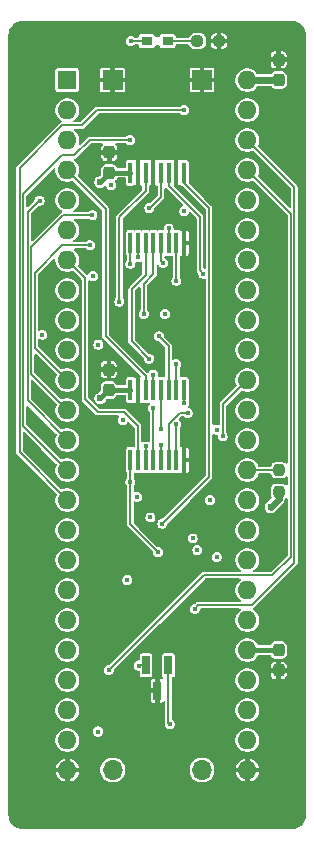
<source format=gbr>
G04 #@! TF.GenerationSoftware,KiCad,Pcbnew,9.0.6-9.0.6~ubuntu25.10.1*
G04 #@! TF.CreationDate,2025-12-24T18:24:09+09:00*
G04 #@! TF.ProjectId,bionic-ns32016,62696f6e-6963-42d6-9e73-33323031362e,2*
G04 #@! TF.SameCoordinates,Original*
G04 #@! TF.FileFunction,Copper,L1,Top*
G04 #@! TF.FilePolarity,Positive*
%FSLAX46Y46*%
G04 Gerber Fmt 4.6, Leading zero omitted, Abs format (unit mm)*
G04 Created by KiCad (PCBNEW 9.0.6-9.0.6~ubuntu25.10.1) date 2025-12-24 18:24:09*
%MOMM*%
%LPD*%
G01*
G04 APERTURE LIST*
G04 Aperture macros list*
%AMRoundRect*
0 Rectangle with rounded corners*
0 $1 Rounding radius*
0 $2 $3 $4 $5 $6 $7 $8 $9 X,Y pos of 4 corners*
0 Add a 4 corners polygon primitive as box body*
4,1,4,$2,$3,$4,$5,$6,$7,$8,$9,$2,$3,0*
0 Add four circle primitives for the rounded corners*
1,1,$1+$1,$2,$3*
1,1,$1+$1,$4,$5*
1,1,$1+$1,$6,$7*
1,1,$1+$1,$8,$9*
0 Add four rect primitives between the rounded corners*
20,1,$1+$1,$2,$3,$4,$5,0*
20,1,$1+$1,$4,$5,$6,$7,0*
20,1,$1+$1,$6,$7,$8,$9,0*
20,1,$1+$1,$8,$9,$2,$3,0*%
G04 Aperture macros list end*
G04 #@! TA.AperFunction,SMDPad,CuDef*
%ADD10R,0.355600X1.778000*%
G04 #@! TD*
G04 #@! TA.AperFunction,SMDPad,CuDef*
%ADD11R,0.965200X0.762000*%
G04 #@! TD*
G04 #@! TA.AperFunction,SMDPad,CuDef*
%ADD12RoundRect,0.237500X-0.237500X0.300000X-0.237500X-0.300000X0.237500X-0.300000X0.237500X0.300000X0*%
G04 #@! TD*
G04 #@! TA.AperFunction,SMDPad,CuDef*
%ADD13RoundRect,0.237500X0.237500X-0.250000X0.237500X0.250000X-0.237500X0.250000X-0.237500X-0.250000X0*%
G04 #@! TD*
G04 #@! TA.AperFunction,ComponentPad*
%ADD14R,1.600000X1.600000*%
G04 #@! TD*
G04 #@! TA.AperFunction,ComponentPad*
%ADD15O,1.600000X1.600000*%
G04 #@! TD*
G04 #@! TA.AperFunction,SMDPad,CuDef*
%ADD16RoundRect,0.237500X0.237500X-0.300000X0.237500X0.300000X-0.237500X0.300000X-0.237500X-0.300000X0*%
G04 #@! TD*
G04 #@! TA.AperFunction,SMDPad,CuDef*
%ADD17R,0.660400X1.625600*%
G04 #@! TD*
G04 #@! TA.AperFunction,SMDPad,CuDef*
%ADD18RoundRect,0.237500X-0.250000X-0.237500X0.250000X-0.237500X0.250000X0.237500X-0.250000X0.237500X0*%
G04 #@! TD*
G04 #@! TA.AperFunction,ComponentPad*
%ADD19O,1.700000X1.700000*%
G04 #@! TD*
G04 #@! TA.AperFunction,ComponentPad*
%ADD20R,1.700000X1.700000*%
G04 #@! TD*
G04 #@! TA.AperFunction,ViaPad*
%ADD21C,0.600000*%
G04 #@! TD*
G04 #@! TA.AperFunction,ViaPad*
%ADD22C,0.450000*%
G04 #@! TD*
G04 #@! TA.AperFunction,Conductor*
%ADD23C,0.150000*%
G04 #@! TD*
G04 #@! TA.AperFunction,Conductor*
%ADD24C,0.400000*%
G04 #@! TD*
G04 #@! TA.AperFunction,Conductor*
%ADD25C,0.600000*%
G04 #@! TD*
G04 APERTURE END LIST*
D10*
X111425001Y-101318200D03*
X112075002Y-101318200D03*
X112725001Y-101318200D03*
X113375002Y-101318200D03*
X114025001Y-101318200D03*
X114674999Y-101318200D03*
X115325001Y-101318200D03*
X115974999Y-101318200D03*
X115974999Y-107261800D03*
X115324998Y-107261800D03*
X114674999Y-107261800D03*
X114024998Y-107261800D03*
X113374999Y-107261800D03*
X112725001Y-107261800D03*
X112074999Y-107261800D03*
X111425001Y-107261800D03*
X111425001Y-88872200D03*
X112074999Y-88872200D03*
X112725001Y-88872200D03*
X113374999Y-88872200D03*
X114024998Y-88872200D03*
X114674999Y-88872200D03*
X115324998Y-88872200D03*
X115974999Y-88872200D03*
X115974999Y-82928600D03*
X115325001Y-82928600D03*
X114674999Y-82928600D03*
X114025001Y-82928600D03*
X113375002Y-82928600D03*
X112725001Y-82928600D03*
X112075002Y-82928600D03*
X111425001Y-82928600D03*
D11*
X114576300Y-71778000D03*
X112823700Y-71778000D03*
D12*
X123987000Y-123342200D03*
X123987000Y-125067200D03*
D13*
X124012400Y-109926900D03*
X124012400Y-108101900D03*
D14*
X106080000Y-75080000D03*
D15*
X106080000Y-77620000D03*
X106080000Y-80160000D03*
X106080000Y-82700000D03*
X106080000Y-85240000D03*
X106080000Y-87780000D03*
X106080000Y-90320000D03*
X106080000Y-92860000D03*
X106080000Y-95400000D03*
X106080000Y-97940000D03*
X106080000Y-100480000D03*
X106080000Y-103020000D03*
X106080000Y-105560000D03*
X106080000Y-108100000D03*
X106080000Y-110640000D03*
X106080000Y-113180000D03*
X106080000Y-115720000D03*
X106080000Y-118260000D03*
X106080000Y-120800000D03*
X106080000Y-123340000D03*
X106080000Y-125880000D03*
X106080000Y-128420000D03*
X106080000Y-130960000D03*
X106080000Y-133500000D03*
X121320000Y-133500000D03*
X121320000Y-130960000D03*
X121320000Y-128420000D03*
X121320000Y-125880000D03*
X121320000Y-123340000D03*
X121320000Y-120800000D03*
X121320000Y-118260000D03*
X121320000Y-115720000D03*
X121320000Y-113180000D03*
X121320000Y-110640000D03*
X121320000Y-108100000D03*
X121320000Y-105560000D03*
X121320000Y-103020000D03*
X121320000Y-100480000D03*
X121320000Y-97940000D03*
X121320000Y-95400000D03*
X121320000Y-92860000D03*
X121320000Y-90320000D03*
X121320000Y-87780000D03*
X121320000Y-85240000D03*
X121320000Y-82700000D03*
X121320000Y-80160000D03*
X121320000Y-77620000D03*
X121320000Y-75080000D03*
D16*
X109636000Y-82927500D03*
X109636000Y-81202500D03*
X109610600Y-101318200D03*
X109610600Y-99593200D03*
X123987000Y-75080000D03*
X123987000Y-73355000D03*
D17*
X114650001Y-124637000D03*
X112749999Y-124637000D03*
X113700000Y-126769000D03*
D18*
X117105500Y-71778000D03*
X118930500Y-71778000D03*
D19*
X117489200Y-133500000D03*
D20*
X117489200Y-75080000D03*
X109936200Y-75080000D03*
D19*
X109936200Y-133500000D03*
D21*
X109280400Y-120711100D03*
X113395200Y-110513000D03*
X119008600Y-84693900D03*
X108454900Y-81658600D03*
X108581900Y-98778200D03*
X123300700Y-111234800D03*
D22*
X119249900Y-105255200D03*
X103984500Y-96631900D03*
X110766300Y-103895002D03*
X114025000Y-104651100D03*
X109597900Y-125029100D03*
X116887700Y-119834800D03*
X113852400Y-96784300D03*
D21*
X108874000Y-83716000D03*
X108875000Y-102029400D03*
D22*
X112125000Y-124648000D03*
X111478000Y-71778000D03*
X114138150Y-112627550D03*
X116709900Y-113891200D03*
X108696200Y-130236100D03*
X113039600Y-85913100D03*
X111180800Y-117421800D03*
X113128500Y-112113200D03*
X115325600Y-92073600D03*
X113357500Y-102867600D03*
X112569700Y-94879300D03*
X111998200Y-110360600D03*
X115975000Y-102448500D03*
X115287500Y-104201100D03*
X114768700Y-129621100D03*
X107998399Y-89062001D03*
X103736151Y-85283751D03*
X109813800Y-83995400D03*
X113776200Y-115046900D03*
X111426700Y-90621900D03*
X108278200Y-91666200D03*
X117099550Y-114865050D03*
X118729200Y-115453300D03*
X111388600Y-80160000D03*
X115998700Y-77620000D03*
X108219100Y-86535400D03*
X118734851Y-104678049D03*
X118183400Y-110640000D03*
X114363000Y-94884300D03*
X115325000Y-99095700D03*
X108728200Y-97470100D03*
X116290800Y-103261300D03*
X115986000Y-86179800D03*
X112725000Y-106093400D03*
X114017500Y-105979100D03*
X114675000Y-87646400D03*
X110499100Y-93833200D03*
X117611600Y-91475700D03*
X114200700Y-90541400D03*
X112075000Y-90091400D03*
X113007000Y-98658096D03*
X113375000Y-100010100D03*
X111415575Y-109088138D03*
D23*
X113375000Y-100010100D02*
X113375000Y-101318200D01*
X113007000Y-98658096D02*
X111526100Y-97177196D01*
X111526100Y-97177196D02*
X111526100Y-92811400D01*
X111526100Y-92811400D02*
X112725000Y-91612500D01*
X112725000Y-91612500D02*
X112725000Y-88872200D01*
X112725000Y-101318200D02*
X112725000Y-100152700D01*
X112725000Y-100152700D02*
X109331200Y-96758900D01*
X109331200Y-96758900D02*
X109331200Y-85963900D01*
X109331200Y-85963900D02*
X106080000Y-82712700D01*
X106080000Y-82712700D02*
X106080000Y-82700000D01*
X109597900Y-125029100D02*
X117624300Y-117002700D01*
X117624300Y-117002700D02*
X123453600Y-117002700D01*
X123453600Y-117002700D02*
X125015700Y-115440600D01*
X125015700Y-115440600D02*
X125015700Y-86395700D01*
X125015700Y-86395700D02*
X121320000Y-82700000D01*
X114138150Y-112627550D02*
X118106900Y-108658800D01*
X118106900Y-108658800D02*
X118106900Y-85951200D01*
X118106900Y-85951200D02*
X115975000Y-83819300D01*
X115975000Y-83819300D02*
X115975000Y-82928600D01*
X114025000Y-104651100D02*
X114025000Y-101318200D01*
X115998700Y-77620000D02*
X108632700Y-77620000D01*
X108632700Y-77620000D02*
X107337300Y-78915400D01*
X107337300Y-78915400D02*
X105673600Y-78915400D01*
X105673600Y-78915400D02*
X102054100Y-82534900D01*
X102054100Y-82534900D02*
X102054100Y-87719311D01*
X102054100Y-87719311D02*
X102050300Y-87723111D01*
X102050300Y-87723111D02*
X102050300Y-106610300D01*
X102050300Y-106610300D02*
X106080000Y-110640000D01*
X121320000Y-80160000D02*
X125316700Y-84156700D01*
X125316700Y-84156700D02*
X125316700Y-115927000D01*
X125316700Y-115927000D02*
X121701000Y-119542700D01*
X121701000Y-119542700D02*
X117179800Y-119542700D01*
X117179800Y-119542700D02*
X116887700Y-119834800D01*
X113852400Y-96784300D02*
X114677900Y-97609800D01*
X114677900Y-97609800D02*
X114677900Y-101315300D01*
X114677900Y-101315300D02*
X114675000Y-101318200D01*
X103028200Y-99968200D02*
X106080000Y-103020000D01*
X108219100Y-86535400D02*
X105724400Y-86535400D01*
X105724400Y-86535400D02*
X103028200Y-89231600D01*
X103028200Y-89231600D02*
X103028200Y-99968200D01*
X106080000Y-90320000D02*
X107591300Y-91831300D01*
X107591300Y-91831300D02*
X107591300Y-102118300D01*
X107591300Y-102118300D02*
X108664450Y-103191450D01*
X108664450Y-103191450D02*
X110874250Y-103191450D01*
X110874250Y-103191450D02*
X112075000Y-104392200D01*
X112075000Y-104392200D02*
X112075000Y-107261800D01*
X112569700Y-94879300D02*
X112569700Y-92339300D01*
X112569700Y-92339300D02*
X113375000Y-91534000D01*
X113375000Y-91534000D02*
X113375000Y-88872200D01*
D24*
X108875000Y-102029400D02*
X108875000Y-102003000D01*
X108875000Y-102003000D02*
X109560000Y-101318000D01*
D23*
X117611600Y-91475700D02*
X117332200Y-91196300D01*
X117332200Y-91196300D02*
X117332200Y-86675100D01*
X117332200Y-86675100D02*
X114675000Y-84017900D01*
X114675000Y-84017900D02*
X114675000Y-82928600D01*
X107998399Y-89062001D02*
X107769799Y-89062001D01*
X107769100Y-89062700D02*
X105673600Y-89062700D01*
X107769799Y-89062001D02*
X107769100Y-89062700D01*
X105673600Y-89062700D02*
X103329200Y-91407100D01*
X103329200Y-91407100D02*
X103329200Y-97729200D01*
X103329200Y-97729200D02*
X106080000Y-100480000D01*
X103736151Y-85283751D02*
X103724849Y-85283751D01*
X103724849Y-85283751D02*
X102727200Y-86281400D01*
X102727200Y-86281400D02*
X102727200Y-102207200D01*
X102727200Y-102207200D02*
X106080000Y-105560000D01*
X111388600Y-80160000D02*
X107985000Y-80160000D01*
X107985000Y-80160000D02*
X106689600Y-81455400D01*
X106689600Y-81455400D02*
X105635500Y-81455400D01*
X105635500Y-81455400D02*
X102355100Y-84735800D01*
X102355100Y-84735800D02*
X102355100Y-104375100D01*
X102355100Y-104375100D02*
X106080000Y-108100000D01*
X115325000Y-99095700D02*
X115325000Y-101318200D01*
D25*
X123300700Y-111234800D02*
X123303300Y-111234800D01*
X123303300Y-111234800D02*
X124012400Y-110525700D01*
X124012400Y-110525700D02*
X124012400Y-109926900D01*
D23*
X113039600Y-85913100D02*
X113052300Y-85913100D01*
X113052300Y-85913100D02*
X114025000Y-84940400D01*
X114025000Y-84940400D02*
X114025000Y-82928600D01*
X119249900Y-105255200D02*
X119275300Y-105229800D01*
X119275300Y-105229800D02*
X119275300Y-102524700D01*
X119275300Y-102524700D02*
X121320000Y-100480000D01*
X114674999Y-107261800D02*
X114674999Y-104175790D01*
X114674999Y-104175790D02*
X115589489Y-103261300D01*
X115589489Y-103261300D02*
X116290800Y-103261300D01*
X115287500Y-104201100D02*
X115325000Y-104238600D01*
X115325000Y-104238600D02*
X115325000Y-107261800D01*
X115975000Y-102448500D02*
X115975000Y-101318200D01*
X113357500Y-102867600D02*
X113319400Y-102829500D01*
X113319400Y-102829500D02*
X113285500Y-102829500D01*
X113285500Y-102829500D02*
X113382500Y-102926500D01*
X113382500Y-102926500D02*
X113382500Y-107254300D01*
X113382500Y-107254300D02*
X113375000Y-107261800D01*
X114024998Y-106075498D02*
X114024998Y-107261800D01*
X114017500Y-105979100D02*
X114017500Y-106068000D01*
X114017500Y-106068000D02*
X114024998Y-106075498D01*
X112725000Y-106093400D02*
X112725000Y-107261800D01*
X115325600Y-88872800D02*
X115325000Y-88872200D01*
X115325600Y-92073600D02*
X115325600Y-88872800D01*
X114675000Y-87646400D02*
X114675000Y-88872200D01*
X112725000Y-82928600D02*
X112725000Y-84475100D01*
X112725000Y-84475100D02*
X110499100Y-86701000D01*
X110499100Y-86701000D02*
X110499100Y-93833200D01*
X111425000Y-112695700D02*
X111425000Y-109097563D01*
X113776200Y-115046900D02*
X111425000Y-112695700D01*
X111425000Y-109097563D02*
X111415575Y-109088138D01*
X123987000Y-123342000D02*
X123987000Y-123342200D01*
D24*
X123985000Y-123340000D02*
X123987000Y-123342000D01*
X121320000Y-123340000D02*
X123985000Y-123340000D01*
D23*
X112824000Y-71778000D02*
X112823700Y-71778000D01*
D24*
X109560000Y-101318000D02*
X109611000Y-101318000D01*
D23*
X112136000Y-124637000D02*
X112125000Y-124648000D01*
X112750000Y-124637000D02*
X112136000Y-124637000D01*
D24*
X109636000Y-82927500D02*
X109636000Y-82954000D01*
X109636000Y-82954000D02*
X108874000Y-83716000D01*
D25*
X109611000Y-101318000D02*
X109610800Y-101318000D01*
X109610800Y-101318000D02*
X109610600Y-101318200D01*
X121320000Y-75080000D02*
X123987000Y-75080000D01*
D24*
X109636000Y-82927500D02*
X111395000Y-82927500D01*
D23*
X112823700Y-71778000D02*
X111478000Y-71778000D01*
D24*
X109611000Y-101318000D02*
X109560000Y-101318000D01*
X109611000Y-101318000D02*
X111396000Y-101318000D01*
D23*
X114576000Y-71778000D02*
X117106000Y-71778000D01*
X114650000Y-129502400D02*
X114650000Y-124637000D01*
X114768700Y-129621100D02*
X114650000Y-129502400D01*
X111425001Y-109078712D02*
X111425001Y-107261800D01*
X111415575Y-109088138D02*
X111415575Y-108984427D01*
X111415575Y-108984427D02*
X111425001Y-108975001D01*
X111426700Y-90621900D02*
X111426700Y-88873900D01*
X111415575Y-109088138D02*
X111425001Y-109078712D01*
X111426700Y-88873900D02*
X111425000Y-88872200D01*
X124012100Y-108101900D02*
X124012000Y-108102000D01*
X124010000Y-108100000D02*
X124012000Y-108102000D01*
X121320000Y-108100000D02*
X124010000Y-108100000D01*
X124012400Y-108101900D02*
X124012100Y-108101900D01*
X114024998Y-88872202D02*
X114025000Y-88872200D01*
X114024998Y-90365698D02*
X114024998Y-88872202D01*
X114200700Y-90541400D02*
X114024998Y-90365698D01*
X112075000Y-90091400D02*
X112075000Y-88872200D01*
G04 #@! TA.AperFunction,Conductor*
G36*
X105025445Y-82551813D02*
G01*
X105068710Y-82595078D01*
X105079500Y-82640023D01*
X105079500Y-82798543D01*
X105117949Y-82991834D01*
X105117949Y-82991836D01*
X105193367Y-83173913D01*
X105207708Y-83195376D01*
X105302861Y-83337782D01*
X105442218Y-83477139D01*
X105606086Y-83586632D01*
X105788165Y-83662051D01*
X105981459Y-83700500D01*
X105981460Y-83700500D01*
X106178540Y-83700500D01*
X106178541Y-83700500D01*
X106371835Y-83662051D01*
X106500156Y-83608898D01*
X106561151Y-83604098D01*
X106608044Y-83630359D01*
X109026704Y-86049019D01*
X109054481Y-86103536D01*
X109055700Y-86119023D01*
X109055700Y-96813700D01*
X109088614Y-96893160D01*
X109088615Y-96893163D01*
X109088614Y-96893163D01*
X109097641Y-96914955D01*
X109097642Y-96914956D01*
X109097643Y-96914958D01*
X112262341Y-100079656D01*
X112290117Y-100134171D01*
X112280546Y-100194603D01*
X112262340Y-100219661D01*
X112252802Y-100229199D01*
X112252802Y-102407199D01*
X112252803Y-102407200D01*
X112272499Y-102407200D01*
X112272502Y-102407199D01*
X112330836Y-102395596D01*
X112344547Y-102386435D01*
X112403435Y-102369825D01*
X112454551Y-102386432D01*
X112468970Y-102396067D01*
X112513432Y-102404911D01*
X112527442Y-102407698D01*
X112527447Y-102407698D01*
X112527453Y-102407700D01*
X112527454Y-102407700D01*
X112922548Y-102407700D01*
X112922549Y-102407700D01*
X112968341Y-102398591D01*
X113029101Y-102405781D01*
X113074032Y-102447312D01*
X113085970Y-102507322D01*
X113060356Y-102562887D01*
X113057660Y-102565691D01*
X113017014Y-102606337D01*
X112960998Y-102703358D01*
X112960997Y-102703363D01*
X112932000Y-102811582D01*
X112932000Y-102923618D01*
X112941848Y-102960372D01*
X112960998Y-103031841D01*
X113017013Y-103128860D01*
X113017015Y-103128863D01*
X113078005Y-103189853D01*
X113105781Y-103244368D01*
X113107000Y-103259855D01*
X113107000Y-105651149D01*
X113088093Y-105709340D01*
X113038593Y-105745304D01*
X112977407Y-105745304D01*
X112958500Y-105736886D01*
X112889238Y-105696897D01*
X112853164Y-105687231D01*
X112781018Y-105667900D01*
X112668982Y-105667900D01*
X112614872Y-105682398D01*
X112560761Y-105696897D01*
X112499000Y-105732556D01*
X112439152Y-105745277D01*
X112383256Y-105720390D01*
X112352663Y-105667402D01*
X112350500Y-105646819D01*
X112350500Y-104337400D01*
X112345302Y-104324852D01*
X112308557Y-104236142D01*
X112291153Y-104218738D01*
X112231058Y-104158642D01*
X112231058Y-104158643D01*
X111030308Y-102957893D01*
X110929050Y-102915950D01*
X110929049Y-102915950D01*
X108819574Y-102915950D01*
X108761383Y-102897043D01*
X108749570Y-102886954D01*
X107895796Y-102033180D01*
X107868019Y-101978663D01*
X107866826Y-101963508D01*
X108374500Y-101963508D01*
X108374500Y-102095292D01*
X108404579Y-102207551D01*
X108408609Y-102222590D01*
X108467878Y-102325246D01*
X108467880Y-102325248D01*
X108474500Y-102336714D01*
X108567686Y-102429900D01*
X108579151Y-102436519D01*
X108579152Y-102436520D01*
X108681810Y-102495790D01*
X108681808Y-102495790D01*
X108681812Y-102495791D01*
X108681814Y-102495792D01*
X108809108Y-102529900D01*
X108809110Y-102529900D01*
X108940890Y-102529900D01*
X108940892Y-102529900D01*
X109068186Y-102495792D01*
X109068188Y-102495790D01*
X109068190Y-102495790D01*
X109182309Y-102429903D01*
X109182309Y-102429902D01*
X109182314Y-102429900D01*
X109275500Y-102336714D01*
X109282121Y-102325246D01*
X109341390Y-102222590D01*
X109341390Y-102222588D01*
X109341392Y-102222586D01*
X109366313Y-102129575D01*
X109399637Y-102078263D01*
X109456759Y-102056336D01*
X109461940Y-102056200D01*
X109900862Y-102056200D01*
X109900865Y-102056199D01*
X109930449Y-102053425D01*
X110055075Y-102009816D01*
X110161311Y-101931411D01*
X110239716Y-101825175D01*
X110253107Y-101786907D01*
X110253844Y-101784802D01*
X110290910Y-101736121D01*
X110347288Y-101718500D01*
X110947701Y-101718500D01*
X111005892Y-101737407D01*
X111041856Y-101786907D01*
X111046701Y-101817500D01*
X111046701Y-102226946D01*
X111046702Y-102226958D01*
X111058333Y-102285427D01*
X111058335Y-102285433D01*
X111102646Y-102351748D01*
X111102649Y-102351752D01*
X111168970Y-102396067D01*
X111213432Y-102404911D01*
X111227442Y-102407698D01*
X111227447Y-102407698D01*
X111227453Y-102407700D01*
X111227454Y-102407700D01*
X111622548Y-102407700D01*
X111622549Y-102407700D01*
X111681032Y-102396067D01*
X111695449Y-102386433D01*
X111754335Y-102369824D01*
X111805454Y-102386434D01*
X111819165Y-102395595D01*
X111819165Y-102395596D01*
X111877501Y-102407199D01*
X111877505Y-102407200D01*
X111897201Y-102407200D01*
X111897202Y-102407199D01*
X111897202Y-100229201D01*
X111897201Y-100229200D01*
X111877501Y-100229200D01*
X111819165Y-100240803D01*
X111819164Y-100240804D01*
X111805449Y-100249968D01*
X111746560Y-100266575D01*
X111695447Y-100249965D01*
X111681035Y-100240335D01*
X111681034Y-100240334D01*
X111681032Y-100240333D01*
X111681028Y-100240332D01*
X111622559Y-100228701D01*
X111622549Y-100228700D01*
X111227453Y-100228700D01*
X111227452Y-100228700D01*
X111227442Y-100228701D01*
X111168973Y-100240332D01*
X111168967Y-100240334D01*
X111102652Y-100284645D01*
X111102646Y-100284651D01*
X111058335Y-100350966D01*
X111058333Y-100350972D01*
X111046702Y-100409441D01*
X111046701Y-100409453D01*
X111046701Y-100818500D01*
X111027794Y-100876691D01*
X110978294Y-100912655D01*
X110947701Y-100917500D01*
X110347148Y-100917500D01*
X110288957Y-100898593D01*
X110253704Y-100851198D01*
X110239717Y-100811227D01*
X110239714Y-100811221D01*
X110161314Y-100704993D01*
X110161313Y-100704992D01*
X110161311Y-100704989D01*
X110161306Y-100704985D01*
X110055076Y-100626584D01*
X109930452Y-100582976D01*
X109930451Y-100582975D01*
X109930449Y-100582975D01*
X109930447Y-100582974D01*
X109930444Y-100582974D01*
X109900866Y-100580200D01*
X109900856Y-100580200D01*
X109320344Y-100580200D01*
X109320333Y-100580200D01*
X109290755Y-100582974D01*
X109290747Y-100582976D01*
X109166123Y-100626584D01*
X109059893Y-100704985D01*
X109059885Y-100704993D01*
X108981484Y-100811223D01*
X108937876Y-100935847D01*
X108937874Y-100935855D01*
X108935100Y-100965433D01*
X108935100Y-101335499D01*
X108932631Y-101343096D01*
X108933881Y-101350986D01*
X108923357Y-101371639D01*
X108916193Y-101393690D01*
X108906103Y-101405503D01*
X108791800Y-101519805D01*
X108747422Y-101545427D01*
X108681812Y-101563008D01*
X108681810Y-101563009D01*
X108567690Y-101628896D01*
X108474496Y-101722090D01*
X108408609Y-101836209D01*
X108408608Y-101836214D01*
X108374500Y-101963508D01*
X107866826Y-101963508D01*
X107866800Y-101963176D01*
X107866800Y-99793201D01*
X108935600Y-99793201D01*
X108935600Y-99945901D01*
X108938371Y-99975458D01*
X108938372Y-99975459D01*
X108981930Y-100099940D01*
X109060241Y-100206048D01*
X109060251Y-100206058D01*
X109166359Y-100284369D01*
X109290840Y-100327927D01*
X109290841Y-100327928D01*
X109320399Y-100330700D01*
X109410599Y-100330700D01*
X109410600Y-100330699D01*
X109410600Y-99793201D01*
X109810600Y-99793201D01*
X109810600Y-100330699D01*
X109810601Y-100330700D01*
X109900801Y-100330700D01*
X109930358Y-100327928D01*
X109930359Y-100327927D01*
X110054840Y-100284369D01*
X110160948Y-100206058D01*
X110160958Y-100206048D01*
X110239269Y-100099940D01*
X110282827Y-99975459D01*
X110282828Y-99975458D01*
X110285600Y-99945901D01*
X110285600Y-99793201D01*
X110285599Y-99793200D01*
X109810601Y-99793200D01*
X109810600Y-99793201D01*
X109410600Y-99793201D01*
X109410599Y-99793200D01*
X108935601Y-99793200D01*
X108935600Y-99793201D01*
X107866800Y-99793201D01*
X107866800Y-99240498D01*
X108935600Y-99240498D01*
X108935600Y-99393199D01*
X108935601Y-99393200D01*
X109410599Y-99393200D01*
X109410600Y-99393199D01*
X109410600Y-98855701D01*
X109810600Y-98855701D01*
X109810600Y-99393199D01*
X109810601Y-99393200D01*
X110285599Y-99393200D01*
X110285600Y-99393199D01*
X110285600Y-99240498D01*
X110282828Y-99210941D01*
X110282827Y-99210940D01*
X110239269Y-99086459D01*
X110160958Y-98980351D01*
X110160948Y-98980341D01*
X110054840Y-98902030D01*
X109930359Y-98858472D01*
X109930358Y-98858471D01*
X109900801Y-98855700D01*
X109810601Y-98855700D01*
X109810600Y-98855701D01*
X109410600Y-98855701D01*
X109410599Y-98855700D01*
X109320399Y-98855700D01*
X109290841Y-98858471D01*
X109290840Y-98858472D01*
X109166359Y-98902030D01*
X109060251Y-98980341D01*
X109060241Y-98980351D01*
X108981930Y-99086459D01*
X108938372Y-99210940D01*
X108938371Y-99210941D01*
X108935600Y-99240498D01*
X107866800Y-99240498D01*
X107866800Y-97414082D01*
X108302700Y-97414082D01*
X108302700Y-97526118D01*
X108310439Y-97555000D01*
X108331698Y-97634341D01*
X108383415Y-97723915D01*
X108387715Y-97731363D01*
X108466937Y-97810585D01*
X108466939Y-97810586D01*
X108563959Y-97866601D01*
X108563957Y-97866601D01*
X108563961Y-97866602D01*
X108563963Y-97866603D01*
X108672182Y-97895600D01*
X108672184Y-97895600D01*
X108784216Y-97895600D01*
X108784218Y-97895600D01*
X108892437Y-97866603D01*
X108892439Y-97866601D01*
X108892441Y-97866601D01*
X108935986Y-97841460D01*
X108989463Y-97810585D01*
X109068685Y-97731363D01*
X109108059Y-97663164D01*
X109124701Y-97634341D01*
X109124701Y-97634339D01*
X109124703Y-97634337D01*
X109153700Y-97526118D01*
X109153700Y-97414082D01*
X109124703Y-97305863D01*
X109124701Y-97305860D01*
X109124701Y-97305858D01*
X109068686Y-97208839D01*
X109068685Y-97208837D01*
X108989463Y-97129615D01*
X108981099Y-97124786D01*
X108892440Y-97073598D01*
X108892442Y-97073598D01*
X108850451Y-97062347D01*
X108784218Y-97044600D01*
X108672182Y-97044600D01*
X108605948Y-97062347D01*
X108563958Y-97073598D01*
X108466939Y-97129613D01*
X108387713Y-97208839D01*
X108331698Y-97305858D01*
X108315486Y-97366363D01*
X108302700Y-97414082D01*
X107866800Y-97414082D01*
X107866800Y-92091476D01*
X107885707Y-92033285D01*
X107935207Y-91997321D01*
X107996393Y-91997321D01*
X108015300Y-92005740D01*
X108113959Y-92062701D01*
X108113957Y-92062701D01*
X108113961Y-92062702D01*
X108113963Y-92062703D01*
X108222182Y-92091700D01*
X108222184Y-92091700D01*
X108334216Y-92091700D01*
X108334218Y-92091700D01*
X108442437Y-92062703D01*
X108442439Y-92062701D01*
X108442441Y-92062701D01*
X108493390Y-92033285D01*
X108539463Y-92006685D01*
X108618685Y-91927463D01*
X108674703Y-91830437D01*
X108703700Y-91722218D01*
X108703700Y-91610182D01*
X108674703Y-91501963D01*
X108674701Y-91501959D01*
X108674701Y-91501958D01*
X108618686Y-91404939D01*
X108618685Y-91404937D01*
X108539463Y-91325715D01*
X108539460Y-91325713D01*
X108442440Y-91269698D01*
X108442442Y-91269698D01*
X108400451Y-91258447D01*
X108334218Y-91240700D01*
X108222182Y-91240700D01*
X108155948Y-91258447D01*
X108113958Y-91269698D01*
X108016939Y-91325713D01*
X107937713Y-91404939D01*
X107881698Y-91501959D01*
X107881697Y-91501961D01*
X107877447Y-91517823D01*
X107844123Y-91569136D01*
X107787001Y-91591062D01*
X107727900Y-91575226D01*
X107711817Y-91562202D01*
X107006639Y-90857024D01*
X106978862Y-90802507D01*
X106985178Y-90749138D01*
X107042051Y-90611835D01*
X107080500Y-90418541D01*
X107080500Y-90221459D01*
X107042051Y-90028165D01*
X106966632Y-89846086D01*
X106857139Y-89682218D01*
X106717782Y-89542861D01*
X106682841Y-89519514D01*
X106644963Y-89471465D01*
X106642561Y-89410327D01*
X106676554Y-89359453D01*
X106733958Y-89338276D01*
X106737844Y-89338200D01*
X107631842Y-89338200D01*
X107690033Y-89357107D01*
X107701845Y-89367196D01*
X107737136Y-89402486D01*
X107834158Y-89458502D01*
X107834156Y-89458502D01*
X107834160Y-89458503D01*
X107834162Y-89458504D01*
X107942381Y-89487501D01*
X107942383Y-89487501D01*
X108054415Y-89487501D01*
X108054417Y-89487501D01*
X108162636Y-89458504D01*
X108162638Y-89458502D01*
X108162640Y-89458502D01*
X108206173Y-89433368D01*
X108259662Y-89402486D01*
X108338884Y-89323264D01*
X108394902Y-89226238D01*
X108423899Y-89118019D01*
X108423899Y-89005983D01*
X108394902Y-88897764D01*
X108394900Y-88897761D01*
X108394900Y-88897759D01*
X108338885Y-88800740D01*
X108338884Y-88800738D01*
X108259662Y-88721516D01*
X108254946Y-88718793D01*
X108162639Y-88665499D01*
X108162641Y-88665499D01*
X108113100Y-88652225D01*
X108054417Y-88636501D01*
X107942381Y-88636501D01*
X107883698Y-88652225D01*
X107834157Y-88665499D01*
X107737136Y-88721515D01*
X107700447Y-88758204D01*
X107645930Y-88785981D01*
X107630444Y-88787200D01*
X106699830Y-88787200D01*
X106641639Y-88768293D01*
X106605675Y-88718793D01*
X106605675Y-88657607D01*
X106641639Y-88608107D01*
X106644828Y-88605885D01*
X106717782Y-88557139D01*
X106857139Y-88417782D01*
X106966632Y-88253914D01*
X107042051Y-88071835D01*
X107080500Y-87878541D01*
X107080500Y-87681459D01*
X107042051Y-87488165D01*
X106966632Y-87306086D01*
X106857139Y-87142218D01*
X106717782Y-87002861D01*
X106701847Y-86992213D01*
X106663969Y-86944166D01*
X106661567Y-86883028D01*
X106695559Y-86832154D01*
X106752963Y-86810976D01*
X106756850Y-86810900D01*
X107851844Y-86810900D01*
X107910035Y-86829807D01*
X107921847Y-86839896D01*
X107957837Y-86875885D01*
X108054859Y-86931901D01*
X108054857Y-86931901D01*
X108054861Y-86931902D01*
X108054863Y-86931903D01*
X108163082Y-86960900D01*
X108163084Y-86960900D01*
X108275116Y-86960900D01*
X108275118Y-86960900D01*
X108383337Y-86931903D01*
X108383339Y-86931901D01*
X108383341Y-86931901D01*
X108412164Y-86915259D01*
X108480363Y-86875885D01*
X108559585Y-86796663D01*
X108615603Y-86699637D01*
X108644600Y-86591418D01*
X108644600Y-86479382D01*
X108615603Y-86371163D01*
X108615601Y-86371160D01*
X108615601Y-86371158D01*
X108564298Y-86282301D01*
X108559585Y-86274137D01*
X108480363Y-86194915D01*
X108474436Y-86191493D01*
X108383340Y-86138898D01*
X108383342Y-86138898D01*
X108326930Y-86123783D01*
X108275118Y-86109900D01*
X108163082Y-86109900D01*
X108111270Y-86123783D01*
X108054858Y-86138898D01*
X107957837Y-86194914D01*
X107921847Y-86230904D01*
X107867330Y-86258681D01*
X107851844Y-86259900D01*
X106680823Y-86259900D01*
X106622632Y-86240993D01*
X106586668Y-86191493D01*
X106586668Y-86130307D01*
X106622632Y-86080807D01*
X106625821Y-86078585D01*
X106717782Y-86017139D01*
X106857139Y-85877782D01*
X106966632Y-85713914D01*
X107042051Y-85531835D01*
X107080500Y-85338541D01*
X107080500Y-85141459D01*
X107042051Y-84948165D01*
X106966632Y-84766086D01*
X106857139Y-84602218D01*
X106717782Y-84462861D01*
X106553914Y-84353368D01*
X106553915Y-84353368D01*
X106553913Y-84353367D01*
X106371835Y-84277949D01*
X106178543Y-84239500D01*
X106178541Y-84239500D01*
X105981459Y-84239500D01*
X105981456Y-84239500D01*
X105788165Y-84277949D01*
X105788163Y-84277949D01*
X105606086Y-84353367D01*
X105442218Y-84462861D01*
X105442214Y-84462864D01*
X105302864Y-84602214D01*
X105302861Y-84602218D01*
X105193367Y-84766086D01*
X105117949Y-84948163D01*
X105117949Y-84948165D01*
X105079500Y-85141456D01*
X105079500Y-85338543D01*
X105117949Y-85531834D01*
X105117949Y-85531836D01*
X105193367Y-85713913D01*
X105209627Y-85738247D01*
X105302861Y-85877782D01*
X105442218Y-86017139D01*
X105581045Y-86109900D01*
X105599513Y-86122240D01*
X105637392Y-86170290D01*
X105639794Y-86231428D01*
X105605801Y-86282301D01*
X105582400Y-86296018D01*
X105568344Y-86301840D01*
X103171704Y-88698480D01*
X103117187Y-88726257D01*
X103056755Y-88716686D01*
X103013490Y-88673421D01*
X103002700Y-88628476D01*
X103002700Y-86436523D01*
X103021607Y-86378332D01*
X103031696Y-86366519D01*
X103659969Y-85738247D01*
X103714486Y-85710470D01*
X103729973Y-85709251D01*
X103792167Y-85709251D01*
X103792169Y-85709251D01*
X103900388Y-85680254D01*
X103900390Y-85680252D01*
X103900392Y-85680252D01*
X103949604Y-85651839D01*
X103997414Y-85624236D01*
X104076636Y-85545014D01*
X104132654Y-85447988D01*
X104161651Y-85339769D01*
X104161651Y-85227733D01*
X104132654Y-85119514D01*
X104132652Y-85119511D01*
X104132652Y-85119509D01*
X104076637Y-85022490D01*
X104076636Y-85022488D01*
X103997414Y-84943266D01*
X103997411Y-84943264D01*
X103900391Y-84887249D01*
X103900393Y-84887249D01*
X103858402Y-84875998D01*
X103792169Y-84858251D01*
X103680133Y-84858251D01*
X103613899Y-84875998D01*
X103571909Y-84887249D01*
X103474890Y-84943264D01*
X103395664Y-85022490D01*
X103339649Y-85119509D01*
X103310651Y-85227734D01*
X103310651Y-85267325D01*
X103291744Y-85325516D01*
X103281655Y-85337329D01*
X102799604Y-85819380D01*
X102745087Y-85847157D01*
X102684655Y-85837586D01*
X102641390Y-85794321D01*
X102630600Y-85749376D01*
X102630600Y-84890923D01*
X102649507Y-84832732D01*
X102659596Y-84820919D01*
X104910496Y-82570019D01*
X104965013Y-82542242D01*
X105025445Y-82551813D01*
G37*
G04 #@! TD.AperFunction*
G04 #@! TA.AperFunction,Conductor*
G36*
X125134309Y-70100877D02*
G01*
X125324457Y-70117512D01*
X125341437Y-70120505D01*
X125521635Y-70168789D01*
X125537839Y-70174687D01*
X125706902Y-70253523D01*
X125721842Y-70262149D01*
X125874641Y-70369140D01*
X125887861Y-70380232D01*
X126019767Y-70512138D01*
X126030859Y-70525358D01*
X126137850Y-70678157D01*
X126146478Y-70693101D01*
X126225308Y-70862151D01*
X126231211Y-70878368D01*
X126279492Y-71058555D01*
X126282488Y-71075550D01*
X126299123Y-71265690D01*
X126299500Y-71274318D01*
X126299500Y-137305681D01*
X126299123Y-137314309D01*
X126282488Y-137504449D01*
X126279492Y-137521444D01*
X126231211Y-137701631D01*
X126225308Y-137717848D01*
X126146478Y-137886898D01*
X126137850Y-137901842D01*
X126030859Y-138054641D01*
X126019767Y-138067861D01*
X125887861Y-138199767D01*
X125874641Y-138210859D01*
X125721842Y-138317850D01*
X125706898Y-138326478D01*
X125537848Y-138405308D01*
X125521631Y-138411211D01*
X125341444Y-138459492D01*
X125324449Y-138462488D01*
X125134309Y-138479123D01*
X125125681Y-138479500D01*
X102274319Y-138479500D01*
X102265691Y-138479123D01*
X102075550Y-138462488D01*
X102058555Y-138459492D01*
X101878368Y-138411211D01*
X101862154Y-138405309D01*
X101693100Y-138326477D01*
X101678157Y-138317850D01*
X101525358Y-138210859D01*
X101512138Y-138199767D01*
X101380232Y-138067861D01*
X101369140Y-138054641D01*
X101262149Y-137901842D01*
X101253523Y-137886902D01*
X101174687Y-137717839D01*
X101168788Y-137701631D01*
X101149843Y-137630926D01*
X101120505Y-137521437D01*
X101117512Y-137504457D01*
X101100877Y-137314309D01*
X101100500Y-137305681D01*
X101100500Y-133300000D01*
X105100190Y-133300000D01*
X105733589Y-133300000D01*
X105707259Y-133345606D01*
X105680000Y-133447339D01*
X105680000Y-133552661D01*
X105707259Y-133654394D01*
X105733590Y-133700000D01*
X105100191Y-133700000D01*
X105118429Y-133791688D01*
X105118429Y-133791690D01*
X105193808Y-133973673D01*
X105193814Y-133973685D01*
X105303249Y-134137462D01*
X105303252Y-134137466D01*
X105442533Y-134276747D01*
X105442537Y-134276750D01*
X105606314Y-134386185D01*
X105606326Y-134386191D01*
X105788304Y-134461568D01*
X105788315Y-134461571D01*
X105880000Y-134479807D01*
X105880000Y-133846410D01*
X105925606Y-133872741D01*
X106027339Y-133900000D01*
X106132661Y-133900000D01*
X106234394Y-133872741D01*
X106280000Y-133846410D01*
X106280000Y-134479806D01*
X106371684Y-134461571D01*
X106371695Y-134461568D01*
X106553673Y-134386191D01*
X106553685Y-134386185D01*
X106717462Y-134276750D01*
X106717466Y-134276747D01*
X106856747Y-134137466D01*
X106856750Y-134137462D01*
X106966185Y-133973685D01*
X106966191Y-133973673D01*
X107041570Y-133791690D01*
X107041570Y-133791688D01*
X107059809Y-133700000D01*
X106426410Y-133700000D01*
X106452741Y-133654394D01*
X106480000Y-133552661D01*
X106480000Y-133447339D01*
X106466386Y-133396532D01*
X108885700Y-133396532D01*
X108885700Y-133603467D01*
X108926069Y-133806418D01*
X109005258Y-133997597D01*
X109005259Y-133997598D01*
X109120223Y-134169655D01*
X109266545Y-134315977D01*
X109438602Y-134430941D01*
X109629780Y-134510130D01*
X109832735Y-134550500D01*
X109832736Y-134550500D01*
X110039664Y-134550500D01*
X110039665Y-134550500D01*
X110242620Y-134510130D01*
X110433798Y-134430941D01*
X110605855Y-134315977D01*
X110752177Y-134169655D01*
X110867141Y-133997598D01*
X110946330Y-133806420D01*
X110986700Y-133603465D01*
X110986700Y-133396535D01*
X110986699Y-133396532D01*
X116438700Y-133396532D01*
X116438700Y-133603467D01*
X116479069Y-133806418D01*
X116558258Y-133997597D01*
X116558259Y-133997598D01*
X116673223Y-134169655D01*
X116819545Y-134315977D01*
X116991602Y-134430941D01*
X117182780Y-134510130D01*
X117385735Y-134550500D01*
X117385736Y-134550500D01*
X117592664Y-134550500D01*
X117592665Y-134550500D01*
X117795620Y-134510130D01*
X117986798Y-134430941D01*
X118158855Y-134315977D01*
X118305177Y-134169655D01*
X118420141Y-133997598D01*
X118499330Y-133806420D01*
X118539700Y-133603465D01*
X118539700Y-133396535D01*
X118520498Y-133300000D01*
X120340190Y-133300000D01*
X120973589Y-133300000D01*
X120947259Y-133345606D01*
X120920000Y-133447339D01*
X120920000Y-133552661D01*
X120947259Y-133654394D01*
X120973590Y-133700000D01*
X120340191Y-133700000D01*
X120358429Y-133791688D01*
X120358429Y-133791690D01*
X120433808Y-133973673D01*
X120433814Y-133973685D01*
X120543249Y-134137462D01*
X120543252Y-134137466D01*
X120682533Y-134276747D01*
X120682537Y-134276750D01*
X120846314Y-134386185D01*
X120846326Y-134386191D01*
X121028304Y-134461568D01*
X121028315Y-134461571D01*
X121120000Y-134479807D01*
X121120000Y-133846410D01*
X121165606Y-133872741D01*
X121267339Y-133900000D01*
X121372661Y-133900000D01*
X121474394Y-133872741D01*
X121520000Y-133846410D01*
X121520000Y-134479806D01*
X121611684Y-134461571D01*
X121611695Y-134461568D01*
X121793673Y-134386191D01*
X121793685Y-134386185D01*
X121957462Y-134276750D01*
X121957466Y-134276747D01*
X122096747Y-134137466D01*
X122096750Y-134137462D01*
X122206185Y-133973685D01*
X122206191Y-133973673D01*
X122281570Y-133791690D01*
X122281570Y-133791688D01*
X122299809Y-133700000D01*
X121666410Y-133700000D01*
X121692741Y-133654394D01*
X121720000Y-133552661D01*
X121720000Y-133447339D01*
X121692741Y-133345606D01*
X121666411Y-133300000D01*
X122299809Y-133300000D01*
X122281570Y-133208311D01*
X122281570Y-133208309D01*
X122206191Y-133026326D01*
X122206185Y-133026314D01*
X122096750Y-132862537D01*
X122096747Y-132862533D01*
X121957466Y-132723252D01*
X121957462Y-132723249D01*
X121793685Y-132613814D01*
X121793673Y-132613808D01*
X121611689Y-132538429D01*
X121520000Y-132520190D01*
X121520000Y-133153589D01*
X121474394Y-133127259D01*
X121372661Y-133100000D01*
X121267339Y-133100000D01*
X121165606Y-133127259D01*
X121120000Y-133153589D01*
X121120000Y-132520190D01*
X121028311Y-132538429D01*
X121028309Y-132538429D01*
X120846326Y-132613808D01*
X120846314Y-132613814D01*
X120682537Y-132723249D01*
X120682533Y-132723252D01*
X120543252Y-132862533D01*
X120543249Y-132862537D01*
X120433814Y-133026314D01*
X120433808Y-133026326D01*
X120358429Y-133208309D01*
X120358429Y-133208311D01*
X120340190Y-133300000D01*
X118520498Y-133300000D01*
X118499330Y-133193580D01*
X118420141Y-133002402D01*
X118305177Y-132830345D01*
X118158855Y-132684023D01*
X118158851Y-132684020D01*
X117986797Y-132569058D01*
X117795618Y-132489869D01*
X117592667Y-132449500D01*
X117592665Y-132449500D01*
X117385735Y-132449500D01*
X117385732Y-132449500D01*
X117182781Y-132489869D01*
X116991602Y-132569058D01*
X116819548Y-132684020D01*
X116673220Y-132830348D01*
X116558258Y-133002402D01*
X116479069Y-133193581D01*
X116438700Y-133396532D01*
X110986699Y-133396532D01*
X110946330Y-133193580D01*
X110867141Y-133002402D01*
X110752177Y-132830345D01*
X110605855Y-132684023D01*
X110605851Y-132684020D01*
X110433797Y-132569058D01*
X110242618Y-132489869D01*
X110039667Y-132449500D01*
X110039665Y-132449500D01*
X109832735Y-132449500D01*
X109832732Y-132449500D01*
X109629781Y-132489869D01*
X109438602Y-132569058D01*
X109266548Y-132684020D01*
X109120220Y-132830348D01*
X109005258Y-133002402D01*
X108926069Y-133193581D01*
X108885700Y-133396532D01*
X106466386Y-133396532D01*
X106452741Y-133345606D01*
X106426411Y-133300000D01*
X107059808Y-133300000D01*
X107059808Y-133299999D01*
X107041570Y-133208311D01*
X107041570Y-133208309D01*
X106966191Y-133026326D01*
X106966185Y-133026314D01*
X106856750Y-132862537D01*
X106856747Y-132862533D01*
X106717466Y-132723252D01*
X106717462Y-132723249D01*
X106553685Y-132613814D01*
X106553673Y-132613808D01*
X106371689Y-132538429D01*
X106280000Y-132520190D01*
X106280000Y-133153589D01*
X106234394Y-133127259D01*
X106132661Y-133100000D01*
X106027339Y-133100000D01*
X105925606Y-133127259D01*
X105880000Y-133153589D01*
X105880000Y-132520190D01*
X105788311Y-132538429D01*
X105788309Y-132538429D01*
X105606326Y-132613808D01*
X105606314Y-132613814D01*
X105442537Y-132723249D01*
X105442533Y-132723252D01*
X105303252Y-132862533D01*
X105303249Y-132862537D01*
X105193814Y-133026314D01*
X105193808Y-133026326D01*
X105118429Y-133208309D01*
X105118429Y-133208311D01*
X105100190Y-133300000D01*
X101100500Y-133300000D01*
X101100500Y-130861456D01*
X105079500Y-130861456D01*
X105079500Y-131058543D01*
X105117949Y-131251834D01*
X105117949Y-131251836D01*
X105193367Y-131433913D01*
X105193368Y-131433914D01*
X105302861Y-131597782D01*
X105442218Y-131737139D01*
X105606086Y-131846632D01*
X105788165Y-131922051D01*
X105981459Y-131960500D01*
X105981460Y-131960500D01*
X106178540Y-131960500D01*
X106178541Y-131960500D01*
X106371835Y-131922051D01*
X106553914Y-131846632D01*
X106717782Y-131737139D01*
X106857139Y-131597782D01*
X106966632Y-131433914D01*
X107042051Y-131251835D01*
X107080500Y-131058541D01*
X107080500Y-130861459D01*
X107080499Y-130861456D01*
X120319500Y-130861456D01*
X120319500Y-131058543D01*
X120357949Y-131251834D01*
X120357949Y-131251836D01*
X120433367Y-131433913D01*
X120433368Y-131433914D01*
X120542861Y-131597782D01*
X120682218Y-131737139D01*
X120846086Y-131846632D01*
X121028165Y-131922051D01*
X121221459Y-131960500D01*
X121221460Y-131960500D01*
X121418540Y-131960500D01*
X121418541Y-131960500D01*
X121611835Y-131922051D01*
X121793914Y-131846632D01*
X121957782Y-131737139D01*
X122097139Y-131597782D01*
X122206632Y-131433914D01*
X122282051Y-131251835D01*
X122320500Y-131058541D01*
X122320500Y-130861459D01*
X122282051Y-130668165D01*
X122206632Y-130486086D01*
X122097139Y-130322218D01*
X121957782Y-130182861D01*
X121793914Y-130073368D01*
X121793915Y-130073368D01*
X121793913Y-130073367D01*
X121611835Y-129997949D01*
X121418543Y-129959500D01*
X121418541Y-129959500D01*
X121221459Y-129959500D01*
X121221456Y-129959500D01*
X121028165Y-129997949D01*
X121028163Y-129997949D01*
X120846086Y-130073367D01*
X120682218Y-130182861D01*
X120682214Y-130182864D01*
X120542864Y-130322214D01*
X120542861Y-130322218D01*
X120433367Y-130486086D01*
X120357949Y-130668163D01*
X120357949Y-130668165D01*
X120319500Y-130861456D01*
X107080499Y-130861456D01*
X107042051Y-130668165D01*
X106966632Y-130486086D01*
X106857139Y-130322218D01*
X106717782Y-130182861D01*
X106713623Y-130180082D01*
X108270700Y-130180082D01*
X108270700Y-130292118D01*
X108296272Y-130387555D01*
X108299698Y-130400341D01*
X108349204Y-130486086D01*
X108355715Y-130497363D01*
X108434937Y-130576585D01*
X108434939Y-130576586D01*
X108531959Y-130632601D01*
X108531957Y-130632601D01*
X108531961Y-130632602D01*
X108531963Y-130632603D01*
X108640182Y-130661600D01*
X108640184Y-130661600D01*
X108752216Y-130661600D01*
X108752218Y-130661600D01*
X108860437Y-130632603D01*
X108860439Y-130632601D01*
X108860441Y-130632601D01*
X108889264Y-130615959D01*
X108957463Y-130576585D01*
X109036685Y-130497363D01*
X109092703Y-130400337D01*
X109121700Y-130292118D01*
X109121700Y-130180082D01*
X109092703Y-130071863D01*
X109092701Y-130071860D01*
X109092701Y-130071858D01*
X109036686Y-129974839D01*
X109036685Y-129974837D01*
X108957463Y-129895615D01*
X108957460Y-129895613D01*
X108860440Y-129839598D01*
X108860442Y-129839598D01*
X108818451Y-129828347D01*
X108752218Y-129810600D01*
X108640182Y-129810600D01*
X108573948Y-129828347D01*
X108531958Y-129839598D01*
X108434939Y-129895613D01*
X108355713Y-129974839D01*
X108299698Y-130071858D01*
X108283486Y-130132363D01*
X108270700Y-130180082D01*
X106713623Y-130180082D01*
X106553914Y-130073368D01*
X106553915Y-130073368D01*
X106553913Y-130073367D01*
X106371835Y-129997949D01*
X106178543Y-129959500D01*
X106178541Y-129959500D01*
X105981459Y-129959500D01*
X105981456Y-129959500D01*
X105788165Y-129997949D01*
X105788163Y-129997949D01*
X105606086Y-130073367D01*
X105442218Y-130182861D01*
X105442214Y-130182864D01*
X105302864Y-130322214D01*
X105302861Y-130322218D01*
X105193367Y-130486086D01*
X105117949Y-130668163D01*
X105117949Y-130668165D01*
X105079500Y-130861456D01*
X101100500Y-130861456D01*
X101100500Y-128321456D01*
X105079500Y-128321456D01*
X105079500Y-128518543D01*
X105117949Y-128711834D01*
X105117949Y-128711836D01*
X105193367Y-128893913D01*
X105193368Y-128893914D01*
X105302861Y-129057782D01*
X105442218Y-129197139D01*
X105606086Y-129306632D01*
X105788165Y-129382051D01*
X105981459Y-129420500D01*
X105981460Y-129420500D01*
X106178540Y-129420500D01*
X106178541Y-129420500D01*
X106371835Y-129382051D01*
X106553914Y-129306632D01*
X106717782Y-129197139D01*
X106857139Y-129057782D01*
X106966632Y-128893914D01*
X107042051Y-128711835D01*
X107080500Y-128518541D01*
X107080500Y-128321459D01*
X107042051Y-128128165D01*
X106966632Y-127946086D01*
X106857139Y-127782218D01*
X106717782Y-127642861D01*
X106553914Y-127533368D01*
X106553915Y-127533368D01*
X106553913Y-127533367D01*
X106371835Y-127457949D01*
X106178543Y-127419500D01*
X106178541Y-127419500D01*
X105981459Y-127419500D01*
X105981456Y-127419500D01*
X105788165Y-127457949D01*
X105788163Y-127457949D01*
X105606086Y-127533367D01*
X105442218Y-127642861D01*
X105442214Y-127642864D01*
X105302864Y-127782214D01*
X105302861Y-127782218D01*
X105193367Y-127946086D01*
X105117949Y-128128163D01*
X105117949Y-128128165D01*
X105079500Y-128321456D01*
X101100500Y-128321456D01*
X101100500Y-126969001D01*
X113169800Y-126969001D01*
X113169800Y-127601500D01*
X113181403Y-127659836D01*
X113225606Y-127725989D01*
X113225610Y-127725993D01*
X113291763Y-127770196D01*
X113350099Y-127781799D01*
X113350103Y-127781800D01*
X113499999Y-127781800D01*
X113500000Y-127781799D01*
X113500000Y-126969001D01*
X113499999Y-126969000D01*
X113169801Y-126969000D01*
X113169800Y-126969001D01*
X101100500Y-126969001D01*
X101100500Y-125781456D01*
X105079500Y-125781456D01*
X105079500Y-125978543D01*
X105117949Y-126171834D01*
X105117949Y-126171836D01*
X105193367Y-126353913D01*
X105193368Y-126353914D01*
X105302861Y-126517782D01*
X105442218Y-126657139D01*
X105606086Y-126766632D01*
X105788165Y-126842051D01*
X105981459Y-126880500D01*
X105981460Y-126880500D01*
X106178540Y-126880500D01*
X106178541Y-126880500D01*
X106371835Y-126842051D01*
X106553914Y-126766632D01*
X106717782Y-126657139D01*
X106857139Y-126517782D01*
X106966632Y-126353914D01*
X107042051Y-126171835D01*
X107080500Y-125978541D01*
X107080500Y-125936499D01*
X113169800Y-125936499D01*
X113169800Y-126568999D01*
X113169801Y-126569000D01*
X113499999Y-126569000D01*
X113500000Y-126568999D01*
X113500000Y-125756201D01*
X113900000Y-125756201D01*
X113900000Y-127781799D01*
X113900001Y-127781800D01*
X114049897Y-127781800D01*
X114049900Y-127781799D01*
X114108236Y-127770196D01*
X114174389Y-127725993D01*
X114174392Y-127725990D01*
X114193184Y-127697867D01*
X114241234Y-127659987D01*
X114302372Y-127657585D01*
X114353246Y-127691578D01*
X114374424Y-127748981D01*
X114374500Y-127752868D01*
X114374500Y-129435236D01*
X114371127Y-129460853D01*
X114343200Y-129565082D01*
X114343200Y-129677118D01*
X114368772Y-129772555D01*
X114372198Y-129785341D01*
X114428213Y-129882360D01*
X114428215Y-129882363D01*
X114507437Y-129961585D01*
X114507439Y-129961586D01*
X114604459Y-130017601D01*
X114604457Y-130017601D01*
X114604461Y-130017602D01*
X114604463Y-130017603D01*
X114712682Y-130046600D01*
X114712684Y-130046600D01*
X114824716Y-130046600D01*
X114824718Y-130046600D01*
X114932937Y-130017603D01*
X114932939Y-130017601D01*
X114932941Y-130017601D01*
X115007006Y-129974839D01*
X115029963Y-129961585D01*
X115109185Y-129882363D01*
X115165203Y-129785337D01*
X115194200Y-129677118D01*
X115194200Y-129565082D01*
X115165203Y-129456863D01*
X115165201Y-129456860D01*
X115165201Y-129456858D01*
X115109186Y-129359839D01*
X115109185Y-129359837D01*
X115029963Y-129280615D01*
X115017218Y-129273256D01*
X114974999Y-129248881D01*
X114934059Y-129203411D01*
X114925500Y-129163145D01*
X114925500Y-128321456D01*
X120319500Y-128321456D01*
X120319500Y-128518543D01*
X120357949Y-128711834D01*
X120357949Y-128711836D01*
X120433367Y-128893913D01*
X120433368Y-128893914D01*
X120542861Y-129057782D01*
X120682218Y-129197139D01*
X120846086Y-129306632D01*
X121028165Y-129382051D01*
X121221459Y-129420500D01*
X121221460Y-129420500D01*
X121418540Y-129420500D01*
X121418541Y-129420500D01*
X121611835Y-129382051D01*
X121793914Y-129306632D01*
X121957782Y-129197139D01*
X122097139Y-129057782D01*
X122206632Y-128893914D01*
X122282051Y-128711835D01*
X122320500Y-128518541D01*
X122320500Y-128321459D01*
X122282051Y-128128165D01*
X122206632Y-127946086D01*
X122097139Y-127782218D01*
X121957782Y-127642861D01*
X121793914Y-127533368D01*
X121793915Y-127533368D01*
X121793913Y-127533367D01*
X121611835Y-127457949D01*
X121418543Y-127419500D01*
X121418541Y-127419500D01*
X121221459Y-127419500D01*
X121221456Y-127419500D01*
X121028165Y-127457949D01*
X121028163Y-127457949D01*
X120846086Y-127533367D01*
X120682218Y-127642861D01*
X120682214Y-127642864D01*
X120542864Y-127782214D01*
X120542861Y-127782218D01*
X120433367Y-127946086D01*
X120357949Y-128128163D01*
X120357949Y-128128165D01*
X120319500Y-128321456D01*
X114925500Y-128321456D01*
X114925500Y-125781456D01*
X120319500Y-125781456D01*
X120319500Y-125978543D01*
X120357949Y-126171834D01*
X120357949Y-126171836D01*
X120433367Y-126353913D01*
X120433368Y-126353914D01*
X120542861Y-126517782D01*
X120682218Y-126657139D01*
X120846086Y-126766632D01*
X121028165Y-126842051D01*
X121221459Y-126880500D01*
X121221460Y-126880500D01*
X121418540Y-126880500D01*
X121418541Y-126880500D01*
X121611835Y-126842051D01*
X121793914Y-126766632D01*
X121957782Y-126657139D01*
X122097139Y-126517782D01*
X122206632Y-126353914D01*
X122282051Y-126171835D01*
X122320500Y-125978541D01*
X122320500Y-125781459D01*
X122282051Y-125588165D01*
X122206632Y-125406086D01*
X122113832Y-125267201D01*
X123312000Y-125267201D01*
X123312000Y-125419901D01*
X123314771Y-125449458D01*
X123314772Y-125449459D01*
X123358330Y-125573940D01*
X123436641Y-125680048D01*
X123436651Y-125680058D01*
X123542759Y-125758369D01*
X123667240Y-125801927D01*
X123667241Y-125801928D01*
X123696799Y-125804700D01*
X123786999Y-125804700D01*
X123787000Y-125804699D01*
X123787000Y-125267201D01*
X124187000Y-125267201D01*
X124187000Y-125804699D01*
X124187001Y-125804700D01*
X124277201Y-125804700D01*
X124306758Y-125801928D01*
X124306759Y-125801927D01*
X124431240Y-125758369D01*
X124537348Y-125680058D01*
X124537358Y-125680048D01*
X124615669Y-125573940D01*
X124659227Y-125449459D01*
X124659228Y-125449458D01*
X124662000Y-125419901D01*
X124662000Y-125267201D01*
X124661999Y-125267200D01*
X124187001Y-125267200D01*
X124187000Y-125267201D01*
X123787000Y-125267201D01*
X123786999Y-125267200D01*
X123312001Y-125267200D01*
X123312000Y-125267201D01*
X122113832Y-125267201D01*
X122097139Y-125242218D01*
X121957782Y-125102861D01*
X121793914Y-124993368D01*
X121793915Y-124993368D01*
X121793913Y-124993367D01*
X121611835Y-124917949D01*
X121418543Y-124879500D01*
X121418541Y-124879500D01*
X121221459Y-124879500D01*
X121221456Y-124879500D01*
X121028165Y-124917949D01*
X121028163Y-124917949D01*
X120846086Y-124993367D01*
X120682218Y-125102861D01*
X120682214Y-125102864D01*
X120542864Y-125242214D01*
X120542861Y-125242218D01*
X120433367Y-125406086D01*
X120357949Y-125588163D01*
X120357949Y-125588165D01*
X120319500Y-125781456D01*
X114925500Y-125781456D01*
X114925500Y-125746356D01*
X114944407Y-125688165D01*
X114993907Y-125652201D01*
X115005177Y-125649260D01*
X115058432Y-125638667D01*
X115124753Y-125594352D01*
X115169068Y-125528031D01*
X115180701Y-125469548D01*
X115180701Y-124714498D01*
X123312000Y-124714498D01*
X123312000Y-124867199D01*
X123312001Y-124867200D01*
X123786999Y-124867200D01*
X123787000Y-124867199D01*
X123787000Y-124329701D01*
X124187000Y-124329701D01*
X124187000Y-124867199D01*
X124187001Y-124867200D01*
X124661999Y-124867200D01*
X124662000Y-124867199D01*
X124662000Y-124714498D01*
X124659228Y-124684941D01*
X124659227Y-124684940D01*
X124615669Y-124560459D01*
X124537358Y-124454351D01*
X124537348Y-124454341D01*
X124431240Y-124376030D01*
X124306759Y-124332472D01*
X124306758Y-124332471D01*
X124277201Y-124329700D01*
X124187001Y-124329700D01*
X124187000Y-124329701D01*
X123787000Y-124329701D01*
X123786999Y-124329700D01*
X123696799Y-124329700D01*
X123667241Y-124332471D01*
X123667240Y-124332472D01*
X123542759Y-124376030D01*
X123436651Y-124454341D01*
X123436641Y-124454351D01*
X123358330Y-124560459D01*
X123314772Y-124684940D01*
X123314771Y-124684941D01*
X123312000Y-124714498D01*
X115180701Y-124714498D01*
X115180701Y-123804452D01*
X115180136Y-123801614D01*
X115171741Y-123759407D01*
X115169068Y-123745969D01*
X115124753Y-123679648D01*
X115124749Y-123679645D01*
X115058434Y-123635334D01*
X115058432Y-123635333D01*
X115058429Y-123635332D01*
X115058428Y-123635332D01*
X114999959Y-123623701D01*
X114999949Y-123623700D01*
X114300053Y-123623700D01*
X114300052Y-123623700D01*
X114300042Y-123623701D01*
X114241573Y-123635332D01*
X114241567Y-123635334D01*
X114175252Y-123679645D01*
X114175246Y-123679651D01*
X114130935Y-123745966D01*
X114130933Y-123745972D01*
X114119302Y-123804441D01*
X114119301Y-123804453D01*
X114119301Y-125469546D01*
X114119302Y-125469558D01*
X114130933Y-125528027D01*
X114130935Y-125528033D01*
X114171115Y-125588165D01*
X114175249Y-125594352D01*
X114175252Y-125594354D01*
X114177638Y-125596740D01*
X114180185Y-125601739D01*
X114180666Y-125602459D01*
X114180580Y-125602515D01*
X114205415Y-125651257D01*
X114195844Y-125711689D01*
X114152579Y-125754954D01*
X114092147Y-125764525D01*
X114088321Y-125763842D01*
X114049902Y-125756200D01*
X113900001Y-125756200D01*
X113900000Y-125756201D01*
X113500000Y-125756201D01*
X113499999Y-125756200D01*
X113350096Y-125756200D01*
X113326391Y-125760915D01*
X113221837Y-125817650D01*
X113181403Y-125878163D01*
X113169800Y-125936499D01*
X107080500Y-125936499D01*
X107080500Y-125781459D01*
X107042051Y-125588165D01*
X106966632Y-125406086D01*
X106857139Y-125242218D01*
X106717782Y-125102861D01*
X106553914Y-124993368D01*
X106542125Y-124988485D01*
X106504939Y-124973082D01*
X109172400Y-124973082D01*
X109172400Y-125085118D01*
X109195814Y-125172500D01*
X109201398Y-125193341D01*
X109257413Y-125290360D01*
X109257415Y-125290363D01*
X109336637Y-125369585D01*
X109336639Y-125369586D01*
X109433659Y-125425601D01*
X109433657Y-125425601D01*
X109433661Y-125425602D01*
X109433663Y-125425603D01*
X109541882Y-125454600D01*
X109541884Y-125454600D01*
X109653916Y-125454600D01*
X109653918Y-125454600D01*
X109762137Y-125425603D01*
X109762139Y-125425601D01*
X109762141Y-125425601D01*
X109795941Y-125406086D01*
X109859163Y-125369585D01*
X109938385Y-125290363D01*
X109994403Y-125193337D01*
X110023400Y-125085118D01*
X110023400Y-125034223D01*
X110042307Y-124976032D01*
X110052396Y-124964219D01*
X110424633Y-124591982D01*
X111699500Y-124591982D01*
X111699500Y-124704018D01*
X111716600Y-124767837D01*
X111728498Y-124812241D01*
X111767331Y-124879500D01*
X111784515Y-124909263D01*
X111863737Y-124988485D01*
X111863739Y-124988486D01*
X111960759Y-125044501D01*
X111960757Y-125044501D01*
X111960761Y-125044502D01*
X111960763Y-125044503D01*
X112068982Y-125073500D01*
X112068984Y-125073500D01*
X112120299Y-125073500D01*
X112178490Y-125092407D01*
X112214454Y-125141907D01*
X112219299Y-125172500D01*
X112219299Y-125469546D01*
X112219300Y-125469558D01*
X112230931Y-125528027D01*
X112230933Y-125528033D01*
X112271113Y-125588165D01*
X112275247Y-125594352D01*
X112341568Y-125638667D01*
X112386030Y-125647511D01*
X112400040Y-125650298D01*
X112400045Y-125650298D01*
X112400051Y-125650300D01*
X112400052Y-125650300D01*
X113099946Y-125650300D01*
X113099947Y-125650300D01*
X113158430Y-125638667D01*
X113224751Y-125594352D01*
X113269066Y-125528031D01*
X113280699Y-125469548D01*
X113280699Y-123804452D01*
X113280134Y-123801614D01*
X113271739Y-123759407D01*
X113269066Y-123745969D01*
X113224751Y-123679648D01*
X113224747Y-123679645D01*
X113158432Y-123635334D01*
X113158430Y-123635333D01*
X113158427Y-123635332D01*
X113158426Y-123635332D01*
X113099957Y-123623701D01*
X113099947Y-123623700D01*
X112400051Y-123623700D01*
X112400050Y-123623700D01*
X112400040Y-123623701D01*
X112341571Y-123635332D01*
X112341565Y-123635334D01*
X112275250Y-123679645D01*
X112275244Y-123679651D01*
X112230933Y-123745966D01*
X112230931Y-123745972D01*
X112219300Y-123804441D01*
X112219299Y-123804453D01*
X112219299Y-124123500D01*
X112200392Y-124181691D01*
X112150892Y-124217655D01*
X112120299Y-124222500D01*
X112068982Y-124222500D01*
X112002748Y-124240247D01*
X111960758Y-124251498D01*
X111863739Y-124307513D01*
X111784513Y-124386739D01*
X111728498Y-124483758D01*
X111728497Y-124483763D01*
X111699500Y-124591982D01*
X110424633Y-124591982D01*
X111775159Y-123241456D01*
X120319500Y-123241456D01*
X120319500Y-123438543D01*
X120357949Y-123631834D01*
X120357949Y-123631836D01*
X120433367Y-123813913D01*
X120456929Y-123849175D01*
X120542861Y-123977782D01*
X120682218Y-124117139D01*
X120846086Y-124226632D01*
X121028165Y-124302051D01*
X121221459Y-124340500D01*
X121221460Y-124340500D01*
X121418540Y-124340500D01*
X121418541Y-124340500D01*
X121611835Y-124302051D01*
X121793914Y-124226632D01*
X121957782Y-124117139D01*
X122097139Y-123977782D01*
X122183071Y-123849176D01*
X122206628Y-123813921D01*
X122206629Y-123813917D01*
X122206632Y-123813914D01*
X122211727Y-123801614D01*
X122251464Y-123755088D01*
X122303191Y-123740500D01*
X123249613Y-123740500D01*
X123307804Y-123759407D01*
X123343057Y-123806802D01*
X123357884Y-123849176D01*
X123436285Y-123955406D01*
X123436289Y-123955411D01*
X123436292Y-123955413D01*
X123436293Y-123955414D01*
X123542523Y-124033815D01*
X123542524Y-124033815D01*
X123542525Y-124033816D01*
X123667151Y-124077425D01*
X123694441Y-124079984D01*
X123696733Y-124080199D01*
X123696738Y-124080200D01*
X123696744Y-124080200D01*
X124277262Y-124080200D01*
X124277265Y-124080199D01*
X124306849Y-124077425D01*
X124431475Y-124033816D01*
X124537711Y-123955411D01*
X124616116Y-123849175D01*
X124659725Y-123724549D01*
X124662500Y-123694956D01*
X124662500Y-122989444D01*
X124662500Y-122989438D01*
X124662499Y-122989433D01*
X124659725Y-122959855D01*
X124659725Y-122959851D01*
X124616116Y-122835225D01*
X124616113Y-122835221D01*
X124537714Y-122728993D01*
X124537713Y-122728992D01*
X124537711Y-122728989D01*
X124537706Y-122728985D01*
X124431476Y-122650584D01*
X124306852Y-122606976D01*
X124306851Y-122606975D01*
X124306849Y-122606975D01*
X124306847Y-122606974D01*
X124306844Y-122606974D01*
X124277266Y-122604200D01*
X124277256Y-122604200D01*
X123696744Y-122604200D01*
X123696733Y-122604200D01*
X123667155Y-122606974D01*
X123667147Y-122606976D01*
X123542523Y-122650584D01*
X123436293Y-122728985D01*
X123436285Y-122728993D01*
X123357885Y-122835221D01*
X123357882Y-122835227D01*
X123344596Y-122873198D01*
X123307531Y-122921878D01*
X123251152Y-122939500D01*
X122303191Y-122939500D01*
X122245000Y-122920593D01*
X122211727Y-122878386D01*
X122206632Y-122866087D01*
X122206628Y-122866078D01*
X122115029Y-122728993D01*
X122097139Y-122702218D01*
X121957782Y-122562861D01*
X121793914Y-122453368D01*
X121793915Y-122453368D01*
X121793913Y-122453367D01*
X121611835Y-122377949D01*
X121418543Y-122339500D01*
X121418541Y-122339500D01*
X121221459Y-122339500D01*
X121221456Y-122339500D01*
X121028165Y-122377949D01*
X121028163Y-122377949D01*
X120846086Y-122453367D01*
X120682218Y-122562861D01*
X120682214Y-122562864D01*
X120542864Y-122702214D01*
X120542861Y-122702218D01*
X120433367Y-122866086D01*
X120357949Y-123048163D01*
X120357949Y-123048165D01*
X120319500Y-123241456D01*
X111775159Y-123241456D01*
X111850024Y-123166591D01*
X113924780Y-121091836D01*
X117709420Y-117307196D01*
X117763937Y-117279419D01*
X117779424Y-117278200D01*
X120662156Y-117278200D01*
X120720347Y-117297107D01*
X120756311Y-117346607D01*
X120756311Y-117407793D01*
X120720347Y-117457293D01*
X120717158Y-117459515D01*
X120682218Y-117482861D01*
X120682214Y-117482864D01*
X120542864Y-117622214D01*
X120542861Y-117622218D01*
X120433367Y-117786086D01*
X120357949Y-117968163D01*
X120357949Y-117968165D01*
X120319500Y-118161456D01*
X120319500Y-118358543D01*
X120357949Y-118551834D01*
X120357949Y-118551836D01*
X120433367Y-118733913D01*
X120433368Y-118733914D01*
X120542861Y-118897782D01*
X120682218Y-119037139D01*
X120755172Y-119085885D01*
X120793051Y-119133935D01*
X120795453Y-119195073D01*
X120761460Y-119245947D01*
X120704057Y-119267124D01*
X120700170Y-119267200D01*
X117124998Y-119267200D01*
X117023742Y-119309140D01*
X116952579Y-119380304D01*
X116898062Y-119408081D01*
X116882576Y-119409300D01*
X116831682Y-119409300D01*
X116765448Y-119427047D01*
X116723458Y-119438298D01*
X116626439Y-119494313D01*
X116547213Y-119573539D01*
X116491198Y-119670558D01*
X116491197Y-119670563D01*
X116462200Y-119778782D01*
X116462200Y-119890818D01*
X116487772Y-119986255D01*
X116491198Y-119999041D01*
X116547213Y-120096060D01*
X116547215Y-120096063D01*
X116626437Y-120175285D01*
X116626439Y-120175286D01*
X116723459Y-120231301D01*
X116723457Y-120231301D01*
X116723461Y-120231302D01*
X116723463Y-120231303D01*
X116831682Y-120260300D01*
X116831684Y-120260300D01*
X116943716Y-120260300D01*
X116943718Y-120260300D01*
X117051937Y-120231303D01*
X117051939Y-120231301D01*
X117051941Y-120231301D01*
X117080764Y-120214659D01*
X117148963Y-120175285D01*
X117228185Y-120096063D01*
X117267559Y-120027864D01*
X117284201Y-119999041D01*
X117284201Y-119999039D01*
X117284203Y-119999037D01*
X117312997Y-119891575D01*
X117346320Y-119840263D01*
X117403441Y-119818336D01*
X117408623Y-119818200D01*
X120662156Y-119818200D01*
X120720347Y-119837107D01*
X120756311Y-119886607D01*
X120756311Y-119947793D01*
X120720347Y-119997293D01*
X120717158Y-119999515D01*
X120682218Y-120022861D01*
X120682214Y-120022864D01*
X120542864Y-120162214D01*
X120542861Y-120162218D01*
X120433367Y-120326086D01*
X120357949Y-120508163D01*
X120357949Y-120508165D01*
X120319500Y-120701456D01*
X120319500Y-120898543D01*
X120357949Y-121091834D01*
X120357949Y-121091836D01*
X120433367Y-121273913D01*
X120433368Y-121273914D01*
X120542861Y-121437782D01*
X120682218Y-121577139D01*
X120846086Y-121686632D01*
X121028165Y-121762051D01*
X121221459Y-121800500D01*
X121221460Y-121800500D01*
X121418540Y-121800500D01*
X121418541Y-121800500D01*
X121611835Y-121762051D01*
X121793914Y-121686632D01*
X121957782Y-121577139D01*
X122097139Y-121437782D01*
X122206632Y-121273914D01*
X122282051Y-121091835D01*
X122320500Y-120898541D01*
X122320500Y-120701459D01*
X122282051Y-120508165D01*
X122206632Y-120326086D01*
X122097139Y-120162218D01*
X121957782Y-120022861D01*
X121845435Y-119947793D01*
X121845404Y-119947772D01*
X121807525Y-119899722D01*
X121805123Y-119838584D01*
X121839116Y-119787710D01*
X121849083Y-119781869D01*
X121848952Y-119781672D01*
X121857050Y-119776260D01*
X121857058Y-119776257D01*
X121934557Y-119698758D01*
X125550257Y-116083058D01*
X125592200Y-115981800D01*
X125592200Y-84101900D01*
X125559648Y-84023314D01*
X125557488Y-84018100D01*
X125550257Y-84000641D01*
X123928454Y-82378838D01*
X122246638Y-80697023D01*
X122218862Y-80642507D01*
X122225178Y-80589138D01*
X122282051Y-80451835D01*
X122320500Y-80258541D01*
X122320500Y-80061459D01*
X122282051Y-79868165D01*
X122206632Y-79686086D01*
X122097139Y-79522218D01*
X121957782Y-79382861D01*
X121793914Y-79273368D01*
X121793915Y-79273368D01*
X121793913Y-79273367D01*
X121611835Y-79197949D01*
X121418543Y-79159500D01*
X121418541Y-79159500D01*
X121221459Y-79159500D01*
X121221456Y-79159500D01*
X121028165Y-79197949D01*
X121028163Y-79197949D01*
X120846086Y-79273367D01*
X120682218Y-79382861D01*
X120682214Y-79382864D01*
X120542864Y-79522214D01*
X120542861Y-79522218D01*
X120433367Y-79686086D01*
X120357949Y-79868163D01*
X120357949Y-79868165D01*
X120319500Y-80061456D01*
X120319500Y-80258543D01*
X120357949Y-80451834D01*
X120357949Y-80451836D01*
X120433367Y-80633913D01*
X120469699Y-80688288D01*
X120542861Y-80797782D01*
X120682218Y-80937139D01*
X120846086Y-81046632D01*
X121028165Y-81122051D01*
X121221459Y-81160500D01*
X121221460Y-81160500D01*
X121418540Y-81160500D01*
X121418541Y-81160500D01*
X121611835Y-81122051D01*
X121749137Y-81065178D01*
X121810131Y-81060378D01*
X121857024Y-81086639D01*
X125012204Y-84241819D01*
X125039981Y-84296336D01*
X125041200Y-84311823D01*
X125041200Y-85792576D01*
X125022293Y-85850767D01*
X124972793Y-85886731D01*
X124911607Y-85886731D01*
X124872196Y-85862580D01*
X122246639Y-83237024D01*
X122218862Y-83182507D01*
X122225178Y-83129138D01*
X122282051Y-82991835D01*
X122320500Y-82798541D01*
X122320500Y-82601459D01*
X122282051Y-82408165D01*
X122206632Y-82226086D01*
X122097139Y-82062218D01*
X121957782Y-81922861D01*
X121848288Y-81849699D01*
X121793913Y-81813367D01*
X121611835Y-81737949D01*
X121418543Y-81699500D01*
X121418541Y-81699500D01*
X121221459Y-81699500D01*
X121221456Y-81699500D01*
X121028165Y-81737949D01*
X121028163Y-81737949D01*
X120846086Y-81813367D01*
X120682218Y-81922861D01*
X120682214Y-81922864D01*
X120542864Y-82062214D01*
X120542861Y-82062218D01*
X120433367Y-82226086D01*
X120357949Y-82408163D01*
X120357949Y-82408165D01*
X120319500Y-82601456D01*
X120319500Y-82798543D01*
X120357949Y-82991834D01*
X120357949Y-82991836D01*
X120433367Y-83173913D01*
X120447708Y-83195376D01*
X120542861Y-83337782D01*
X120682218Y-83477139D01*
X120846086Y-83586632D01*
X121028165Y-83662051D01*
X121221459Y-83700500D01*
X121221460Y-83700500D01*
X121418540Y-83700500D01*
X121418541Y-83700500D01*
X121611835Y-83662051D01*
X121749137Y-83605178D01*
X121810131Y-83600378D01*
X121857024Y-83626639D01*
X124711204Y-86480819D01*
X124738981Y-86535336D01*
X124740200Y-86550823D01*
X124740200Y-107477778D01*
X124721293Y-107535969D01*
X124671793Y-107571933D01*
X124610607Y-107571933D01*
X124569784Y-107542508D01*
X124568357Y-107543936D01*
X124563113Y-107538692D01*
X124563111Y-107538689D01*
X124563106Y-107538685D01*
X124456876Y-107460284D01*
X124332252Y-107416676D01*
X124332251Y-107416675D01*
X124332249Y-107416675D01*
X124332247Y-107416674D01*
X124332244Y-107416674D01*
X124302666Y-107413900D01*
X124302656Y-107413900D01*
X123722144Y-107413900D01*
X123722133Y-107413900D01*
X123692555Y-107416674D01*
X123692547Y-107416676D01*
X123567923Y-107460284D01*
X123461693Y-107538685D01*
X123461685Y-107538693D01*
X123383284Y-107644923D01*
X123343647Y-107758198D01*
X123306581Y-107806879D01*
X123250203Y-107824500D01*
X122354967Y-107824500D01*
X122296776Y-107805593D01*
X122263503Y-107763385D01*
X122206632Y-107626087D01*
X122206632Y-107626086D01*
X122097139Y-107462218D01*
X121957782Y-107322861D01*
X121793914Y-107213368D01*
X121793915Y-107213368D01*
X121793913Y-107213367D01*
X121611835Y-107137949D01*
X121418543Y-107099500D01*
X121418541Y-107099500D01*
X121221459Y-107099500D01*
X121221456Y-107099500D01*
X121028165Y-107137949D01*
X121028163Y-107137949D01*
X120846086Y-107213367D01*
X120682218Y-107322861D01*
X120682214Y-107322864D01*
X120542864Y-107462214D01*
X120542861Y-107462218D01*
X120433367Y-107626086D01*
X120357949Y-107808163D01*
X120357949Y-107808165D01*
X120319500Y-108001456D01*
X120319500Y-108198543D01*
X120357949Y-108391834D01*
X120357949Y-108391836D01*
X120433367Y-108573913D01*
X120433368Y-108573914D01*
X120542861Y-108737782D01*
X120682218Y-108877139D01*
X120846086Y-108986632D01*
X121028165Y-109062051D01*
X121221459Y-109100500D01*
X121221460Y-109100500D01*
X121418540Y-109100500D01*
X121418541Y-109100500D01*
X121611835Y-109062051D01*
X121793914Y-108986632D01*
X121957782Y-108877139D01*
X122097139Y-108737782D01*
X122206632Y-108573914D01*
X122263503Y-108436615D01*
X122303239Y-108390089D01*
X122354967Y-108375500D01*
X123248874Y-108375500D01*
X123307065Y-108394407D01*
X123342318Y-108441802D01*
X123383284Y-108558876D01*
X123458891Y-108661320D01*
X123461689Y-108665111D01*
X123461692Y-108665113D01*
X123461693Y-108665114D01*
X123567923Y-108743515D01*
X123567924Y-108743515D01*
X123567925Y-108743516D01*
X123692551Y-108787125D01*
X123719841Y-108789684D01*
X123722133Y-108789899D01*
X123722138Y-108789900D01*
X123722144Y-108789900D01*
X124302662Y-108789900D01*
X124302665Y-108789899D01*
X124332249Y-108787125D01*
X124456875Y-108743516D01*
X124563111Y-108665111D01*
X124563116Y-108665103D01*
X124568357Y-108659864D01*
X124569813Y-108661320D01*
X124611309Y-108631641D01*
X124672493Y-108632097D01*
X124721724Y-108668428D01*
X124740200Y-108726021D01*
X124740200Y-109302778D01*
X124721293Y-109360969D01*
X124671793Y-109396933D01*
X124610607Y-109396933D01*
X124569784Y-109367508D01*
X124568357Y-109368936D01*
X124563113Y-109363692D01*
X124563111Y-109363689D01*
X124563106Y-109363685D01*
X124456876Y-109285284D01*
X124332252Y-109241676D01*
X124332251Y-109241675D01*
X124332249Y-109241675D01*
X124332247Y-109241674D01*
X124332244Y-109241674D01*
X124302666Y-109238900D01*
X124302656Y-109238900D01*
X123722144Y-109238900D01*
X123722133Y-109238900D01*
X123692555Y-109241674D01*
X123692547Y-109241676D01*
X123567923Y-109285284D01*
X123461693Y-109363685D01*
X123461685Y-109363693D01*
X123383284Y-109469923D01*
X123339676Y-109594547D01*
X123339674Y-109594555D01*
X123336900Y-109624133D01*
X123336900Y-110229666D01*
X123339674Y-110259244D01*
X123339676Y-110259252D01*
X123379101Y-110371921D01*
X123380474Y-110433091D01*
X123355661Y-110474623D01*
X123008747Y-110821537D01*
X122998064Y-110829742D01*
X122998532Y-110830352D01*
X122993391Y-110834296D01*
X122993386Y-110834300D01*
X122926426Y-110901260D01*
X122900197Y-110927489D01*
X122900196Y-110927490D01*
X122834309Y-111041609D01*
X122834308Y-111041614D01*
X122800200Y-111168908D01*
X122800200Y-111300692D01*
X122830279Y-111412951D01*
X122834309Y-111427990D01*
X122900196Y-111542109D01*
X122900198Y-111542111D01*
X122900200Y-111542114D01*
X122993386Y-111635300D01*
X122993388Y-111635301D01*
X122993390Y-111635303D01*
X123107510Y-111701190D01*
X123107508Y-111701190D01*
X123107512Y-111701191D01*
X123107514Y-111701192D01*
X123234808Y-111735300D01*
X123234810Y-111735300D01*
X123369190Y-111735300D01*
X123369192Y-111735300D01*
X123496486Y-111701192D01*
X123496488Y-111701190D01*
X123496490Y-111701190D01*
X123610609Y-111635303D01*
X123610609Y-111635302D01*
X123610614Y-111635300D01*
X124412900Y-110833014D01*
X124429512Y-110804241D01*
X124478790Y-110718890D01*
X124478790Y-110718888D01*
X124478792Y-110718886D01*
X124512900Y-110591592D01*
X124512900Y-110577145D01*
X124516243Y-110566854D01*
X124515165Y-110556089D01*
X124524349Y-110541906D01*
X124531807Y-110518954D01*
X124546016Y-110503251D01*
X124549424Y-110500212D01*
X124563111Y-110490111D01*
X124567647Y-110483964D01*
X124575316Y-110477127D01*
X124594376Y-110468752D01*
X124611309Y-110456641D01*
X124621762Y-110456718D01*
X124631332Y-110452514D01*
X124651674Y-110456941D01*
X124672493Y-110457097D01*
X124680903Y-110463303D01*
X124691118Y-110465527D01*
X124704971Y-110481065D01*
X124721724Y-110493428D01*
X124724944Y-110503466D01*
X124731836Y-110511196D01*
X124733839Y-110531193D01*
X124740200Y-110551021D01*
X124740200Y-115285477D01*
X124721293Y-115343668D01*
X124711204Y-115355481D01*
X123368481Y-116698204D01*
X123313964Y-116725981D01*
X123298477Y-116727200D01*
X121939830Y-116727200D01*
X121881639Y-116708293D01*
X121845675Y-116658793D01*
X121845675Y-116597607D01*
X121881639Y-116548107D01*
X121884828Y-116545885D01*
X121957782Y-116497139D01*
X122097139Y-116357782D01*
X122206632Y-116193914D01*
X122282051Y-116011835D01*
X122320500Y-115818541D01*
X122320500Y-115621459D01*
X122282051Y-115428165D01*
X122206632Y-115246086D01*
X122097139Y-115082218D01*
X121957782Y-114942861D01*
X121793914Y-114833368D01*
X121793915Y-114833368D01*
X121793913Y-114833367D01*
X121611835Y-114757949D01*
X121418543Y-114719500D01*
X121418541Y-114719500D01*
X121221459Y-114719500D01*
X121221456Y-114719500D01*
X121028165Y-114757949D01*
X121028163Y-114757949D01*
X120846086Y-114833367D01*
X120682218Y-114942861D01*
X120682214Y-114942864D01*
X120542864Y-115082214D01*
X120542861Y-115082218D01*
X120433367Y-115246086D01*
X120357949Y-115428163D01*
X120357949Y-115428165D01*
X120319500Y-115621456D01*
X120319500Y-115621459D01*
X120319500Y-115818541D01*
X120351974Y-115981799D01*
X120357949Y-116011834D01*
X120357949Y-116011836D01*
X120433367Y-116193913D01*
X120433368Y-116193914D01*
X120542861Y-116357782D01*
X120682218Y-116497139D01*
X120755172Y-116545885D01*
X120793051Y-116593935D01*
X120795453Y-116655073D01*
X120761460Y-116705947D01*
X120704057Y-116727124D01*
X120700170Y-116727200D01*
X117569498Y-116727200D01*
X117468244Y-116769140D01*
X109662781Y-124574604D01*
X109608264Y-124602381D01*
X109592777Y-124603600D01*
X109541882Y-124603600D01*
X109475648Y-124621347D01*
X109433658Y-124632598D01*
X109336639Y-124688613D01*
X109257413Y-124767839D01*
X109201398Y-124864858D01*
X109197475Y-124879500D01*
X109172400Y-124973082D01*
X106504939Y-124973082D01*
X106371835Y-124917949D01*
X106178543Y-124879500D01*
X106178541Y-124879500D01*
X105981459Y-124879500D01*
X105981456Y-124879500D01*
X105788165Y-124917949D01*
X105788163Y-124917949D01*
X105606086Y-124993367D01*
X105442218Y-125102861D01*
X105442214Y-125102864D01*
X105302864Y-125242214D01*
X105302861Y-125242218D01*
X105193367Y-125406086D01*
X105117949Y-125588163D01*
X105117949Y-125588165D01*
X105079500Y-125781456D01*
X101100500Y-125781456D01*
X101100500Y-123241456D01*
X105079500Y-123241456D01*
X105079500Y-123438543D01*
X105117949Y-123631834D01*
X105117949Y-123631836D01*
X105193367Y-123813913D01*
X105216929Y-123849175D01*
X105302861Y-123977782D01*
X105442218Y-124117139D01*
X105606086Y-124226632D01*
X105788165Y-124302051D01*
X105981459Y-124340500D01*
X105981460Y-124340500D01*
X106178540Y-124340500D01*
X106178541Y-124340500D01*
X106371835Y-124302051D01*
X106553914Y-124226632D01*
X106717782Y-124117139D01*
X106857139Y-123977782D01*
X106966632Y-123813914D01*
X107042051Y-123631835D01*
X107080500Y-123438541D01*
X107080500Y-123241459D01*
X107042051Y-123048165D01*
X106966632Y-122866086D01*
X106857139Y-122702218D01*
X106717782Y-122562861D01*
X106553914Y-122453368D01*
X106553915Y-122453368D01*
X106553913Y-122453367D01*
X106371835Y-122377949D01*
X106178543Y-122339500D01*
X106178541Y-122339500D01*
X105981459Y-122339500D01*
X105981456Y-122339500D01*
X105788165Y-122377949D01*
X105788163Y-122377949D01*
X105606086Y-122453367D01*
X105442218Y-122562861D01*
X105442214Y-122562864D01*
X105302864Y-122702214D01*
X105302861Y-122702218D01*
X105193367Y-122866086D01*
X105117949Y-123048163D01*
X105117949Y-123048165D01*
X105079500Y-123241456D01*
X101100500Y-123241456D01*
X101100500Y-120701456D01*
X105079500Y-120701456D01*
X105079500Y-120898543D01*
X105117949Y-121091834D01*
X105117949Y-121091836D01*
X105193367Y-121273913D01*
X105193368Y-121273914D01*
X105302861Y-121437782D01*
X105442218Y-121577139D01*
X105606086Y-121686632D01*
X105788165Y-121762051D01*
X105981459Y-121800500D01*
X105981460Y-121800500D01*
X106178540Y-121800500D01*
X106178541Y-121800500D01*
X106371835Y-121762051D01*
X106553914Y-121686632D01*
X106717782Y-121577139D01*
X106857139Y-121437782D01*
X106966632Y-121273914D01*
X107042051Y-121091835D01*
X107080500Y-120898541D01*
X107080500Y-120701459D01*
X107042051Y-120508165D01*
X106966632Y-120326086D01*
X106857139Y-120162218D01*
X106717782Y-120022861D01*
X106553914Y-119913368D01*
X106553915Y-119913368D01*
X106553913Y-119913367D01*
X106371835Y-119837949D01*
X106178543Y-119799500D01*
X106178541Y-119799500D01*
X105981459Y-119799500D01*
X105981456Y-119799500D01*
X105788165Y-119837949D01*
X105788163Y-119837949D01*
X105606086Y-119913367D01*
X105442218Y-120022861D01*
X105442214Y-120022864D01*
X105302864Y-120162214D01*
X105302861Y-120162218D01*
X105193367Y-120326086D01*
X105117949Y-120508163D01*
X105117949Y-120508165D01*
X105079500Y-120701456D01*
X101100500Y-120701456D01*
X101100500Y-118161456D01*
X105079500Y-118161456D01*
X105079500Y-118358543D01*
X105117949Y-118551834D01*
X105117949Y-118551836D01*
X105193367Y-118733913D01*
X105193368Y-118733914D01*
X105302861Y-118897782D01*
X105442218Y-119037139D01*
X105606086Y-119146632D01*
X105788165Y-119222051D01*
X105981459Y-119260500D01*
X105981460Y-119260500D01*
X106178540Y-119260500D01*
X106178541Y-119260500D01*
X106371835Y-119222051D01*
X106553914Y-119146632D01*
X106717782Y-119037139D01*
X106857139Y-118897782D01*
X106966632Y-118733914D01*
X107042051Y-118551835D01*
X107080500Y-118358541D01*
X107080500Y-118161459D01*
X107042051Y-117968165D01*
X106966632Y-117786086D01*
X106857139Y-117622218D01*
X106717782Y-117482861D01*
X106553914Y-117373368D01*
X106553915Y-117373368D01*
X106553913Y-117373367D01*
X106535601Y-117365782D01*
X110755300Y-117365782D01*
X110755300Y-117477818D01*
X110780872Y-117573255D01*
X110784298Y-117586041D01*
X110840313Y-117683060D01*
X110840315Y-117683063D01*
X110919537Y-117762285D01*
X110919539Y-117762286D01*
X111016559Y-117818301D01*
X111016557Y-117818301D01*
X111016561Y-117818302D01*
X111016563Y-117818303D01*
X111124782Y-117847300D01*
X111124784Y-117847300D01*
X111236816Y-117847300D01*
X111236818Y-117847300D01*
X111345037Y-117818303D01*
X111345039Y-117818301D01*
X111345041Y-117818301D01*
X111400838Y-117786086D01*
X111442063Y-117762285D01*
X111521285Y-117683063D01*
X111577303Y-117586037D01*
X111606300Y-117477818D01*
X111606300Y-117365782D01*
X111577303Y-117257563D01*
X111577301Y-117257560D01*
X111577301Y-117257558D01*
X111521286Y-117160539D01*
X111521285Y-117160537D01*
X111442063Y-117081315D01*
X111442060Y-117081313D01*
X111345040Y-117025298D01*
X111345042Y-117025298D01*
X111303051Y-117014047D01*
X111236818Y-116996300D01*
X111124782Y-116996300D01*
X111058548Y-117014047D01*
X111016558Y-117025298D01*
X110919539Y-117081313D01*
X110840313Y-117160539D01*
X110784298Y-117257558D01*
X110784297Y-117257563D01*
X110755300Y-117365782D01*
X106535601Y-117365782D01*
X106371835Y-117297949D01*
X106178543Y-117259500D01*
X106178541Y-117259500D01*
X105981459Y-117259500D01*
X105981456Y-117259500D01*
X105788165Y-117297949D01*
X105788163Y-117297949D01*
X105606086Y-117373367D01*
X105442218Y-117482861D01*
X105442214Y-117482864D01*
X105302864Y-117622214D01*
X105302861Y-117622218D01*
X105193367Y-117786086D01*
X105117949Y-117968163D01*
X105117949Y-117968165D01*
X105079500Y-118161456D01*
X101100500Y-118161456D01*
X101100500Y-115621456D01*
X105079500Y-115621456D01*
X105079500Y-115621459D01*
X105079500Y-115818541D01*
X105111974Y-115981799D01*
X105117949Y-116011834D01*
X105117949Y-116011836D01*
X105193367Y-116193913D01*
X105193368Y-116193914D01*
X105302861Y-116357782D01*
X105442218Y-116497139D01*
X105606086Y-116606632D01*
X105788165Y-116682051D01*
X105981459Y-116720500D01*
X105981460Y-116720500D01*
X106178540Y-116720500D01*
X106178541Y-116720500D01*
X106371835Y-116682051D01*
X106553914Y-116606632D01*
X106717782Y-116497139D01*
X106857139Y-116357782D01*
X106966632Y-116193914D01*
X107042051Y-116011835D01*
X107080500Y-115818541D01*
X107080500Y-115621459D01*
X107042051Y-115428165D01*
X106966632Y-115246086D01*
X106857139Y-115082218D01*
X106717782Y-114942861D01*
X106553914Y-114833368D01*
X106553915Y-114833368D01*
X106553913Y-114833367D01*
X106371835Y-114757949D01*
X106178543Y-114719500D01*
X106178541Y-114719500D01*
X105981459Y-114719500D01*
X105981456Y-114719500D01*
X105788165Y-114757949D01*
X105788163Y-114757949D01*
X105606086Y-114833367D01*
X105442218Y-114942861D01*
X105442214Y-114942864D01*
X105302864Y-115082214D01*
X105302861Y-115082218D01*
X105193367Y-115246086D01*
X105117949Y-115428163D01*
X105117949Y-115428165D01*
X105079500Y-115621456D01*
X101100500Y-115621456D01*
X101100500Y-113081456D01*
X105079500Y-113081456D01*
X105079500Y-113278543D01*
X105117949Y-113471834D01*
X105117949Y-113471836D01*
X105193367Y-113653913D01*
X105193368Y-113653914D01*
X105302861Y-113817782D01*
X105442218Y-113957139D01*
X105606086Y-114066632D01*
X105788165Y-114142051D01*
X105981459Y-114180500D01*
X105981460Y-114180500D01*
X106178540Y-114180500D01*
X106178541Y-114180500D01*
X106371835Y-114142051D01*
X106553914Y-114066632D01*
X106717782Y-113957139D01*
X106857139Y-113817782D01*
X106966632Y-113653914D01*
X107042051Y-113471835D01*
X107080500Y-113278541D01*
X107080500Y-113081459D01*
X107042051Y-112888165D01*
X106966632Y-112706086D01*
X106857139Y-112542218D01*
X106717782Y-112402861D01*
X106553914Y-112293368D01*
X106553915Y-112293368D01*
X106553913Y-112293367D01*
X106371835Y-112217949D01*
X106178543Y-112179500D01*
X106178541Y-112179500D01*
X105981459Y-112179500D01*
X105981456Y-112179500D01*
X105788165Y-112217949D01*
X105788163Y-112217949D01*
X105606086Y-112293367D01*
X105442218Y-112402861D01*
X105442214Y-112402864D01*
X105302864Y-112542214D01*
X105302861Y-112542218D01*
X105193367Y-112706086D01*
X105117949Y-112888163D01*
X105117949Y-112888165D01*
X105079500Y-113081456D01*
X101100500Y-113081456D01*
X101100500Y-87668311D01*
X101774800Y-87668311D01*
X101774800Y-106665100D01*
X101816743Y-106766358D01*
X104335668Y-109285284D01*
X105153360Y-110102976D01*
X105181137Y-110157493D01*
X105174820Y-110210865D01*
X105117949Y-110348163D01*
X105117949Y-110348165D01*
X105079500Y-110541456D01*
X105079500Y-110738543D01*
X105117949Y-110931834D01*
X105117949Y-110931836D01*
X105193367Y-111113913D01*
X105193368Y-111113914D01*
X105302861Y-111277782D01*
X105442218Y-111417139D01*
X105606086Y-111526632D01*
X105788165Y-111602051D01*
X105981459Y-111640500D01*
X105981460Y-111640500D01*
X106178540Y-111640500D01*
X106178541Y-111640500D01*
X106371835Y-111602051D01*
X106553914Y-111526632D01*
X106717782Y-111417139D01*
X106857139Y-111277782D01*
X106966632Y-111113914D01*
X107042051Y-110931835D01*
X107080500Y-110738541D01*
X107080500Y-110541459D01*
X107042051Y-110348165D01*
X106966632Y-110166086D01*
X106857139Y-110002218D01*
X106717782Y-109862861D01*
X106553914Y-109753368D01*
X106553915Y-109753368D01*
X106553913Y-109753367D01*
X106371835Y-109677949D01*
X106178543Y-109639500D01*
X106178541Y-109639500D01*
X105981459Y-109639500D01*
X105981456Y-109639500D01*
X105788165Y-109677949D01*
X105788163Y-109677949D01*
X105650865Y-109734820D01*
X105589869Y-109739621D01*
X105542976Y-109713360D01*
X102354796Y-106525180D01*
X102327019Y-106470663D01*
X102325800Y-106455176D01*
X102325800Y-104974423D01*
X102344707Y-104916232D01*
X102394207Y-104880268D01*
X102455393Y-104880268D01*
X102494803Y-104904418D01*
X103884950Y-106294566D01*
X105153360Y-107562976D01*
X105181137Y-107617493D01*
X105174820Y-107670865D01*
X105117949Y-107808163D01*
X105117949Y-107808165D01*
X105079500Y-108001456D01*
X105079500Y-108198543D01*
X105117949Y-108391834D01*
X105117949Y-108391836D01*
X105193367Y-108573913D01*
X105193368Y-108573914D01*
X105302861Y-108737782D01*
X105442218Y-108877139D01*
X105606086Y-108986632D01*
X105788165Y-109062051D01*
X105981459Y-109100500D01*
X105981460Y-109100500D01*
X106178540Y-109100500D01*
X106178541Y-109100500D01*
X106371835Y-109062051D01*
X106553914Y-108986632D01*
X106717782Y-108877139D01*
X106857139Y-108737782D01*
X106966632Y-108573914D01*
X107042051Y-108391835D01*
X107080500Y-108198541D01*
X107080500Y-108001459D01*
X107042051Y-107808165D01*
X106966632Y-107626086D01*
X106857139Y-107462218D01*
X106717782Y-107322861D01*
X106553914Y-107213368D01*
X106553915Y-107213368D01*
X106553913Y-107213367D01*
X106371835Y-107137949D01*
X106178543Y-107099500D01*
X106178541Y-107099500D01*
X105981459Y-107099500D01*
X105981456Y-107099500D01*
X105788165Y-107137949D01*
X105788163Y-107137949D01*
X105650865Y-107194820D01*
X105589869Y-107199621D01*
X105542976Y-107173360D01*
X102659596Y-104289980D01*
X102631819Y-104235463D01*
X102630600Y-104219976D01*
X102630600Y-102739223D01*
X102649507Y-102681032D01*
X102699007Y-102645068D01*
X102760193Y-102645068D01*
X102799603Y-102669218D01*
X103984773Y-103854389D01*
X105153360Y-105022976D01*
X105181137Y-105077493D01*
X105174820Y-105130865D01*
X105117949Y-105268163D01*
X105117949Y-105268165D01*
X105079500Y-105461456D01*
X105079500Y-105658543D01*
X105117949Y-105851834D01*
X105117949Y-105851836D01*
X105193367Y-106033913D01*
X105193368Y-106033914D01*
X105302861Y-106197782D01*
X105442218Y-106337139D01*
X105606086Y-106446632D01*
X105788165Y-106522051D01*
X105981459Y-106560500D01*
X105981460Y-106560500D01*
X106178540Y-106560500D01*
X106178541Y-106560500D01*
X106371835Y-106522051D01*
X106553914Y-106446632D01*
X106717782Y-106337139D01*
X106857139Y-106197782D01*
X106966632Y-106033914D01*
X107042051Y-105851835D01*
X107080500Y-105658541D01*
X107080500Y-105461459D01*
X107042051Y-105268165D01*
X106966632Y-105086086D01*
X106857139Y-104922218D01*
X106717782Y-104782861D01*
X106553914Y-104673368D01*
X106553915Y-104673368D01*
X106553913Y-104673367D01*
X106371835Y-104597949D01*
X106178543Y-104559500D01*
X106178541Y-104559500D01*
X105981459Y-104559500D01*
X105981456Y-104559500D01*
X105788165Y-104597949D01*
X105788163Y-104597949D01*
X105650865Y-104654820D01*
X105589869Y-104659621D01*
X105542976Y-104633360D01*
X103031696Y-102122080D01*
X103003919Y-102067563D01*
X103002700Y-102052076D01*
X103002700Y-100571323D01*
X103021607Y-100513132D01*
X103071107Y-100477168D01*
X103132293Y-100477168D01*
X103171704Y-100501319D01*
X105153360Y-102482975D01*
X105181137Y-102537492D01*
X105174820Y-102590864D01*
X105117949Y-102728163D01*
X105117949Y-102728165D01*
X105079500Y-102921456D01*
X105079500Y-103118543D01*
X105117949Y-103311834D01*
X105117949Y-103311836D01*
X105193367Y-103493913D01*
X105221059Y-103535357D01*
X105302861Y-103657782D01*
X105442218Y-103797139D01*
X105606086Y-103906632D01*
X105788165Y-103982051D01*
X105981459Y-104020500D01*
X105981460Y-104020500D01*
X106178540Y-104020500D01*
X106178541Y-104020500D01*
X106371835Y-103982051D01*
X106553914Y-103906632D01*
X106717782Y-103797139D01*
X106857139Y-103657782D01*
X106966632Y-103493914D01*
X107042051Y-103311835D01*
X107080500Y-103118541D01*
X107080500Y-102921459D01*
X107042051Y-102728165D01*
X106966632Y-102546086D01*
X106857139Y-102382218D01*
X106717782Y-102242861D01*
X106553914Y-102133368D01*
X106553915Y-102133368D01*
X106553913Y-102133367D01*
X106371835Y-102057949D01*
X106178543Y-102019500D01*
X106178541Y-102019500D01*
X105981459Y-102019500D01*
X105981456Y-102019500D01*
X105788165Y-102057949D01*
X105788163Y-102057949D01*
X105650864Y-102114820D01*
X105589867Y-102119620D01*
X105542975Y-102093360D01*
X103332696Y-99883081D01*
X103304919Y-99828564D01*
X103303700Y-99813077D01*
X103303700Y-98332323D01*
X103322607Y-98274132D01*
X103372107Y-98238168D01*
X103433293Y-98238168D01*
X103472703Y-98262318D01*
X104362100Y-99151716D01*
X105153360Y-99942976D01*
X105181137Y-99997493D01*
X105174820Y-100050865D01*
X105117949Y-100188163D01*
X105117949Y-100188165D01*
X105079500Y-100381456D01*
X105079500Y-100578543D01*
X105117949Y-100771834D01*
X105117949Y-100771836D01*
X105193367Y-100953913D01*
X105201072Y-100965444D01*
X105302861Y-101117782D01*
X105442218Y-101257139D01*
X105606086Y-101366632D01*
X105788165Y-101442051D01*
X105981459Y-101480500D01*
X105981460Y-101480500D01*
X106178540Y-101480500D01*
X106178541Y-101480500D01*
X106371835Y-101442051D01*
X106553914Y-101366632D01*
X106717782Y-101257139D01*
X106857139Y-101117782D01*
X106966632Y-100953914D01*
X107042051Y-100771835D01*
X107080500Y-100578541D01*
X107080500Y-100381459D01*
X107042051Y-100188165D01*
X106966632Y-100006086D01*
X106857139Y-99842218D01*
X106717782Y-99702861D01*
X106608288Y-99629699D01*
X106553913Y-99593367D01*
X106371835Y-99517949D01*
X106178543Y-99479500D01*
X106178541Y-99479500D01*
X105981459Y-99479500D01*
X105981456Y-99479500D01*
X105788165Y-99517949D01*
X105788163Y-99517949D01*
X105650865Y-99574820D01*
X105589869Y-99579621D01*
X105542976Y-99553360D01*
X103831072Y-97841456D01*
X105079500Y-97841456D01*
X105079500Y-97841459D01*
X105079500Y-98038541D01*
X105114339Y-98213689D01*
X105117949Y-98231834D01*
X105117949Y-98231836D01*
X105193367Y-98413913D01*
X105193368Y-98413914D01*
X105302861Y-98577782D01*
X105442218Y-98717139D01*
X105606086Y-98826632D01*
X105788165Y-98902051D01*
X105981459Y-98940500D01*
X105981460Y-98940500D01*
X106178540Y-98940500D01*
X106178541Y-98940500D01*
X106371835Y-98902051D01*
X106553914Y-98826632D01*
X106717782Y-98717139D01*
X106857139Y-98577782D01*
X106966632Y-98413914D01*
X107042051Y-98231835D01*
X107080500Y-98038541D01*
X107080500Y-97841459D01*
X107042051Y-97648165D01*
X106966632Y-97466086D01*
X106857139Y-97302218D01*
X106717782Y-97162861D01*
X106586917Y-97075420D01*
X106553913Y-97053367D01*
X106371835Y-96977949D01*
X106178543Y-96939500D01*
X106178541Y-96939500D01*
X105981459Y-96939500D01*
X105981456Y-96939500D01*
X105788165Y-96977949D01*
X105788163Y-96977949D01*
X105606086Y-97053367D01*
X105442218Y-97162861D01*
X105442214Y-97162864D01*
X105302864Y-97302214D01*
X105302861Y-97302218D01*
X105193367Y-97466086D01*
X105117949Y-97648163D01*
X105117949Y-97648165D01*
X105079500Y-97841456D01*
X103831072Y-97841456D01*
X103633696Y-97644080D01*
X103605919Y-97589563D01*
X103604700Y-97574076D01*
X103604700Y-97075420D01*
X103623607Y-97017229D01*
X103673107Y-96981265D01*
X103734293Y-96981265D01*
X103753195Y-96989681D01*
X103820263Y-97028403D01*
X103928482Y-97057400D01*
X103928484Y-97057400D01*
X104040516Y-97057400D01*
X104040518Y-97057400D01*
X104148737Y-97028403D01*
X104148739Y-97028401D01*
X104148741Y-97028401D01*
X104215800Y-96989684D01*
X104245763Y-96972385D01*
X104324985Y-96893163D01*
X104364359Y-96824964D01*
X104381001Y-96796141D01*
X104381001Y-96796139D01*
X104381003Y-96796137D01*
X104410000Y-96687918D01*
X104410000Y-96575882D01*
X104381003Y-96467663D01*
X104381001Y-96467660D01*
X104381001Y-96467658D01*
X104324986Y-96370639D01*
X104324985Y-96370637D01*
X104245763Y-96291415D01*
X104237479Y-96286632D01*
X104148740Y-96235398D01*
X104148742Y-96235398D01*
X104106751Y-96224147D01*
X104040518Y-96206400D01*
X103928482Y-96206400D01*
X103874372Y-96220898D01*
X103820261Y-96235397D01*
X103753200Y-96274116D01*
X103693352Y-96286837D01*
X103637456Y-96261950D01*
X103606863Y-96208962D01*
X103604700Y-96188379D01*
X103604700Y-95301456D01*
X105079500Y-95301456D01*
X105079500Y-95498543D01*
X105117949Y-95691834D01*
X105117949Y-95691836D01*
X105193367Y-95873913D01*
X105193368Y-95873914D01*
X105302861Y-96037782D01*
X105442218Y-96177139D01*
X105606086Y-96286632D01*
X105788165Y-96362051D01*
X105981459Y-96400500D01*
X105981460Y-96400500D01*
X106178540Y-96400500D01*
X106178541Y-96400500D01*
X106371835Y-96362051D01*
X106553914Y-96286632D01*
X106717782Y-96177139D01*
X106857139Y-96037782D01*
X106966632Y-95873914D01*
X107042051Y-95691835D01*
X107080500Y-95498541D01*
X107080500Y-95301459D01*
X107042051Y-95108165D01*
X106966632Y-94926086D01*
X106857139Y-94762218D01*
X106717782Y-94622861D01*
X106553914Y-94513368D01*
X106553915Y-94513368D01*
X106553913Y-94513367D01*
X106371835Y-94437949D01*
X106178543Y-94399500D01*
X106178541Y-94399500D01*
X105981459Y-94399500D01*
X105981456Y-94399500D01*
X105788165Y-94437949D01*
X105788163Y-94437949D01*
X105606086Y-94513367D01*
X105442218Y-94622861D01*
X105442214Y-94622864D01*
X105302864Y-94762214D01*
X105302861Y-94762218D01*
X105193367Y-94926086D01*
X105117949Y-95108163D01*
X105117949Y-95108165D01*
X105079500Y-95301456D01*
X103604700Y-95301456D01*
X103604700Y-92761456D01*
X105079500Y-92761456D01*
X105079500Y-92958543D01*
X105117949Y-93151834D01*
X105117949Y-93151836D01*
X105193367Y-93333913D01*
X105193368Y-93333914D01*
X105302861Y-93497782D01*
X105442218Y-93637139D01*
X105606086Y-93746632D01*
X105788165Y-93822051D01*
X105981459Y-93860500D01*
X105981460Y-93860500D01*
X106178540Y-93860500D01*
X106178541Y-93860500D01*
X106371835Y-93822051D01*
X106553914Y-93746632D01*
X106717782Y-93637139D01*
X106857139Y-93497782D01*
X106966632Y-93333914D01*
X107042051Y-93151835D01*
X107080500Y-92958541D01*
X107080500Y-92761459D01*
X107042051Y-92568165D01*
X106966632Y-92386086D01*
X106857139Y-92222218D01*
X106717782Y-92082861D01*
X106589762Y-91997321D01*
X106553913Y-91973367D01*
X106371835Y-91897949D01*
X106178543Y-91859500D01*
X106178541Y-91859500D01*
X105981459Y-91859500D01*
X105981456Y-91859500D01*
X105788165Y-91897949D01*
X105788163Y-91897949D01*
X105606086Y-91973367D01*
X105442218Y-92082861D01*
X105442214Y-92082864D01*
X105302864Y-92222214D01*
X105302861Y-92222218D01*
X105193367Y-92386086D01*
X105117949Y-92568163D01*
X105117949Y-92568165D01*
X105079500Y-92761456D01*
X103604700Y-92761456D01*
X103604700Y-91562223D01*
X103623607Y-91504032D01*
X103633696Y-91492219D01*
X104910496Y-90215419D01*
X104965013Y-90187642D01*
X105025445Y-90197213D01*
X105068710Y-90240478D01*
X105079500Y-90285423D01*
X105079500Y-90418543D01*
X105092796Y-90485383D01*
X105108808Y-90565883D01*
X105117949Y-90611834D01*
X105117949Y-90611836D01*
X105193367Y-90793913D01*
X105203380Y-90808898D01*
X105302861Y-90957782D01*
X105442218Y-91097139D01*
X105606086Y-91206632D01*
X105788165Y-91282051D01*
X105981459Y-91320500D01*
X105981460Y-91320500D01*
X106178540Y-91320500D01*
X106178541Y-91320500D01*
X106371835Y-91282051D01*
X106509137Y-91225178D01*
X106570131Y-91220378D01*
X106617024Y-91246639D01*
X107286804Y-91916419D01*
X107314581Y-91970936D01*
X107315800Y-91986423D01*
X107315800Y-102173099D01*
X107345422Y-102244612D01*
X107345422Y-102244613D01*
X107357741Y-102274355D01*
X107357742Y-102274356D01*
X107357743Y-102274358D01*
X108508391Y-103425007D01*
X108538045Y-103437289D01*
X108538047Y-103437291D01*
X108538048Y-103437291D01*
X108573849Y-103452120D01*
X108609650Y-103466950D01*
X110353597Y-103466950D01*
X110411788Y-103485857D01*
X110447752Y-103535357D01*
X110447752Y-103596543D01*
X110428642Y-103627726D01*
X110429766Y-103628589D01*
X110425815Y-103633737D01*
X110369798Y-103730760D01*
X110369797Y-103730765D01*
X110340800Y-103838984D01*
X110340800Y-103951020D01*
X110358086Y-104015533D01*
X110369798Y-104059243D01*
X110419358Y-104145082D01*
X110425815Y-104156265D01*
X110505037Y-104235487D01*
X110506173Y-104236143D01*
X110602059Y-104291503D01*
X110602057Y-104291503D01*
X110602061Y-104291504D01*
X110602063Y-104291505D01*
X110710282Y-104320502D01*
X110710284Y-104320502D01*
X110822316Y-104320502D01*
X110822318Y-104320502D01*
X110930537Y-104291505D01*
X110930539Y-104291503D01*
X110930541Y-104291503D01*
X110961433Y-104273667D01*
X111027563Y-104235487D01*
X111106785Y-104156265D01*
X111162801Y-104059243D01*
X111166048Y-104053620D01*
X111167919Y-104054700D01*
X111201351Y-104015533D01*
X111260842Y-104001231D01*
X111317377Y-104024628D01*
X111323109Y-104029924D01*
X111770504Y-104477319D01*
X111798281Y-104531836D01*
X111799500Y-104547323D01*
X111799500Y-106086866D01*
X111780593Y-106145057D01*
X111731093Y-106181021D01*
X111681185Y-106183964D01*
X111681033Y-106183933D01*
X111681032Y-106183933D01*
X111622549Y-106172300D01*
X111227453Y-106172300D01*
X111227452Y-106172300D01*
X111227442Y-106172301D01*
X111168973Y-106183932D01*
X111168967Y-106183934D01*
X111102652Y-106228245D01*
X111102646Y-106228251D01*
X111058335Y-106294566D01*
X111058333Y-106294572D01*
X111046702Y-106353041D01*
X111046701Y-106353053D01*
X111046701Y-108170546D01*
X111046702Y-108170558D01*
X111058333Y-108229027D01*
X111058335Y-108229033D01*
X111102406Y-108294989D01*
X111102649Y-108295352D01*
X111105503Y-108297259D01*
X111109026Y-108301728D01*
X111109544Y-108302246D01*
X111109482Y-108302307D01*
X111143382Y-108345309D01*
X111149501Y-108379574D01*
X111149501Y-108711456D01*
X111130594Y-108769647D01*
X111120505Y-108781459D01*
X111075089Y-108826875D01*
X111019073Y-108923896D01*
X111019072Y-108923901D01*
X110990075Y-109032120D01*
X110990075Y-109144156D01*
X111015461Y-109238900D01*
X111019073Y-109252379D01*
X111075088Y-109349398D01*
X111075090Y-109349401D01*
X111120505Y-109394816D01*
X111148281Y-109449331D01*
X111149500Y-109464818D01*
X111149500Y-112750499D01*
X111166602Y-112791787D01*
X111191441Y-112851755D01*
X111191442Y-112851756D01*
X111191443Y-112851758D01*
X113321705Y-114982020D01*
X113349481Y-115036535D01*
X113350700Y-115052022D01*
X113350700Y-115102918D01*
X113353352Y-115112815D01*
X113379698Y-115211141D01*
X113425546Y-115290550D01*
X113435715Y-115308163D01*
X113514937Y-115387385D01*
X113514939Y-115387386D01*
X113611959Y-115443401D01*
X113611957Y-115443401D01*
X113611961Y-115443402D01*
X113611963Y-115443403D01*
X113720182Y-115472400D01*
X113720184Y-115472400D01*
X113832216Y-115472400D01*
X113832218Y-115472400D01*
X113940437Y-115443403D01*
X113940439Y-115443401D01*
X113940441Y-115443401D01*
X113969264Y-115426759D01*
X114020321Y-115397282D01*
X118303700Y-115397282D01*
X118303700Y-115509318D01*
X118329272Y-115604755D01*
X118332698Y-115617541D01*
X118388713Y-115714560D01*
X118388715Y-115714563D01*
X118467937Y-115793785D01*
X118467939Y-115793786D01*
X118564959Y-115849801D01*
X118564957Y-115849801D01*
X118564961Y-115849802D01*
X118564963Y-115849803D01*
X118673182Y-115878800D01*
X118673184Y-115878800D01*
X118785216Y-115878800D01*
X118785218Y-115878800D01*
X118893437Y-115849803D01*
X118893439Y-115849801D01*
X118893441Y-115849801D01*
X118922264Y-115833159D01*
X118990463Y-115793785D01*
X119069685Y-115714563D01*
X119123439Y-115621459D01*
X119125701Y-115617541D01*
X119125701Y-115617539D01*
X119125703Y-115617537D01*
X119154700Y-115509318D01*
X119154700Y-115397282D01*
X119125703Y-115289063D01*
X119125701Y-115289060D01*
X119125701Y-115289058D01*
X119069686Y-115192039D01*
X119069685Y-115192037D01*
X118990463Y-115112815D01*
X118990460Y-115112813D01*
X118893440Y-115056798D01*
X118893442Y-115056798D01*
X118851451Y-115045547D01*
X118785218Y-115027800D01*
X118673182Y-115027800D01*
X118606948Y-115045547D01*
X118564958Y-115056798D01*
X118467939Y-115112813D01*
X118388713Y-115192039D01*
X118332698Y-115289058D01*
X118327580Y-115308160D01*
X118303700Y-115397282D01*
X114020321Y-115397282D01*
X114037463Y-115387385D01*
X114116685Y-115308163D01*
X114172703Y-115211137D01*
X114201700Y-115102918D01*
X114201700Y-114990882D01*
X114172703Y-114882663D01*
X114172701Y-114882660D01*
X114172701Y-114882658D01*
X114130192Y-114809032D01*
X116674050Y-114809032D01*
X116674050Y-114921068D01*
X116692757Y-114990883D01*
X116703048Y-115029291D01*
X116751272Y-115112815D01*
X116759065Y-115126313D01*
X116838287Y-115205535D01*
X116838289Y-115205536D01*
X116935309Y-115261551D01*
X116935307Y-115261551D01*
X116935311Y-115261552D01*
X116935313Y-115261553D01*
X117043532Y-115290550D01*
X117043534Y-115290550D01*
X117155566Y-115290550D01*
X117155568Y-115290550D01*
X117263787Y-115261553D01*
X117263789Y-115261551D01*
X117263791Y-115261551D01*
X117292614Y-115244909D01*
X117360813Y-115205535D01*
X117440035Y-115126313D01*
X117482927Y-115052022D01*
X117496051Y-115029291D01*
X117496051Y-115029289D01*
X117496053Y-115029287D01*
X117525050Y-114921068D01*
X117525050Y-114809032D01*
X117496053Y-114700813D01*
X117496051Y-114700810D01*
X117496051Y-114700808D01*
X117440036Y-114603789D01*
X117440035Y-114603787D01*
X117360813Y-114524565D01*
X117360810Y-114524563D01*
X117263790Y-114468548D01*
X117263792Y-114468548D01*
X117221801Y-114457297D01*
X117155568Y-114439550D01*
X117043532Y-114439550D01*
X117031112Y-114442877D01*
X116968139Y-114459750D01*
X116968127Y-114459754D01*
X116935313Y-114468547D01*
X116914917Y-114480322D01*
X116914908Y-114480326D01*
X116838288Y-114524564D01*
X116759063Y-114603789D01*
X116703048Y-114700808D01*
X116703047Y-114700813D01*
X116674050Y-114809032D01*
X114130192Y-114809032D01*
X114116686Y-114785639D01*
X114116685Y-114785637D01*
X114037463Y-114706415D01*
X114037460Y-114706413D01*
X113940440Y-114650398D01*
X113940442Y-114650398D01*
X113898451Y-114639147D01*
X113832218Y-114621400D01*
X113832216Y-114621400D01*
X113781323Y-114621400D01*
X113723132Y-114602493D01*
X113711319Y-114592404D01*
X112954097Y-113835182D01*
X116284400Y-113835182D01*
X116284400Y-113947218D01*
X116309972Y-114042655D01*
X116313398Y-114055441D01*
X116369413Y-114152460D01*
X116369415Y-114152463D01*
X116448637Y-114231685D01*
X116448639Y-114231686D01*
X116545659Y-114287701D01*
X116545657Y-114287701D01*
X116545661Y-114287702D01*
X116545663Y-114287703D01*
X116653882Y-114316700D01*
X116653884Y-114316700D01*
X116765915Y-114316700D01*
X116765918Y-114316700D01*
X116874137Y-114287703D01*
X116971163Y-114231685D01*
X117050385Y-114152463D01*
X117106403Y-114055437D01*
X117135400Y-113947218D01*
X117135400Y-113835182D01*
X117106403Y-113726963D01*
X117106401Y-113726960D01*
X117106401Y-113726958D01*
X117050386Y-113629939D01*
X117050385Y-113629937D01*
X116971163Y-113550715D01*
X116971160Y-113550713D01*
X116874140Y-113494698D01*
X116874142Y-113494698D01*
X116832151Y-113483447D01*
X116765918Y-113465700D01*
X116653882Y-113465700D01*
X116587648Y-113483447D01*
X116545658Y-113494698D01*
X116448639Y-113550713D01*
X116369413Y-113629939D01*
X116313398Y-113726958D01*
X116313397Y-113726963D01*
X116284400Y-113835182D01*
X112954097Y-113835182D01*
X112200371Y-113081456D01*
X120319500Y-113081456D01*
X120319500Y-113278543D01*
X120357949Y-113471834D01*
X120357949Y-113471836D01*
X120433367Y-113653913D01*
X120433368Y-113653914D01*
X120542861Y-113817782D01*
X120682218Y-113957139D01*
X120846086Y-114066632D01*
X121028165Y-114142051D01*
X121221459Y-114180500D01*
X121221460Y-114180500D01*
X121418540Y-114180500D01*
X121418541Y-114180500D01*
X121611835Y-114142051D01*
X121793914Y-114066632D01*
X121957782Y-113957139D01*
X122097139Y-113817782D01*
X122206632Y-113653914D01*
X122282051Y-113471835D01*
X122320500Y-113278541D01*
X122320500Y-113081459D01*
X122282051Y-112888165D01*
X122206632Y-112706086D01*
X122097139Y-112542218D01*
X121957782Y-112402861D01*
X121793914Y-112293368D01*
X121793915Y-112293368D01*
X121793913Y-112293367D01*
X121611835Y-112217949D01*
X121418543Y-112179500D01*
X121418541Y-112179500D01*
X121221459Y-112179500D01*
X121221456Y-112179500D01*
X121028165Y-112217949D01*
X121028163Y-112217949D01*
X120846086Y-112293367D01*
X120682218Y-112402861D01*
X120682214Y-112402864D01*
X120542864Y-112542214D01*
X120542861Y-112542218D01*
X120433367Y-112706086D01*
X120357949Y-112888163D01*
X120357949Y-112888165D01*
X120319500Y-113081456D01*
X112200371Y-113081456D01*
X111729496Y-112610581D01*
X111701719Y-112556064D01*
X111700500Y-112540577D01*
X111700500Y-112057182D01*
X112703000Y-112057182D01*
X112703000Y-112169218D01*
X112719567Y-112231047D01*
X112731998Y-112277441D01*
X112788013Y-112374460D01*
X112788015Y-112374463D01*
X112867237Y-112453685D01*
X112867239Y-112453686D01*
X112964259Y-112509701D01*
X112964257Y-112509701D01*
X112964261Y-112509702D01*
X112964263Y-112509703D01*
X113072482Y-112538700D01*
X113072484Y-112538700D01*
X113184516Y-112538700D01*
X113184518Y-112538700D01*
X113292737Y-112509703D01*
X113292739Y-112509701D01*
X113292741Y-112509701D01*
X113321564Y-112493059D01*
X113389763Y-112453685D01*
X113468985Y-112374463D01*
X113519444Y-112287065D01*
X113525001Y-112277441D01*
X113525001Y-112277439D01*
X113525003Y-112277437D01*
X113554000Y-112169218D01*
X113554000Y-112057182D01*
X113525003Y-111948963D01*
X113525001Y-111948960D01*
X113525001Y-111948958D01*
X113468986Y-111851939D01*
X113468985Y-111851937D01*
X113389763Y-111772715D01*
X113389760Y-111772713D01*
X113292740Y-111716698D01*
X113292742Y-111716698D01*
X113234871Y-111701192D01*
X113184518Y-111687700D01*
X113072482Y-111687700D01*
X113022129Y-111701192D01*
X112964258Y-111716698D01*
X112867239Y-111772713D01*
X112788013Y-111851939D01*
X112731998Y-111948958D01*
X112731997Y-111948963D01*
X112703000Y-112057182D01*
X111700500Y-112057182D01*
X111700500Y-110849984D01*
X111719407Y-110791793D01*
X111768907Y-110755829D01*
X111827586Y-110755829D01*
X111827695Y-110755423D01*
X111829210Y-110755829D01*
X111830093Y-110755829D01*
X111832430Y-110756691D01*
X111833959Y-110757100D01*
X111833963Y-110757103D01*
X111942182Y-110786100D01*
X111942184Y-110786100D01*
X112054216Y-110786100D01*
X112054218Y-110786100D01*
X112162437Y-110757103D01*
X112162439Y-110757101D01*
X112162441Y-110757101D01*
X112194591Y-110738539D01*
X112259463Y-110701085D01*
X112338685Y-110621863D01*
X112385108Y-110541456D01*
X112394701Y-110524841D01*
X112394701Y-110524839D01*
X112394703Y-110524837D01*
X112423700Y-110416618D01*
X112423700Y-110304582D01*
X112394703Y-110196363D01*
X112394701Y-110196360D01*
X112394701Y-110196358D01*
X112338686Y-110099339D01*
X112338685Y-110099337D01*
X112259463Y-110020115D01*
X112259460Y-110020113D01*
X112162440Y-109964098D01*
X112162442Y-109964098D01*
X112120451Y-109952847D01*
X112054218Y-109935100D01*
X111942182Y-109935100D01*
X111833963Y-109964097D01*
X111833961Y-109964097D01*
X111827695Y-109965777D01*
X111827082Y-109963492D01*
X111776377Y-109967477D01*
X111724212Y-109935501D01*
X111700804Y-109878971D01*
X111700500Y-109871215D01*
X111700500Y-109445968D01*
X111719407Y-109387777D01*
X111729490Y-109375970D01*
X111756060Y-109349401D01*
X111812078Y-109252375D01*
X111841075Y-109144156D01*
X111841075Y-109032120D01*
X111812078Y-108923901D01*
X111812076Y-108923898D01*
X111812076Y-108923896D01*
X111756060Y-108826875D01*
X111729496Y-108800310D01*
X111701720Y-108745793D01*
X111700501Y-108730308D01*
X111700501Y-108436733D01*
X111719408Y-108378542D01*
X111768908Y-108342578D01*
X111818818Y-108339636D01*
X111818965Y-108339665D01*
X111818968Y-108339667D01*
X111869083Y-108349635D01*
X111877445Y-108351299D01*
X111877448Y-108351299D01*
X111877451Y-108351300D01*
X111877452Y-108351300D01*
X112272546Y-108351300D01*
X112272547Y-108351300D01*
X112331030Y-108339667D01*
X112344998Y-108330333D01*
X112403884Y-108313724D01*
X112455000Y-108330332D01*
X112468970Y-108339667D01*
X112513432Y-108348511D01*
X112527442Y-108351298D01*
X112527447Y-108351298D01*
X112527453Y-108351300D01*
X112527454Y-108351300D01*
X112922548Y-108351300D01*
X112922549Y-108351300D01*
X112981032Y-108339667D01*
X112994997Y-108330335D01*
X113053883Y-108313725D01*
X113105001Y-108330334D01*
X113118968Y-108339667D01*
X113163430Y-108348511D01*
X113177440Y-108351298D01*
X113177445Y-108351298D01*
X113177451Y-108351300D01*
X113177452Y-108351300D01*
X113572546Y-108351300D01*
X113572547Y-108351300D01*
X113631030Y-108339667D01*
X113644995Y-108330335D01*
X113703881Y-108313725D01*
X113755000Y-108330334D01*
X113768967Y-108339667D01*
X113813429Y-108348511D01*
X113827439Y-108351298D01*
X113827444Y-108351298D01*
X113827450Y-108351300D01*
X113827451Y-108351300D01*
X114222545Y-108351300D01*
X114222546Y-108351300D01*
X114281029Y-108339667D01*
X114294995Y-108330334D01*
X114353883Y-108313725D01*
X114404998Y-108330332D01*
X114418968Y-108339667D01*
X114463430Y-108348511D01*
X114477440Y-108351298D01*
X114477445Y-108351298D01*
X114477451Y-108351300D01*
X114477452Y-108351300D01*
X114872546Y-108351300D01*
X114872547Y-108351300D01*
X114931030Y-108339667D01*
X114944995Y-108330335D01*
X115003881Y-108313725D01*
X115055000Y-108330334D01*
X115068967Y-108339667D01*
X115113429Y-108348511D01*
X115127439Y-108351298D01*
X115127444Y-108351298D01*
X115127450Y-108351300D01*
X115127451Y-108351300D01*
X115522545Y-108351300D01*
X115522546Y-108351300D01*
X115581029Y-108339667D01*
X115595446Y-108330033D01*
X115654332Y-108313424D01*
X115705451Y-108330034D01*
X115719162Y-108339195D01*
X115719162Y-108339196D01*
X115777498Y-108350799D01*
X115777502Y-108350800D01*
X115797198Y-108350800D01*
X115797199Y-108350799D01*
X115797199Y-107439601D01*
X116152799Y-107439601D01*
X116152799Y-108350799D01*
X116152800Y-108350800D01*
X116172496Y-108350800D01*
X116172499Y-108350799D01*
X116230835Y-108339196D01*
X116296988Y-108294993D01*
X116296992Y-108294989D01*
X116341195Y-108228836D01*
X116352798Y-108170500D01*
X116352799Y-108170497D01*
X116352799Y-107439601D01*
X116352798Y-107439600D01*
X116152800Y-107439600D01*
X116152799Y-107439601D01*
X115797199Y-107439601D01*
X115797199Y-106172801D01*
X116152799Y-106172801D01*
X116152799Y-107083999D01*
X116152800Y-107084000D01*
X116352798Y-107084000D01*
X116352799Y-107083999D01*
X116352799Y-106353102D01*
X116352798Y-106353099D01*
X116341195Y-106294763D01*
X116296992Y-106228610D01*
X116296988Y-106228606D01*
X116230835Y-106184403D01*
X116172499Y-106172800D01*
X116152800Y-106172800D01*
X116152799Y-106172801D01*
X115797199Y-106172801D01*
X115797198Y-106172800D01*
X115777496Y-106172800D01*
X115718813Y-106184473D01*
X115658052Y-106177281D01*
X115613123Y-106135748D01*
X115600500Y-106087375D01*
X115600500Y-104530855D01*
X115619407Y-104472664D01*
X115626047Y-104464888D01*
X115627984Y-104462364D01*
X115684001Y-104365341D01*
X115684001Y-104365339D01*
X115684003Y-104365337D01*
X115713000Y-104257118D01*
X115713000Y-104145082D01*
X115684003Y-104036863D01*
X115684001Y-104036860D01*
X115684001Y-104036858D01*
X115636306Y-103954250D01*
X115627985Y-103939837D01*
X115548763Y-103860615D01*
X115548760Y-103860613D01*
X115548756Y-103860609D01*
X115543617Y-103856666D01*
X115545363Y-103854389D01*
X115512421Y-103817786D01*
X115506039Y-103756934D01*
X115532867Y-103707536D01*
X115674609Y-103565796D01*
X115681725Y-103562170D01*
X115686421Y-103555707D01*
X115708472Y-103548542D01*
X115729126Y-103538019D01*
X115744612Y-103536800D01*
X115923544Y-103536800D01*
X115981735Y-103555707D01*
X115993547Y-103565796D01*
X116029537Y-103601785D01*
X116126559Y-103657801D01*
X116126557Y-103657801D01*
X116126561Y-103657802D01*
X116126563Y-103657803D01*
X116234782Y-103686800D01*
X116234784Y-103686800D01*
X116346816Y-103686800D01*
X116346818Y-103686800D01*
X116455037Y-103657803D01*
X116455039Y-103657801D01*
X116455041Y-103657801D01*
X116496717Y-103633739D01*
X116552063Y-103601785D01*
X116631285Y-103522563D01*
X116687303Y-103425537D01*
X116716300Y-103317318D01*
X116716300Y-103205282D01*
X116687303Y-103097063D01*
X116687301Y-103097060D01*
X116687301Y-103097058D01*
X116631286Y-103000039D01*
X116631285Y-103000037D01*
X116552063Y-102920815D01*
X116528800Y-102907384D01*
X116455040Y-102864798D01*
X116455041Y-102864798D01*
X116381287Y-102845036D01*
X116329972Y-102811712D01*
X116308046Y-102754590D01*
X116321173Y-102699910D01*
X116371503Y-102612737D01*
X116400500Y-102504518D01*
X116400500Y-102392482D01*
X116371503Y-102284263D01*
X116366561Y-102275704D01*
X116353299Y-102226205D01*
X116353299Y-100409453D01*
X116353297Y-100409441D01*
X116347730Y-100381456D01*
X116341666Y-100350969D01*
X116297351Y-100284648D01*
X116297347Y-100284645D01*
X116231032Y-100240334D01*
X116231030Y-100240333D01*
X116231027Y-100240332D01*
X116231026Y-100240332D01*
X116172557Y-100228701D01*
X116172547Y-100228700D01*
X115777451Y-100228700D01*
X115777450Y-100228700D01*
X115762209Y-100231731D01*
X115718968Y-100240333D01*
X115718966Y-100240333D01*
X115718815Y-100240364D01*
X115658053Y-100233173D01*
X115613123Y-100191640D01*
X115600500Y-100143266D01*
X115600500Y-99462955D01*
X115619407Y-99404764D01*
X115629490Y-99392957D01*
X115665485Y-99356963D01*
X115721503Y-99259937D01*
X115750500Y-99151718D01*
X115750500Y-99039682D01*
X115721503Y-98931463D01*
X115721501Y-98931460D01*
X115721501Y-98931458D01*
X115665486Y-98834439D01*
X115665485Y-98834437D01*
X115586263Y-98755215D01*
X115586260Y-98755213D01*
X115489240Y-98699198D01*
X115489242Y-98699198D01*
X115447251Y-98687947D01*
X115381018Y-98670200D01*
X115268982Y-98670200D01*
X115202748Y-98687947D01*
X115160758Y-98699198D01*
X115101900Y-98733181D01*
X115042052Y-98745903D01*
X114986156Y-98721017D01*
X114955563Y-98668029D01*
X114953400Y-98647445D01*
X114953400Y-97555000D01*
X114911457Y-97453742D01*
X114911457Y-97453741D01*
X114306896Y-96849180D01*
X114279119Y-96794663D01*
X114277900Y-96779176D01*
X114277900Y-96728283D01*
X114277900Y-96728282D01*
X114248903Y-96620063D01*
X114248901Y-96620060D01*
X114248901Y-96620058D01*
X114192886Y-96523039D01*
X114192885Y-96523037D01*
X114113663Y-96443815D01*
X114113660Y-96443813D01*
X114016640Y-96387798D01*
X114016642Y-96387798D01*
X113974651Y-96376547D01*
X113908418Y-96358800D01*
X113796382Y-96358800D01*
X113730148Y-96376547D01*
X113688158Y-96387798D01*
X113591139Y-96443813D01*
X113511913Y-96523039D01*
X113455898Y-96620058D01*
X113455897Y-96620063D01*
X113426900Y-96728282D01*
X113426900Y-96840318D01*
X113429275Y-96849180D01*
X113455898Y-96948541D01*
X113507294Y-97037560D01*
X113511915Y-97045563D01*
X113591137Y-97124785D01*
X113599503Y-97129615D01*
X113688159Y-97180801D01*
X113688157Y-97180801D01*
X113688161Y-97180802D01*
X113688163Y-97180803D01*
X113796382Y-97209800D01*
X113847277Y-97209800D01*
X113905468Y-97228707D01*
X113917281Y-97238796D01*
X114373404Y-97694919D01*
X114401181Y-97749436D01*
X114402400Y-97764923D01*
X114402400Y-100143843D01*
X114383493Y-100202034D01*
X114333993Y-100237998D01*
X114284085Y-100240941D01*
X114281033Y-100240333D01*
X114281032Y-100240333D01*
X114222549Y-100228700D01*
X113885955Y-100228700D01*
X113827764Y-100209793D01*
X113791800Y-100160293D01*
X113790329Y-100104076D01*
X113800499Y-100066120D01*
X113800500Y-100066117D01*
X113800500Y-99954083D01*
X113791138Y-99919143D01*
X113771503Y-99845863D01*
X113771501Y-99845860D01*
X113771501Y-99845858D01*
X113715486Y-99748839D01*
X113715485Y-99748837D01*
X113636263Y-99669615D01*
X113636260Y-99669613D01*
X113539240Y-99613598D01*
X113539242Y-99613598D01*
X113497251Y-99602347D01*
X113431018Y-99584600D01*
X113318982Y-99584600D01*
X113252748Y-99602347D01*
X113210758Y-99613598D01*
X113113739Y-99669613D01*
X113034514Y-99748838D01*
X112980518Y-99842360D01*
X112935048Y-99883301D01*
X112874197Y-99889695D01*
X112824778Y-99862863D01*
X109635696Y-96673781D01*
X109607919Y-96619264D01*
X109606700Y-96603777D01*
X109606700Y-93777182D01*
X110073600Y-93777182D01*
X110073600Y-93889218D01*
X110099172Y-93984655D01*
X110102598Y-93997441D01*
X110158613Y-94094460D01*
X110158615Y-94094463D01*
X110237837Y-94173685D01*
X110237839Y-94173686D01*
X110334859Y-94229701D01*
X110334857Y-94229701D01*
X110334861Y-94229702D01*
X110334863Y-94229703D01*
X110443082Y-94258700D01*
X110443084Y-94258700D01*
X110555116Y-94258700D01*
X110555118Y-94258700D01*
X110663337Y-94229703D01*
X110663339Y-94229701D01*
X110663341Y-94229701D01*
X110692164Y-94213059D01*
X110760363Y-94173685D01*
X110839585Y-94094463D01*
X110895603Y-93997437D01*
X110924600Y-93889218D01*
X110924600Y-93777182D01*
X110895603Y-93668963D01*
X110895601Y-93668960D01*
X110895601Y-93668958D01*
X110839585Y-93571937D01*
X110803596Y-93535947D01*
X110775819Y-93481430D01*
X110774600Y-93465944D01*
X110774600Y-90565882D01*
X111001200Y-90565882D01*
X111001200Y-90677918D01*
X111011067Y-90714743D01*
X111030198Y-90786141D01*
X111086213Y-90883160D01*
X111086215Y-90883163D01*
X111165437Y-90962385D01*
X111170081Y-90965066D01*
X111262459Y-91018401D01*
X111262457Y-91018401D01*
X111262461Y-91018402D01*
X111262463Y-91018403D01*
X111370682Y-91047400D01*
X111370684Y-91047400D01*
X111482716Y-91047400D01*
X111482718Y-91047400D01*
X111590937Y-91018403D01*
X111590939Y-91018401D01*
X111590941Y-91018401D01*
X111619764Y-91001759D01*
X111687963Y-90962385D01*
X111767185Y-90883163D01*
X111813662Y-90802662D01*
X111823201Y-90786141D01*
X111823201Y-90786139D01*
X111823203Y-90786137D01*
X111852200Y-90677918D01*
X111852200Y-90601230D01*
X111871107Y-90543039D01*
X111920607Y-90507075D01*
X111976820Y-90505603D01*
X112018982Y-90516900D01*
X112018984Y-90516900D01*
X112131016Y-90516900D01*
X112131018Y-90516900D01*
X112239237Y-90487903D01*
X112301000Y-90452243D01*
X112360847Y-90439522D01*
X112416743Y-90464408D01*
X112447336Y-90517396D01*
X112449500Y-90537980D01*
X112449500Y-91457376D01*
X112430593Y-91515567D01*
X112420504Y-91527380D01*
X111370042Y-92577843D01*
X111370041Y-92577842D01*
X111292546Y-92655338D01*
X111292544Y-92655340D01*
X111292543Y-92655342D01*
X111292543Y-92655343D01*
X111250600Y-92756600D01*
X111250600Y-97231995D01*
X111281196Y-97305862D01*
X111281197Y-97305862D01*
X111281197Y-97305863D01*
X111292543Y-97333254D01*
X112552505Y-98593216D01*
X112580281Y-98647731D01*
X112581500Y-98663218D01*
X112581500Y-98714114D01*
X112592513Y-98755215D01*
X112610498Y-98822337D01*
X112656522Y-98902051D01*
X112666515Y-98919359D01*
X112745737Y-98998581D01*
X112745739Y-98998582D01*
X112842759Y-99054597D01*
X112842757Y-99054597D01*
X112842761Y-99054598D01*
X112842763Y-99054599D01*
X112950982Y-99083596D01*
X112950984Y-99083596D01*
X113063016Y-99083596D01*
X113063018Y-99083596D01*
X113171237Y-99054599D01*
X113171239Y-99054597D01*
X113171241Y-99054597D01*
X113200064Y-99037955D01*
X113268263Y-98998581D01*
X113347485Y-98919359D01*
X113403503Y-98822333D01*
X113432500Y-98714114D01*
X113432500Y-98602078D01*
X113403503Y-98493859D01*
X113403501Y-98493856D01*
X113403501Y-98493854D01*
X113347486Y-98396835D01*
X113347485Y-98396833D01*
X113268263Y-98317611D01*
X113268260Y-98317609D01*
X113171240Y-98261594D01*
X113171242Y-98261594D01*
X113129251Y-98250343D01*
X113063018Y-98232596D01*
X113063016Y-98232596D01*
X113012123Y-98232596D01*
X112953932Y-98213689D01*
X112942119Y-98203600D01*
X111830596Y-97092077D01*
X111802819Y-97037560D01*
X111801600Y-97022073D01*
X111801600Y-92966523D01*
X111820507Y-92908332D01*
X111830596Y-92896519D01*
X112125196Y-92601919D01*
X112179713Y-92574142D01*
X112240145Y-92583713D01*
X112283410Y-92626978D01*
X112294200Y-92671923D01*
X112294200Y-94512044D01*
X112275293Y-94570235D01*
X112265204Y-94582047D01*
X112229214Y-94618037D01*
X112173198Y-94715058D01*
X112171857Y-94720063D01*
X112144200Y-94823282D01*
X112144200Y-94935318D01*
X112145540Y-94940318D01*
X112173198Y-95043541D01*
X112229213Y-95140560D01*
X112229215Y-95140563D01*
X112308437Y-95219785D01*
X112308439Y-95219786D01*
X112405459Y-95275801D01*
X112405457Y-95275801D01*
X112405461Y-95275802D01*
X112405463Y-95275803D01*
X112513682Y-95304800D01*
X112513684Y-95304800D01*
X112625716Y-95304800D01*
X112625718Y-95304800D01*
X112733937Y-95275803D01*
X112733939Y-95275801D01*
X112733941Y-95275801D01*
X112762764Y-95259159D01*
X112830963Y-95219785D01*
X112910185Y-95140563D01*
X112963314Y-95048541D01*
X112966201Y-95043541D01*
X112966201Y-95043539D01*
X112966203Y-95043537D01*
X112995200Y-94935318D01*
X112995200Y-94828282D01*
X113937500Y-94828282D01*
X113937500Y-94940318D01*
X113963072Y-95035755D01*
X113966498Y-95048541D01*
X114019628Y-95140563D01*
X114022515Y-95145563D01*
X114101737Y-95224785D01*
X114101739Y-95224786D01*
X114198759Y-95280801D01*
X114198757Y-95280801D01*
X114198761Y-95280802D01*
X114198763Y-95280803D01*
X114306982Y-95309800D01*
X114306984Y-95309800D01*
X114419016Y-95309800D01*
X114419018Y-95309800D01*
X114527237Y-95280803D01*
X114527239Y-95280801D01*
X114527241Y-95280801D01*
X114556064Y-95264159D01*
X114624263Y-95224785D01*
X114703485Y-95145563D01*
X114759503Y-95048537D01*
X114788500Y-94940318D01*
X114788500Y-94828282D01*
X114759503Y-94720063D01*
X114759501Y-94720060D01*
X114759501Y-94720058D01*
X114703486Y-94623039D01*
X114703485Y-94623037D01*
X114624263Y-94543815D01*
X114596057Y-94527530D01*
X114527240Y-94487798D01*
X114527242Y-94487798D01*
X114485251Y-94476547D01*
X114419018Y-94458800D01*
X114306982Y-94458800D01*
X114240748Y-94476547D01*
X114198758Y-94487798D01*
X114101739Y-94543813D01*
X114022513Y-94623039D01*
X113966498Y-94720058D01*
X113966497Y-94720063D01*
X113937500Y-94828282D01*
X112995200Y-94828282D01*
X112995200Y-94823282D01*
X112966203Y-94715063D01*
X112966201Y-94715060D01*
X112966201Y-94715058D01*
X112910185Y-94618037D01*
X112874196Y-94582047D01*
X112846419Y-94527530D01*
X112845200Y-94512044D01*
X112845200Y-92494423D01*
X112864107Y-92436232D01*
X112874196Y-92424419D01*
X113215754Y-92082861D01*
X113608557Y-91690059D01*
X113617478Y-91668521D01*
X113632706Y-91631759D01*
X113632706Y-91631758D01*
X113641643Y-91610182D01*
X113650500Y-91588800D01*
X113650500Y-90808898D01*
X113669407Y-90750707D01*
X113718907Y-90714743D01*
X113780093Y-90714743D01*
X113829593Y-90750707D01*
X113835227Y-90759383D01*
X113860215Y-90802663D01*
X113939437Y-90881885D01*
X113941651Y-90883163D01*
X114036459Y-90937901D01*
X114036457Y-90937901D01*
X114036461Y-90937902D01*
X114036463Y-90937903D01*
X114144682Y-90966900D01*
X114144684Y-90966900D01*
X114256716Y-90966900D01*
X114256718Y-90966900D01*
X114364937Y-90937903D01*
X114364939Y-90937901D01*
X114364941Y-90937901D01*
X114393764Y-90921259D01*
X114461963Y-90881885D01*
X114541185Y-90802663D01*
X114597203Y-90705637D01*
X114626200Y-90597418D01*
X114626200Y-90485382D01*
X114597203Y-90377163D01*
X114597201Y-90377160D01*
X114597201Y-90377158D01*
X114541186Y-90280139D01*
X114541185Y-90280137D01*
X114461963Y-90200915D01*
X114461960Y-90200913D01*
X114364936Y-90144895D01*
X114361608Y-90143517D01*
X114359646Y-90141841D01*
X114359318Y-90141652D01*
X114359353Y-90141591D01*
X114341166Y-90126057D01*
X114319405Y-90110246D01*
X114318156Y-90106402D01*
X114315084Y-90103778D01*
X114300498Y-90052055D01*
X114300498Y-90047133D01*
X114319405Y-89988942D01*
X114368905Y-89952978D01*
X114418814Y-89950036D01*
X114418967Y-89950066D01*
X114418968Y-89950067D01*
X114433603Y-89952978D01*
X114477442Y-89961699D01*
X114477449Y-89961699D01*
X114477451Y-89961700D01*
X114477452Y-89961700D01*
X114872546Y-89961700D01*
X114872547Y-89961700D01*
X114931030Y-89950067D01*
X114931032Y-89950065D01*
X114931783Y-89949916D01*
X114992545Y-89957106D01*
X115037476Y-89998637D01*
X115050100Y-90047013D01*
X115050100Y-91706344D01*
X115031193Y-91764535D01*
X115021104Y-91776347D01*
X114985114Y-91812337D01*
X114929098Y-91909358D01*
X114929097Y-91909363D01*
X114900100Y-92017582D01*
X114900100Y-92129618D01*
X114924911Y-92222214D01*
X114929098Y-92237841D01*
X114985113Y-92334860D01*
X114985115Y-92334863D01*
X115064337Y-92414085D01*
X115064339Y-92414086D01*
X115161359Y-92470101D01*
X115161357Y-92470101D01*
X115161361Y-92470102D01*
X115161363Y-92470103D01*
X115269582Y-92499100D01*
X115269584Y-92499100D01*
X115381616Y-92499100D01*
X115381618Y-92499100D01*
X115489837Y-92470103D01*
X115489839Y-92470101D01*
X115489841Y-92470101D01*
X115554248Y-92432915D01*
X115586863Y-92414085D01*
X115666085Y-92334863D01*
X115722103Y-92237837D01*
X115751100Y-92129618D01*
X115751100Y-92017582D01*
X115722103Y-91909363D01*
X115722101Y-91909360D01*
X115722101Y-91909358D01*
X115666085Y-91812337D01*
X115630096Y-91776347D01*
X115602319Y-91721830D01*
X115601100Y-91706344D01*
X115601100Y-90046744D01*
X115620007Y-89988553D01*
X115669507Y-89952589D01*
X115719414Y-89949646D01*
X115777498Y-89961199D01*
X115777502Y-89961200D01*
X115797198Y-89961200D01*
X115797199Y-89961199D01*
X115797199Y-89050001D01*
X116152799Y-89050001D01*
X116152799Y-89961199D01*
X116152800Y-89961200D01*
X116172496Y-89961200D01*
X116172499Y-89961199D01*
X116230835Y-89949596D01*
X116296988Y-89905393D01*
X116296992Y-89905389D01*
X116341195Y-89839236D01*
X116352798Y-89780900D01*
X116352799Y-89780897D01*
X116352799Y-89050001D01*
X116352798Y-89050000D01*
X116152800Y-89050000D01*
X116152799Y-89050001D01*
X115797199Y-89050001D01*
X115797199Y-87783201D01*
X116152799Y-87783201D01*
X116152799Y-88694399D01*
X116152800Y-88694400D01*
X116352798Y-88694400D01*
X116352799Y-88694399D01*
X116352799Y-87963502D01*
X116352798Y-87963499D01*
X116341195Y-87905163D01*
X116296992Y-87839010D01*
X116296988Y-87839006D01*
X116230835Y-87794803D01*
X116172499Y-87783200D01*
X116152800Y-87783200D01*
X116152799Y-87783201D01*
X115797199Y-87783201D01*
X115797198Y-87783200D01*
X115777498Y-87783200D01*
X115719162Y-87794803D01*
X115719161Y-87794804D01*
X115705446Y-87803968D01*
X115646557Y-87820575D01*
X115595444Y-87803965D01*
X115581032Y-87794335D01*
X115581031Y-87794334D01*
X115581029Y-87794333D01*
X115581025Y-87794332D01*
X115522556Y-87782701D01*
X115522546Y-87782700D01*
X115199500Y-87782700D01*
X115141309Y-87763793D01*
X115105345Y-87714293D01*
X115100500Y-87683700D01*
X115100500Y-87590383D01*
X115100500Y-87590382D01*
X115071503Y-87482163D01*
X115071501Y-87482160D01*
X115071501Y-87482158D01*
X115015486Y-87385139D01*
X115015485Y-87385137D01*
X114936263Y-87305915D01*
X114936260Y-87305913D01*
X114839240Y-87249898D01*
X114839242Y-87249898D01*
X114797251Y-87238647D01*
X114731018Y-87220900D01*
X114618982Y-87220900D01*
X114552748Y-87238647D01*
X114510758Y-87249898D01*
X114413739Y-87305913D01*
X114334513Y-87385139D01*
X114278498Y-87482158D01*
X114249500Y-87590383D01*
X114249500Y-87683700D01*
X114230593Y-87741891D01*
X114181093Y-87777855D01*
X114150500Y-87782700D01*
X113827450Y-87782700D01*
X113827449Y-87782700D01*
X113827439Y-87782701D01*
X113768970Y-87794332D01*
X113768962Y-87794335D01*
X113754998Y-87803666D01*
X113696110Y-87820274D01*
X113644996Y-87803665D01*
X113631032Y-87794334D01*
X113631030Y-87794333D01*
X113631027Y-87794332D01*
X113631026Y-87794332D01*
X113572557Y-87782701D01*
X113572547Y-87782700D01*
X113177451Y-87782700D01*
X113177450Y-87782700D01*
X113177440Y-87782701D01*
X113118971Y-87794332D01*
X113118966Y-87794334D01*
X113105000Y-87803666D01*
X113046111Y-87820273D01*
X112995000Y-87803666D01*
X112988710Y-87799463D01*
X112981032Y-87794333D01*
X112981029Y-87794332D01*
X112981028Y-87794332D01*
X112922559Y-87782701D01*
X112922549Y-87782700D01*
X112527453Y-87782700D01*
X112527452Y-87782700D01*
X112527442Y-87782701D01*
X112468973Y-87794332D01*
X112468968Y-87794334D01*
X112455001Y-87803667D01*
X112396113Y-87820275D01*
X112344999Y-87803667D01*
X112344996Y-87803665D01*
X112331030Y-87794333D01*
X112331027Y-87794332D01*
X112331026Y-87794332D01*
X112272557Y-87782701D01*
X112272547Y-87782700D01*
X111877451Y-87782700D01*
X111877450Y-87782700D01*
X111877440Y-87782701D01*
X111818971Y-87794332D01*
X111818966Y-87794334D01*
X111805000Y-87803666D01*
X111746111Y-87820273D01*
X111695000Y-87803666D01*
X111688710Y-87799463D01*
X111681032Y-87794333D01*
X111681029Y-87794332D01*
X111681028Y-87794332D01*
X111622559Y-87782701D01*
X111622549Y-87782700D01*
X111227453Y-87782700D01*
X111227452Y-87782700D01*
X111227442Y-87782701D01*
X111168973Y-87794332D01*
X111168967Y-87794334D01*
X111102652Y-87838645D01*
X111102646Y-87838651D01*
X111058335Y-87904966D01*
X111058333Y-87904972D01*
X111046702Y-87963441D01*
X111046701Y-87963453D01*
X111046701Y-89780946D01*
X111046702Y-89780958D01*
X111058333Y-89839427D01*
X111058335Y-89839433D01*
X111102406Y-89905389D01*
X111102649Y-89905752D01*
X111107201Y-89908794D01*
X111145081Y-89956843D01*
X111151200Y-89991109D01*
X111151200Y-90254644D01*
X111132293Y-90312835D01*
X111122204Y-90324647D01*
X111086214Y-90360637D01*
X111030198Y-90457658D01*
X111023231Y-90483660D01*
X111001200Y-90565882D01*
X110774600Y-90565882D01*
X110774600Y-86856122D01*
X110793507Y-86797931D01*
X110803590Y-86786124D01*
X111732632Y-85857082D01*
X112614100Y-85857082D01*
X112614100Y-85969118D01*
X112626545Y-86015563D01*
X112643098Y-86077341D01*
X112696763Y-86170290D01*
X112699115Y-86174363D01*
X112778337Y-86253585D01*
X112778339Y-86253586D01*
X112875359Y-86309601D01*
X112875357Y-86309601D01*
X112875361Y-86309602D01*
X112875363Y-86309603D01*
X112983582Y-86338600D01*
X112983584Y-86338600D01*
X113095616Y-86338600D01*
X113095618Y-86338600D01*
X113203837Y-86309603D01*
X113203839Y-86309601D01*
X113203841Y-86309601D01*
X113265262Y-86274139D01*
X113300863Y-86253585D01*
X113380085Y-86174363D01*
X113420977Y-86103536D01*
X113436101Y-86077341D01*
X113436101Y-86077339D01*
X113436103Y-86077337D01*
X113465100Y-85969118D01*
X113465100Y-85930923D01*
X113484007Y-85872732D01*
X113494096Y-85860919D01*
X113838418Y-85516597D01*
X114258558Y-85096458D01*
X114300500Y-84995200D01*
X114300500Y-84885600D01*
X114300500Y-84272022D01*
X114319407Y-84213831D01*
X114368907Y-84177867D01*
X114430093Y-84177867D01*
X114469501Y-84202016D01*
X115881134Y-85613650D01*
X115908911Y-85668166D01*
X115899340Y-85728598D01*
X115856075Y-85771863D01*
X115836757Y-85779279D01*
X115821759Y-85783298D01*
X115724739Y-85839313D01*
X115645513Y-85918539D01*
X115589498Y-86015558D01*
X115576166Y-86065315D01*
X115560500Y-86123782D01*
X115560500Y-86235818D01*
X115585480Y-86329047D01*
X115589498Y-86344041D01*
X115642894Y-86436523D01*
X115645515Y-86441063D01*
X115724737Y-86520285D01*
X115724739Y-86520286D01*
X115821759Y-86576301D01*
X115821757Y-86576301D01*
X115821761Y-86576302D01*
X115821763Y-86576303D01*
X115929982Y-86605300D01*
X115929984Y-86605300D01*
X116042016Y-86605300D01*
X116042018Y-86605300D01*
X116150237Y-86576303D01*
X116150239Y-86576301D01*
X116150241Y-86576301D01*
X116179064Y-86559659D01*
X116247263Y-86520285D01*
X116326485Y-86441063D01*
X116382503Y-86344037D01*
X116386519Y-86329045D01*
X116419842Y-86277732D01*
X116476963Y-86255805D01*
X116536064Y-86271640D01*
X116552150Y-86284665D01*
X117027704Y-86760219D01*
X117055481Y-86814736D01*
X117056700Y-86830223D01*
X117056700Y-91251100D01*
X117098619Y-91352300D01*
X117098643Y-91352358D01*
X117159298Y-91413013D01*
X117161352Y-91415342D01*
X117172331Y-91440704D01*
X117184881Y-91465335D01*
X117185300Y-91470662D01*
X117185659Y-91471491D01*
X117185442Y-91472462D01*
X117186100Y-91480822D01*
X117186100Y-91531718D01*
X117211672Y-91627155D01*
X117215098Y-91639941D01*
X117262602Y-91722218D01*
X117271115Y-91736963D01*
X117350337Y-91816185D01*
X117350339Y-91816186D01*
X117447359Y-91872201D01*
X117447357Y-91872201D01*
X117447361Y-91872202D01*
X117447363Y-91872203D01*
X117555582Y-91901200D01*
X117555584Y-91901200D01*
X117667617Y-91901200D01*
X117667618Y-91901200D01*
X117706778Y-91890707D01*
X117767877Y-91893908D01*
X117815427Y-91932412D01*
X117831400Y-91986333D01*
X117831400Y-108503676D01*
X117812493Y-108561867D01*
X117802404Y-108573680D01*
X114203031Y-112173054D01*
X114148514Y-112200831D01*
X114133027Y-112202050D01*
X114082132Y-112202050D01*
X114022796Y-112217949D01*
X113973908Y-112231048D01*
X113876889Y-112287063D01*
X113797663Y-112366289D01*
X113741648Y-112463308D01*
X113741647Y-112463313D01*
X113712650Y-112571532D01*
X113712650Y-112683568D01*
X113718684Y-112706086D01*
X113741648Y-112791791D01*
X113797291Y-112888165D01*
X113797665Y-112888813D01*
X113876887Y-112968035D01*
X113876889Y-112968036D01*
X113973909Y-113024051D01*
X113973907Y-113024051D01*
X113973911Y-113024052D01*
X113973913Y-113024053D01*
X114082132Y-113053050D01*
X114082134Y-113053050D01*
X114194166Y-113053050D01*
X114194168Y-113053050D01*
X114302387Y-113024053D01*
X114399413Y-112968035D01*
X114478635Y-112888813D01*
X114534653Y-112791787D01*
X114563650Y-112683568D01*
X114563650Y-112632673D01*
X114582557Y-112574482D01*
X114592646Y-112562669D01*
X116436429Y-110718886D01*
X116571333Y-110583982D01*
X117757900Y-110583982D01*
X117757900Y-110696018D01*
X117773926Y-110755829D01*
X117786898Y-110804241D01*
X117842913Y-110901260D01*
X117842915Y-110901263D01*
X117922137Y-110980485D01*
X117922139Y-110980486D01*
X118019159Y-111036501D01*
X118019157Y-111036501D01*
X118019161Y-111036502D01*
X118019163Y-111036503D01*
X118127382Y-111065500D01*
X118127384Y-111065500D01*
X118239416Y-111065500D01*
X118239418Y-111065500D01*
X118347637Y-111036503D01*
X118347639Y-111036501D01*
X118347641Y-111036501D01*
X118376464Y-111019859D01*
X118444663Y-110980485D01*
X118523885Y-110901263D01*
X118564597Y-110830748D01*
X118579901Y-110804241D01*
X118579901Y-110804239D01*
X118579903Y-110804237D01*
X118608900Y-110696018D01*
X118608900Y-110583982D01*
X118597505Y-110541456D01*
X120319500Y-110541456D01*
X120319500Y-110738543D01*
X120357949Y-110931834D01*
X120357949Y-110931836D01*
X120433367Y-111113913D01*
X120433368Y-111113914D01*
X120542861Y-111277782D01*
X120682218Y-111417139D01*
X120846086Y-111526632D01*
X121028165Y-111602051D01*
X121221459Y-111640500D01*
X121221460Y-111640500D01*
X121418540Y-111640500D01*
X121418541Y-111640500D01*
X121611835Y-111602051D01*
X121793914Y-111526632D01*
X121957782Y-111417139D01*
X122097139Y-111277782D01*
X122206632Y-111113914D01*
X122282051Y-110931835D01*
X122320500Y-110738541D01*
X122320500Y-110541459D01*
X122282051Y-110348165D01*
X122206632Y-110166086D01*
X122097139Y-110002218D01*
X121957782Y-109862861D01*
X121793914Y-109753368D01*
X121793915Y-109753368D01*
X121793913Y-109753367D01*
X121611835Y-109677949D01*
X121418543Y-109639500D01*
X121418541Y-109639500D01*
X121221459Y-109639500D01*
X121221456Y-109639500D01*
X121028165Y-109677949D01*
X121028163Y-109677949D01*
X120846086Y-109753367D01*
X120682218Y-109862861D01*
X120682214Y-109862864D01*
X120542864Y-110002214D01*
X120542861Y-110002218D01*
X120433367Y-110166086D01*
X120357949Y-110348163D01*
X120357949Y-110348165D01*
X120319500Y-110541456D01*
X118597505Y-110541456D01*
X118579903Y-110475763D01*
X118579901Y-110475760D01*
X118579901Y-110475758D01*
X118523886Y-110378739D01*
X118523885Y-110378737D01*
X118444663Y-110299515D01*
X118444660Y-110299513D01*
X118347640Y-110243498D01*
X118347642Y-110243498D01*
X118305651Y-110232247D01*
X118239418Y-110214500D01*
X118127382Y-110214500D01*
X118061148Y-110232247D01*
X118019158Y-110243498D01*
X117922139Y-110299513D01*
X117842913Y-110378739D01*
X117786898Y-110475758D01*
X117779474Y-110503466D01*
X117757900Y-110583982D01*
X116571333Y-110583982D01*
X118340457Y-108814859D01*
X118358493Y-108771316D01*
X118366962Y-108750871D01*
X118366962Y-108750870D01*
X118382400Y-108713599D01*
X118382400Y-105137359D01*
X118401307Y-105079168D01*
X118450807Y-105043204D01*
X118511993Y-105043204D01*
X118530895Y-105051620D01*
X118570614Y-105074552D01*
X118678833Y-105103549D01*
X118678835Y-105103549D01*
X118725400Y-105103549D01*
X118783591Y-105122456D01*
X118819555Y-105171956D01*
X118824400Y-105202549D01*
X118824400Y-105311218D01*
X118849972Y-105406655D01*
X118853398Y-105419441D01*
X118909413Y-105516460D01*
X118909415Y-105516463D01*
X118988637Y-105595685D01*
X118988639Y-105595686D01*
X119085659Y-105651701D01*
X119085657Y-105651701D01*
X119085661Y-105651702D01*
X119085663Y-105651703D01*
X119193882Y-105680700D01*
X119193884Y-105680700D01*
X119305916Y-105680700D01*
X119305918Y-105680700D01*
X119414137Y-105651703D01*
X119414139Y-105651701D01*
X119414141Y-105651701D01*
X119449989Y-105631004D01*
X119511163Y-105595685D01*
X119590385Y-105516463D01*
X119622143Y-105461456D01*
X120319500Y-105461456D01*
X120319500Y-105658543D01*
X120357949Y-105851834D01*
X120357949Y-105851836D01*
X120433367Y-106033913D01*
X120433368Y-106033914D01*
X120542861Y-106197782D01*
X120682218Y-106337139D01*
X120846086Y-106446632D01*
X121028165Y-106522051D01*
X121221459Y-106560500D01*
X121221460Y-106560500D01*
X121418540Y-106560500D01*
X121418541Y-106560500D01*
X121611835Y-106522051D01*
X121793914Y-106446632D01*
X121957782Y-106337139D01*
X122097139Y-106197782D01*
X122206632Y-106033914D01*
X122282051Y-105851835D01*
X122320500Y-105658541D01*
X122320500Y-105461459D01*
X122282051Y-105268165D01*
X122206632Y-105086086D01*
X122097139Y-104922218D01*
X121957782Y-104782861D01*
X121793914Y-104673368D01*
X121793915Y-104673368D01*
X121793913Y-104673367D01*
X121611835Y-104597949D01*
X121418543Y-104559500D01*
X121418541Y-104559500D01*
X121221459Y-104559500D01*
X121221456Y-104559500D01*
X121028165Y-104597949D01*
X121028163Y-104597949D01*
X120846086Y-104673367D01*
X120682218Y-104782861D01*
X120682214Y-104782864D01*
X120542864Y-104922214D01*
X120542861Y-104922218D01*
X120433367Y-105086086D01*
X120357949Y-105268163D01*
X120357949Y-105268165D01*
X120319500Y-105461456D01*
X119622143Y-105461456D01*
X119646403Y-105419437D01*
X119675400Y-105311218D01*
X119675400Y-105199182D01*
X119646403Y-105090963D01*
X119646401Y-105090960D01*
X119646401Y-105090958D01*
X119600782Y-105011945D01*
X119590385Y-104993937D01*
X119588033Y-104991585D01*
X119579794Y-104983345D01*
X119552018Y-104928828D01*
X119550800Y-104913344D01*
X119550800Y-102921456D01*
X120319500Y-102921456D01*
X120319500Y-103118543D01*
X120357949Y-103311834D01*
X120357949Y-103311836D01*
X120433367Y-103493913D01*
X120461059Y-103535357D01*
X120542861Y-103657782D01*
X120682218Y-103797139D01*
X120846086Y-103906632D01*
X121028165Y-103982051D01*
X121221459Y-104020500D01*
X121221460Y-104020500D01*
X121418540Y-104020500D01*
X121418541Y-104020500D01*
X121611835Y-103982051D01*
X121793914Y-103906632D01*
X121957782Y-103797139D01*
X122097139Y-103657782D01*
X122206632Y-103493914D01*
X122282051Y-103311835D01*
X122320500Y-103118541D01*
X122320500Y-102921459D01*
X122282051Y-102728165D01*
X122206632Y-102546086D01*
X122097139Y-102382218D01*
X121957782Y-102242861D01*
X121793914Y-102133368D01*
X121793915Y-102133368D01*
X121793913Y-102133367D01*
X121611835Y-102057949D01*
X121418543Y-102019500D01*
X121418541Y-102019500D01*
X121221459Y-102019500D01*
X121221456Y-102019500D01*
X121028165Y-102057949D01*
X121028163Y-102057949D01*
X120846086Y-102133367D01*
X120682218Y-102242861D01*
X120682214Y-102242864D01*
X120542864Y-102382214D01*
X120542861Y-102382218D01*
X120433367Y-102546086D01*
X120357949Y-102728163D01*
X120357949Y-102728165D01*
X120319500Y-102921456D01*
X119550800Y-102921456D01*
X119550800Y-102679823D01*
X119569707Y-102621632D01*
X119579796Y-102609819D01*
X120179800Y-102009815D01*
X120782977Y-101406637D01*
X120837492Y-101378862D01*
X120890861Y-101385178D01*
X121028165Y-101442051D01*
X121221459Y-101480500D01*
X121221460Y-101480500D01*
X121418540Y-101480500D01*
X121418541Y-101480500D01*
X121611835Y-101442051D01*
X121793914Y-101366632D01*
X121957782Y-101257139D01*
X122097139Y-101117782D01*
X122206632Y-100953914D01*
X122282051Y-100771835D01*
X122320500Y-100578541D01*
X122320500Y-100381459D01*
X122282051Y-100188165D01*
X122206632Y-100006086D01*
X122097139Y-99842218D01*
X121957782Y-99702861D01*
X121848288Y-99629699D01*
X121793913Y-99593367D01*
X121611835Y-99517949D01*
X121418543Y-99479500D01*
X121418541Y-99479500D01*
X121221459Y-99479500D01*
X121221456Y-99479500D01*
X121028165Y-99517949D01*
X121028163Y-99517949D01*
X120846086Y-99593367D01*
X120682218Y-99702861D01*
X120682214Y-99702864D01*
X120542864Y-99842214D01*
X120542861Y-99842218D01*
X120433367Y-100006086D01*
X120357949Y-100188163D01*
X120357949Y-100188165D01*
X120319500Y-100381456D01*
X120319500Y-100578543D01*
X120357949Y-100771834D01*
X120357949Y-100771836D01*
X120414819Y-100909134D01*
X120419619Y-100970131D01*
X120393359Y-101017022D01*
X119119242Y-102291142D01*
X119041746Y-102368638D01*
X119041744Y-102368640D01*
X119041743Y-102368642D01*
X119017733Y-102426607D01*
X118999800Y-102469900D01*
X118999800Y-104179512D01*
X118980893Y-104237703D01*
X118931393Y-104273667D01*
X118875178Y-104275139D01*
X118822349Y-104260984D01*
X118790869Y-104252549D01*
X118678833Y-104252549D01*
X118624723Y-104267047D01*
X118570612Y-104281546D01*
X118530900Y-104304475D01*
X118471052Y-104317196D01*
X118415156Y-104292309D01*
X118384563Y-104239321D01*
X118382400Y-104218738D01*
X118382400Y-97841456D01*
X120319500Y-97841456D01*
X120319500Y-97841459D01*
X120319500Y-98038541D01*
X120354339Y-98213689D01*
X120357949Y-98231834D01*
X120357949Y-98231836D01*
X120433367Y-98413913D01*
X120433368Y-98413914D01*
X120542861Y-98577782D01*
X120682218Y-98717139D01*
X120846086Y-98826632D01*
X121028165Y-98902051D01*
X121221459Y-98940500D01*
X121221460Y-98940500D01*
X121418540Y-98940500D01*
X121418541Y-98940500D01*
X121611835Y-98902051D01*
X121793914Y-98826632D01*
X121957782Y-98717139D01*
X122097139Y-98577782D01*
X122206632Y-98413914D01*
X122282051Y-98231835D01*
X122320500Y-98038541D01*
X122320500Y-97841459D01*
X122282051Y-97648165D01*
X122206632Y-97466086D01*
X122097139Y-97302218D01*
X121957782Y-97162861D01*
X121826917Y-97075420D01*
X121793913Y-97053367D01*
X121611835Y-96977949D01*
X121418543Y-96939500D01*
X121418541Y-96939500D01*
X121221459Y-96939500D01*
X121221456Y-96939500D01*
X121028165Y-96977949D01*
X121028163Y-96977949D01*
X120846086Y-97053367D01*
X120682218Y-97162861D01*
X120682214Y-97162864D01*
X120542864Y-97302214D01*
X120542861Y-97302218D01*
X120433367Y-97466086D01*
X120357949Y-97648163D01*
X120357949Y-97648165D01*
X120319500Y-97841456D01*
X118382400Y-97841456D01*
X118382400Y-95301456D01*
X120319500Y-95301456D01*
X120319500Y-95498543D01*
X120357949Y-95691834D01*
X120357949Y-95691836D01*
X120433367Y-95873913D01*
X120433368Y-95873914D01*
X120542861Y-96037782D01*
X120682218Y-96177139D01*
X120846086Y-96286632D01*
X121028165Y-96362051D01*
X121221459Y-96400500D01*
X121221460Y-96400500D01*
X121418540Y-96400500D01*
X121418541Y-96400500D01*
X121611835Y-96362051D01*
X121793914Y-96286632D01*
X121957782Y-96177139D01*
X122097139Y-96037782D01*
X122206632Y-95873914D01*
X122282051Y-95691835D01*
X122320500Y-95498541D01*
X122320500Y-95301459D01*
X122282051Y-95108165D01*
X122206632Y-94926086D01*
X122097139Y-94762218D01*
X121957782Y-94622861D01*
X121793914Y-94513368D01*
X121793915Y-94513368D01*
X121793913Y-94513367D01*
X121611835Y-94437949D01*
X121418543Y-94399500D01*
X121418541Y-94399500D01*
X121221459Y-94399500D01*
X121221456Y-94399500D01*
X121028165Y-94437949D01*
X121028163Y-94437949D01*
X120846086Y-94513367D01*
X120682218Y-94622861D01*
X120682214Y-94622864D01*
X120542864Y-94762214D01*
X120542861Y-94762218D01*
X120433367Y-94926086D01*
X120357949Y-95108163D01*
X120357949Y-95108165D01*
X120319500Y-95301456D01*
X118382400Y-95301456D01*
X118382400Y-92761456D01*
X120319500Y-92761456D01*
X120319500Y-92958543D01*
X120357949Y-93151834D01*
X120357949Y-93151836D01*
X120433367Y-93333913D01*
X120433368Y-93333914D01*
X120542861Y-93497782D01*
X120682218Y-93637139D01*
X120846086Y-93746632D01*
X121028165Y-93822051D01*
X121221459Y-93860500D01*
X121221460Y-93860500D01*
X121418540Y-93860500D01*
X121418541Y-93860500D01*
X121611835Y-93822051D01*
X121793914Y-93746632D01*
X121957782Y-93637139D01*
X122097139Y-93497782D01*
X122206632Y-93333914D01*
X122282051Y-93151835D01*
X122320500Y-92958541D01*
X122320500Y-92761459D01*
X122282051Y-92568165D01*
X122206632Y-92386086D01*
X122097139Y-92222218D01*
X121957782Y-92082861D01*
X121829762Y-91997321D01*
X121793913Y-91973367D01*
X121611835Y-91897949D01*
X121418543Y-91859500D01*
X121418541Y-91859500D01*
X121221459Y-91859500D01*
X121221456Y-91859500D01*
X121028165Y-91897949D01*
X121028163Y-91897949D01*
X120846086Y-91973367D01*
X120682218Y-92082861D01*
X120682214Y-92082864D01*
X120542864Y-92222214D01*
X120542861Y-92222218D01*
X120433367Y-92386086D01*
X120357949Y-92568163D01*
X120357949Y-92568165D01*
X120319500Y-92761456D01*
X118382400Y-92761456D01*
X118382400Y-90221456D01*
X120319500Y-90221456D01*
X120319500Y-90418543D01*
X120332796Y-90485383D01*
X120348808Y-90565883D01*
X120357949Y-90611834D01*
X120357949Y-90611836D01*
X120433367Y-90793913D01*
X120443380Y-90808898D01*
X120542861Y-90957782D01*
X120682218Y-91097139D01*
X120846086Y-91206632D01*
X121028165Y-91282051D01*
X121221459Y-91320500D01*
X121221460Y-91320500D01*
X121418540Y-91320500D01*
X121418541Y-91320500D01*
X121611835Y-91282051D01*
X121793914Y-91206632D01*
X121957782Y-91097139D01*
X122097139Y-90957782D01*
X122206632Y-90793914D01*
X122282051Y-90611835D01*
X122320500Y-90418541D01*
X122320500Y-90221459D01*
X122282051Y-90028165D01*
X122206632Y-89846086D01*
X122097139Y-89682218D01*
X121957782Y-89542861D01*
X121793914Y-89433368D01*
X121793915Y-89433368D01*
X121793913Y-89433367D01*
X121611835Y-89357949D01*
X121418543Y-89319500D01*
X121418541Y-89319500D01*
X121221459Y-89319500D01*
X121221456Y-89319500D01*
X121028165Y-89357949D01*
X121028163Y-89357949D01*
X120846086Y-89433367D01*
X120682218Y-89542861D01*
X120682214Y-89542864D01*
X120542864Y-89682214D01*
X120542861Y-89682218D01*
X120433367Y-89846086D01*
X120357949Y-90028163D01*
X120357949Y-90028165D01*
X120319500Y-90221456D01*
X118382400Y-90221456D01*
X118382400Y-87681456D01*
X120319500Y-87681456D01*
X120319500Y-87878543D01*
X120357949Y-88071834D01*
X120357949Y-88071836D01*
X120433367Y-88253913D01*
X120433368Y-88253914D01*
X120542861Y-88417782D01*
X120682218Y-88557139D01*
X120846086Y-88666632D01*
X121028165Y-88742051D01*
X121221459Y-88780500D01*
X121221460Y-88780500D01*
X121418540Y-88780500D01*
X121418541Y-88780500D01*
X121611835Y-88742051D01*
X121793914Y-88666632D01*
X121957782Y-88557139D01*
X122097139Y-88417782D01*
X122206632Y-88253914D01*
X122282051Y-88071835D01*
X122320500Y-87878541D01*
X122320500Y-87681459D01*
X122282051Y-87488165D01*
X122206632Y-87306086D01*
X122097139Y-87142218D01*
X121957782Y-87002861D01*
X121793914Y-86893368D01*
X121793915Y-86893368D01*
X121793913Y-86893367D01*
X121611835Y-86817949D01*
X121418543Y-86779500D01*
X121418541Y-86779500D01*
X121221459Y-86779500D01*
X121221456Y-86779500D01*
X121028165Y-86817949D01*
X121028163Y-86817949D01*
X120846086Y-86893367D01*
X120682218Y-87002861D01*
X120682214Y-87002864D01*
X120542864Y-87142214D01*
X120542861Y-87142218D01*
X120433367Y-87306086D01*
X120357949Y-87488163D01*
X120357949Y-87488165D01*
X120319500Y-87681456D01*
X118382400Y-87681456D01*
X118382400Y-85896400D01*
X118374688Y-85877782D01*
X118340457Y-85795142D01*
X118317178Y-85771863D01*
X118262958Y-85717642D01*
X118262958Y-85717643D01*
X117686771Y-85141456D01*
X120319500Y-85141456D01*
X120319500Y-85338543D01*
X120357949Y-85531834D01*
X120357949Y-85531836D01*
X120433367Y-85713913D01*
X120449627Y-85738247D01*
X120542861Y-85877782D01*
X120682218Y-86017139D01*
X120846086Y-86126632D01*
X121028165Y-86202051D01*
X121221459Y-86240500D01*
X121221460Y-86240500D01*
X121418540Y-86240500D01*
X121418541Y-86240500D01*
X121611835Y-86202051D01*
X121793914Y-86126632D01*
X121957782Y-86017139D01*
X122097139Y-85877782D01*
X122206632Y-85713914D01*
X122282051Y-85531835D01*
X122320500Y-85338541D01*
X122320500Y-85141459D01*
X122282051Y-84948165D01*
X122206632Y-84766086D01*
X122097139Y-84602218D01*
X121957782Y-84462861D01*
X121793914Y-84353368D01*
X121793915Y-84353368D01*
X121793913Y-84353367D01*
X121611835Y-84277949D01*
X121418543Y-84239500D01*
X121418541Y-84239500D01*
X121221459Y-84239500D01*
X121221456Y-84239500D01*
X121028165Y-84277949D01*
X121028163Y-84277949D01*
X120846086Y-84353367D01*
X120682218Y-84462861D01*
X120682214Y-84462864D01*
X120542864Y-84602214D01*
X120542861Y-84602218D01*
X120433367Y-84766086D01*
X120357949Y-84948163D01*
X120357949Y-84948165D01*
X120319500Y-85141456D01*
X117686771Y-85141456D01*
X116382295Y-83836980D01*
X116354518Y-83782463D01*
X116353299Y-83766976D01*
X116353299Y-82019853D01*
X116353297Y-82019841D01*
X116350510Y-82005831D01*
X116341666Y-81961369D01*
X116297351Y-81895048D01*
X116297347Y-81895045D01*
X116231032Y-81850734D01*
X116231030Y-81850733D01*
X116231027Y-81850732D01*
X116231026Y-81850732D01*
X116172557Y-81839101D01*
X116172547Y-81839100D01*
X115777451Y-81839100D01*
X115777450Y-81839100D01*
X115777440Y-81839101D01*
X115718971Y-81850732D01*
X115718963Y-81850735D01*
X115704550Y-81860366D01*
X115645662Y-81876974D01*
X115594549Y-81860365D01*
X115580840Y-81851204D01*
X115580837Y-81851203D01*
X115522501Y-81839600D01*
X115502802Y-81839600D01*
X115502801Y-81839601D01*
X115502801Y-84017599D01*
X115502802Y-84017600D01*
X115522498Y-84017600D01*
X115522501Y-84017599D01*
X115580835Y-84005996D01*
X115594546Y-83996835D01*
X115653434Y-83980225D01*
X115683410Y-83986119D01*
X115694623Y-83990200D01*
X115718968Y-84006467D01*
X115763836Y-84015391D01*
X115770947Y-84017980D01*
X115785967Y-84029715D01*
X115807091Y-84041006D01*
X117802404Y-86036319D01*
X117830181Y-86090836D01*
X117831400Y-86106323D01*
X117831400Y-90965066D01*
X117812493Y-91023257D01*
X117762993Y-91059221D01*
X117706774Y-91060691D01*
X117698176Y-91058388D01*
X117681074Y-91053805D01*
X117629761Y-91020480D01*
X117607836Y-90963358D01*
X117607700Y-90958179D01*
X117607700Y-86620300D01*
X117571981Y-86534068D01*
X117571981Y-86534067D01*
X117565757Y-86519042D01*
X117565757Y-86519041D01*
X115175760Y-84129045D01*
X115147984Y-84074529D01*
X115150506Y-84058607D01*
X115147201Y-84058607D01*
X115147201Y-81839601D01*
X115147200Y-81839600D01*
X115127500Y-81839600D01*
X115069164Y-81851203D01*
X115069163Y-81851204D01*
X115055448Y-81860368D01*
X114996559Y-81876975D01*
X114945448Y-81860367D01*
X114944998Y-81860066D01*
X114931030Y-81850733D01*
X114931027Y-81850732D01*
X114931026Y-81850732D01*
X114872557Y-81839101D01*
X114872547Y-81839100D01*
X114477451Y-81839100D01*
X114477450Y-81839100D01*
X114477440Y-81839101D01*
X114418971Y-81850732D01*
X114418966Y-81850734D01*
X114405000Y-81860066D01*
X114346111Y-81876673D01*
X114295000Y-81860066D01*
X114288710Y-81855863D01*
X114281032Y-81850733D01*
X114281029Y-81850732D01*
X114281028Y-81850732D01*
X114222559Y-81839101D01*
X114222549Y-81839100D01*
X113827453Y-81839100D01*
X113827452Y-81839100D01*
X113827442Y-81839101D01*
X113768973Y-81850732D01*
X113768965Y-81850735D01*
X113754552Y-81860366D01*
X113695664Y-81876974D01*
X113644552Y-81860367D01*
X113630836Y-81851203D01*
X113630838Y-81851203D01*
X113572502Y-81839600D01*
X113552803Y-81839600D01*
X113552802Y-81839601D01*
X113552802Y-84017599D01*
X113552803Y-84017600D01*
X113572499Y-84017600D01*
X113572499Y-84017599D01*
X113631185Y-84005926D01*
X113691946Y-84013117D01*
X113736877Y-84054649D01*
X113749500Y-84103024D01*
X113749500Y-84785276D01*
X113730593Y-84843467D01*
X113720504Y-84855280D01*
X113117181Y-85458604D01*
X113062664Y-85486381D01*
X113047177Y-85487600D01*
X112983582Y-85487600D01*
X112917348Y-85505347D01*
X112875358Y-85516598D01*
X112778339Y-85572613D01*
X112699113Y-85651839D01*
X112643098Y-85748858D01*
X112641640Y-85754300D01*
X112614100Y-85857082D01*
X111732632Y-85857082D01*
X112958557Y-84631158D01*
X113000500Y-84529900D01*
X113000500Y-84103024D01*
X113019407Y-84044833D01*
X113068907Y-84008869D01*
X113118814Y-84005926D01*
X113177501Y-84017599D01*
X113177505Y-84017600D01*
X113197201Y-84017600D01*
X113197202Y-84017599D01*
X113197202Y-81839601D01*
X113197201Y-81839600D01*
X113177501Y-81839600D01*
X113119165Y-81851203D01*
X113119164Y-81851204D01*
X113105449Y-81860368D01*
X113046560Y-81876975D01*
X112995447Y-81860365D01*
X112981035Y-81850735D01*
X112981034Y-81850734D01*
X112981032Y-81850733D01*
X112981028Y-81850732D01*
X112922559Y-81839101D01*
X112922549Y-81839100D01*
X112527453Y-81839100D01*
X112527452Y-81839100D01*
X112527442Y-81839101D01*
X112468973Y-81850732D01*
X112468965Y-81850735D01*
X112454552Y-81860366D01*
X112395664Y-81876974D01*
X112344552Y-81860367D01*
X112330836Y-81851203D01*
X112330838Y-81851203D01*
X112272502Y-81839600D01*
X112252803Y-81839600D01*
X112252802Y-81839601D01*
X112252802Y-84017599D01*
X112252803Y-84017600D01*
X112272499Y-84017600D01*
X112272499Y-84017599D01*
X112331185Y-84005926D01*
X112391946Y-84013117D01*
X112436877Y-84054649D01*
X112449500Y-84103024D01*
X112449500Y-84319977D01*
X112430593Y-84378168D01*
X112420504Y-84389981D01*
X110343042Y-86467443D01*
X110343041Y-86467442D01*
X110265546Y-86544938D01*
X110265544Y-86544940D01*
X110265543Y-86544942D01*
X110265543Y-86544943D01*
X110223600Y-86646200D01*
X110223600Y-93465944D01*
X110204693Y-93524135D01*
X110194604Y-93535947D01*
X110158614Y-93571937D01*
X110102598Y-93668958D01*
X110102597Y-93668963D01*
X110073600Y-93777182D01*
X109606700Y-93777182D01*
X109606700Y-85909100D01*
X109568609Y-85817141D01*
X109564757Y-85807842D01*
X109564757Y-85807841D01*
X107407023Y-83650108D01*
X108373500Y-83650108D01*
X108373500Y-83781892D01*
X108388362Y-83837358D01*
X108407609Y-83909190D01*
X108473496Y-84023309D01*
X108473498Y-84023311D01*
X108473500Y-84023314D01*
X108566686Y-84116500D01*
X108566688Y-84116501D01*
X108566690Y-84116503D01*
X108680810Y-84182390D01*
X108680808Y-84182390D01*
X108680812Y-84182391D01*
X108680814Y-84182392D01*
X108808108Y-84216500D01*
X108808110Y-84216500D01*
X108939890Y-84216500D01*
X108939892Y-84216500D01*
X109067186Y-84182392D01*
X109067188Y-84182390D01*
X109067190Y-84182390D01*
X109181309Y-84116503D01*
X109181309Y-84116502D01*
X109181314Y-84116500D01*
X109237064Y-84060749D01*
X109291578Y-84032973D01*
X109352010Y-84042544D01*
X109395275Y-84085808D01*
X109402690Y-84105124D01*
X109410073Y-84132676D01*
X109417298Y-84159641D01*
X109473313Y-84256660D01*
X109473315Y-84256663D01*
X109552537Y-84335885D01*
X109552539Y-84335886D01*
X109649559Y-84391901D01*
X109649557Y-84391901D01*
X109649561Y-84391902D01*
X109649563Y-84391903D01*
X109757782Y-84420900D01*
X109757784Y-84420900D01*
X109869816Y-84420900D01*
X109869818Y-84420900D01*
X109978037Y-84391903D01*
X109978039Y-84391901D01*
X109978041Y-84391901D01*
X110013057Y-84371684D01*
X110075063Y-84335885D01*
X110154285Y-84256663D01*
X110210303Y-84159637D01*
X110239300Y-84051418D01*
X110239300Y-83939382D01*
X110210303Y-83831163D01*
X110210301Y-83831160D01*
X110210301Y-83831158D01*
X110154286Y-83734139D01*
X110154285Y-83734137D01*
X110138107Y-83717959D01*
X110110332Y-83663445D01*
X110119903Y-83603013D01*
X110149323Y-83568304D01*
X110186711Y-83540711D01*
X110265116Y-83434475D01*
X110278437Y-83396407D01*
X110279174Y-83394302D01*
X110316240Y-83345621D01*
X110372618Y-83328000D01*
X110947701Y-83328000D01*
X111005892Y-83346907D01*
X111041856Y-83396407D01*
X111046701Y-83427000D01*
X111046701Y-83837346D01*
X111046702Y-83837358D01*
X111058333Y-83895827D01*
X111058335Y-83895833D01*
X111102646Y-83962148D01*
X111102649Y-83962152D01*
X111168970Y-84006467D01*
X111213432Y-84015311D01*
X111227442Y-84018098D01*
X111227447Y-84018098D01*
X111227453Y-84018100D01*
X111227454Y-84018100D01*
X111622548Y-84018100D01*
X111622549Y-84018100D01*
X111681032Y-84006467D01*
X111695449Y-83996833D01*
X111754335Y-83980224D01*
X111805454Y-83996834D01*
X111819165Y-84005995D01*
X111819165Y-84005996D01*
X111877501Y-84017599D01*
X111877505Y-84017600D01*
X111897201Y-84017600D01*
X111897202Y-84017599D01*
X111897202Y-81839601D01*
X111897201Y-81839600D01*
X111877501Y-81839600D01*
X111819165Y-81851203D01*
X111819164Y-81851204D01*
X111805449Y-81860368D01*
X111746560Y-81876975D01*
X111695447Y-81860365D01*
X111681035Y-81850735D01*
X111681034Y-81850734D01*
X111681032Y-81850733D01*
X111681028Y-81850732D01*
X111622559Y-81839101D01*
X111622549Y-81839100D01*
X111227453Y-81839100D01*
X111227452Y-81839100D01*
X111227442Y-81839101D01*
X111168973Y-81850732D01*
X111168967Y-81850734D01*
X111102652Y-81895045D01*
X111102646Y-81895051D01*
X111058335Y-81961366D01*
X111058333Y-81961372D01*
X111046702Y-82019841D01*
X111046701Y-82019853D01*
X111046701Y-82428000D01*
X111027794Y-82486191D01*
X110978294Y-82522155D01*
X110947701Y-82527000D01*
X110372618Y-82527000D01*
X110314427Y-82508093D01*
X110279174Y-82460698D01*
X110265117Y-82420527D01*
X110265114Y-82420521D01*
X110186714Y-82314293D01*
X110186713Y-82314292D01*
X110186711Y-82314289D01*
X110169170Y-82301343D01*
X110080476Y-82235884D01*
X109955852Y-82192276D01*
X109955851Y-82192275D01*
X109955849Y-82192275D01*
X109955847Y-82192274D01*
X109955844Y-82192274D01*
X109926266Y-82189500D01*
X109926256Y-82189500D01*
X109345744Y-82189500D01*
X109345733Y-82189500D01*
X109316155Y-82192274D01*
X109316147Y-82192276D01*
X109191523Y-82235884D01*
X109085293Y-82314285D01*
X109085285Y-82314293D01*
X109006884Y-82420523D01*
X108963276Y-82545147D01*
X108963274Y-82545155D01*
X108960500Y-82574733D01*
X108960500Y-83022099D01*
X108958031Y-83029696D01*
X108959281Y-83037586D01*
X108948757Y-83058239D01*
X108941593Y-83080290D01*
X108931503Y-83092103D01*
X108826862Y-83196743D01*
X108782483Y-83222365D01*
X108680814Y-83249608D01*
X108680812Y-83249608D01*
X108680808Y-83249610D01*
X108566690Y-83315496D01*
X108473496Y-83408690D01*
X108407609Y-83522809D01*
X108395420Y-83568302D01*
X108373500Y-83650108D01*
X107407023Y-83650108D01*
X107002919Y-83246004D01*
X106975143Y-83191488D01*
X106981460Y-83138116D01*
X107023100Y-83037586D01*
X107042051Y-82991835D01*
X107080500Y-82798541D01*
X107080500Y-82601459D01*
X107042051Y-82408165D01*
X106966632Y-82226086D01*
X106857139Y-82062218D01*
X106717782Y-81922861D01*
X106701228Y-81911800D01*
X106663350Y-81863751D01*
X106660948Y-81802613D01*
X106694941Y-81751739D01*
X106736916Y-81732388D01*
X106744391Y-81730900D01*
X106744400Y-81730900D01*
X106845658Y-81688957D01*
X106923157Y-81611458D01*
X107132114Y-81402501D01*
X108961000Y-81402501D01*
X108961000Y-81555201D01*
X108963771Y-81584758D01*
X108963772Y-81584759D01*
X109007330Y-81709240D01*
X109085641Y-81815348D01*
X109085651Y-81815358D01*
X109191759Y-81893669D01*
X109316240Y-81937227D01*
X109316241Y-81937228D01*
X109345799Y-81940000D01*
X109435999Y-81940000D01*
X109436000Y-81939999D01*
X109436000Y-81402501D01*
X109836000Y-81402501D01*
X109836000Y-81939999D01*
X109836001Y-81940000D01*
X109926201Y-81940000D01*
X109955758Y-81937228D01*
X109955759Y-81937227D01*
X110080240Y-81893669D01*
X110186348Y-81815358D01*
X110186358Y-81815348D01*
X110264669Y-81709240D01*
X110308227Y-81584759D01*
X110308228Y-81584758D01*
X110311000Y-81555201D01*
X110311000Y-81402501D01*
X110310999Y-81402500D01*
X109836001Y-81402500D01*
X109836000Y-81402501D01*
X109436000Y-81402501D01*
X109435999Y-81402500D01*
X108961001Y-81402500D01*
X108961000Y-81402501D01*
X107132114Y-81402501D01*
X107243126Y-81291489D01*
X108070120Y-80464496D01*
X108124637Y-80436719D01*
X108140124Y-80435500D01*
X109003303Y-80435500D01*
X109061494Y-80454407D01*
X109097458Y-80503907D01*
X109097458Y-80565093D01*
X109082958Y-80593288D01*
X109007330Y-80695759D01*
X108963772Y-80820240D01*
X108963771Y-80820241D01*
X108961000Y-80849798D01*
X108961000Y-81002499D01*
X108961001Y-81002500D01*
X110310999Y-81002500D01*
X110311000Y-81002499D01*
X110311000Y-80849798D01*
X110308228Y-80820241D01*
X110308227Y-80820240D01*
X110264669Y-80695759D01*
X110189042Y-80593288D01*
X110169700Y-80535241D01*
X110188171Y-80476910D01*
X110237401Y-80440577D01*
X110268697Y-80435500D01*
X111021344Y-80435500D01*
X111079535Y-80454407D01*
X111091347Y-80464496D01*
X111127337Y-80500485D01*
X111224359Y-80556501D01*
X111224357Y-80556501D01*
X111224361Y-80556502D01*
X111224363Y-80556503D01*
X111332582Y-80585500D01*
X111332584Y-80585500D01*
X111444616Y-80585500D01*
X111444618Y-80585500D01*
X111552837Y-80556503D01*
X111552839Y-80556501D01*
X111552841Y-80556501D01*
X111611439Y-80522669D01*
X111649863Y-80500485D01*
X111729085Y-80421263D01*
X111785103Y-80324237D01*
X111814100Y-80216018D01*
X111814100Y-80103982D01*
X111785103Y-79995763D01*
X111785101Y-79995760D01*
X111785101Y-79995758D01*
X111729086Y-79898739D01*
X111729085Y-79898737D01*
X111649863Y-79819515D01*
X111649860Y-79819513D01*
X111552840Y-79763498D01*
X111552842Y-79763498D01*
X111510851Y-79752247D01*
X111444618Y-79734500D01*
X111332582Y-79734500D01*
X111266348Y-79752247D01*
X111224358Y-79763498D01*
X111127337Y-79819514D01*
X111091347Y-79855504D01*
X111036830Y-79883281D01*
X111021344Y-79884500D01*
X107930199Y-79884500D01*
X107858599Y-79914157D01*
X107858599Y-79914158D01*
X107828941Y-79926443D01*
X107207656Y-80547728D01*
X107153139Y-80575505D01*
X107092707Y-80565934D01*
X107049442Y-80522669D01*
X107039871Y-80462237D01*
X107041162Y-80456617D01*
X107041102Y-80456605D01*
X107067432Y-80324237D01*
X107080500Y-80258541D01*
X107080500Y-80061459D01*
X107042051Y-79868165D01*
X106966632Y-79686086D01*
X106857139Y-79522218D01*
X106717782Y-79382861D01*
X106701847Y-79372213D01*
X106663969Y-79324166D01*
X106661567Y-79263028D01*
X106695559Y-79212154D01*
X106752963Y-79190976D01*
X106756850Y-79190900D01*
X107392099Y-79190900D01*
X107392100Y-79190900D01*
X107493358Y-79148957D01*
X107570857Y-79071458D01*
X107570856Y-79071458D01*
X108717820Y-77924496D01*
X108772337Y-77896719D01*
X108787824Y-77895500D01*
X115631444Y-77895500D01*
X115689635Y-77914407D01*
X115701447Y-77924496D01*
X115737437Y-77960485D01*
X115834459Y-78016501D01*
X115834457Y-78016501D01*
X115834461Y-78016502D01*
X115834463Y-78016503D01*
X115942682Y-78045500D01*
X115942684Y-78045500D01*
X116054716Y-78045500D01*
X116054718Y-78045500D01*
X116162937Y-78016503D01*
X116162939Y-78016501D01*
X116162941Y-78016501D01*
X116191764Y-77999859D01*
X116259963Y-77960485D01*
X116339185Y-77881263D01*
X116395203Y-77784237D01*
X116424200Y-77676018D01*
X116424200Y-77563982D01*
X116412805Y-77521456D01*
X120319500Y-77521456D01*
X120319500Y-77718543D01*
X120357949Y-77911834D01*
X120357949Y-77911836D01*
X120433367Y-78093913D01*
X120433368Y-78093914D01*
X120542861Y-78257782D01*
X120682218Y-78397139D01*
X120846086Y-78506632D01*
X121028165Y-78582051D01*
X121221459Y-78620500D01*
X121221460Y-78620500D01*
X121418540Y-78620500D01*
X121418541Y-78620500D01*
X121611835Y-78582051D01*
X121793914Y-78506632D01*
X121957782Y-78397139D01*
X122097139Y-78257782D01*
X122206632Y-78093914D01*
X122282051Y-77911835D01*
X122320500Y-77718541D01*
X122320500Y-77521459D01*
X122282051Y-77328165D01*
X122206632Y-77146086D01*
X122097139Y-76982218D01*
X121957782Y-76842861D01*
X121793914Y-76733368D01*
X121793915Y-76733368D01*
X121793913Y-76733367D01*
X121611835Y-76657949D01*
X121418543Y-76619500D01*
X121418541Y-76619500D01*
X121221459Y-76619500D01*
X121221456Y-76619500D01*
X121028165Y-76657949D01*
X121028163Y-76657949D01*
X120846086Y-76733367D01*
X120682218Y-76842861D01*
X120682214Y-76842864D01*
X120542864Y-76982214D01*
X120542861Y-76982218D01*
X120433367Y-77146086D01*
X120357949Y-77328163D01*
X120357949Y-77328165D01*
X120319500Y-77521456D01*
X116412805Y-77521456D01*
X116395203Y-77455763D01*
X116395201Y-77455760D01*
X116395201Y-77455758D01*
X116339186Y-77358739D01*
X116339185Y-77358737D01*
X116259963Y-77279515D01*
X116259960Y-77279513D01*
X116162940Y-77223498D01*
X116162942Y-77223498D01*
X116120951Y-77212247D01*
X116054718Y-77194500D01*
X115942682Y-77194500D01*
X115876448Y-77212247D01*
X115834458Y-77223498D01*
X115737437Y-77279514D01*
X115701447Y-77315504D01*
X115646930Y-77343281D01*
X115631444Y-77344500D01*
X108577899Y-77344500D01*
X108506299Y-77374157D01*
X108506299Y-77374158D01*
X108476641Y-77386443D01*
X107252181Y-78610904D01*
X107197664Y-78638681D01*
X107182177Y-78639900D01*
X106680823Y-78639900D01*
X106622632Y-78620993D01*
X106586668Y-78571493D01*
X106586668Y-78510307D01*
X106622632Y-78460807D01*
X106625821Y-78458585D01*
X106717782Y-78397139D01*
X106857139Y-78257782D01*
X106966632Y-78093914D01*
X107042051Y-77911835D01*
X107080500Y-77718541D01*
X107080500Y-77521459D01*
X107042051Y-77328165D01*
X106966632Y-77146086D01*
X106857139Y-76982218D01*
X106717782Y-76842861D01*
X106553914Y-76733368D01*
X106553915Y-76733368D01*
X106553913Y-76733367D01*
X106371835Y-76657949D01*
X106178543Y-76619500D01*
X106178541Y-76619500D01*
X105981459Y-76619500D01*
X105981456Y-76619500D01*
X105788165Y-76657949D01*
X105788163Y-76657949D01*
X105606086Y-76733367D01*
X105442218Y-76842861D01*
X105442214Y-76842864D01*
X105302864Y-76982214D01*
X105302861Y-76982218D01*
X105193367Y-77146086D01*
X105117949Y-77328163D01*
X105117949Y-77328165D01*
X105079500Y-77521456D01*
X105079500Y-77718543D01*
X105117949Y-77911834D01*
X105117949Y-77911836D01*
X105193367Y-78093913D01*
X105193368Y-78093914D01*
X105302861Y-78257782D01*
X105442218Y-78397139D01*
X105580074Y-78489251D01*
X105617953Y-78537300D01*
X105620355Y-78598439D01*
X105586362Y-78649312D01*
X105562960Y-78663029D01*
X105517544Y-78681842D01*
X105517542Y-78681843D01*
X101898042Y-82301343D01*
X101898041Y-82301342D01*
X101820546Y-82378838D01*
X101820544Y-82378840D01*
X101820543Y-82378842D01*
X101800181Y-82428000D01*
X101778600Y-82480100D01*
X101778600Y-87639459D01*
X101776697Y-87658776D01*
X101774800Y-87668311D01*
X101100500Y-87668311D01*
X101100500Y-74260253D01*
X105079500Y-74260253D01*
X105079500Y-75899746D01*
X105079501Y-75899758D01*
X105089435Y-75949697D01*
X105091133Y-75958231D01*
X105135448Y-76024552D01*
X105201769Y-76068867D01*
X105246231Y-76077711D01*
X105260241Y-76080498D01*
X105260246Y-76080498D01*
X105260252Y-76080500D01*
X105260253Y-76080500D01*
X106899747Y-76080500D01*
X106899748Y-76080500D01*
X106958231Y-76068867D01*
X107024552Y-76024552D01*
X107068867Y-75958231D01*
X107080500Y-75899748D01*
X107080500Y-74260252D01*
X107080499Y-74260250D01*
X107080499Y-74260244D01*
X107073439Y-74224755D01*
X107070564Y-74210299D01*
X108886200Y-74210299D01*
X108886200Y-74879999D01*
X108886201Y-74880000D01*
X109474320Y-74880000D01*
X109470275Y-74887007D01*
X109436200Y-75014174D01*
X109436200Y-75145826D01*
X109470275Y-75272993D01*
X109474320Y-75280000D01*
X108886201Y-75280000D01*
X108886200Y-75280001D01*
X108886200Y-75949700D01*
X108897803Y-76008036D01*
X108942006Y-76074189D01*
X108942010Y-76074193D01*
X109008163Y-76118396D01*
X109066499Y-76129999D01*
X109066503Y-76130000D01*
X109736199Y-76130000D01*
X109736200Y-76129999D01*
X109736200Y-75541879D01*
X109743207Y-75545925D01*
X109870374Y-75580000D01*
X110002026Y-75580000D01*
X110129193Y-75545925D01*
X110136200Y-75541879D01*
X110136200Y-76129999D01*
X110136201Y-76130000D01*
X110805897Y-76130000D01*
X110805900Y-76129999D01*
X110864236Y-76118396D01*
X110930389Y-76074193D01*
X110930393Y-76074189D01*
X110974596Y-76008036D01*
X110986199Y-75949700D01*
X110986200Y-75949697D01*
X110986200Y-75280001D01*
X110986199Y-75280000D01*
X110398080Y-75280000D01*
X110402125Y-75272993D01*
X110436200Y-75145826D01*
X110436200Y-75014174D01*
X110402125Y-74887007D01*
X110398080Y-74880000D01*
X110986199Y-74880000D01*
X110986200Y-74879999D01*
X110986200Y-74210302D01*
X110986199Y-74210299D01*
X116439200Y-74210299D01*
X116439200Y-74879999D01*
X116439201Y-74880000D01*
X117027320Y-74880000D01*
X117023275Y-74887007D01*
X116989200Y-75014174D01*
X116989200Y-75145826D01*
X117023275Y-75272993D01*
X117027320Y-75280000D01*
X116439201Y-75280000D01*
X116439200Y-75280001D01*
X116439200Y-75949700D01*
X116450803Y-76008036D01*
X116495006Y-76074189D01*
X116495010Y-76074193D01*
X116561163Y-76118396D01*
X116619499Y-76129999D01*
X116619503Y-76130000D01*
X117289199Y-76130000D01*
X117289200Y-76129999D01*
X117289200Y-75541879D01*
X117296207Y-75545925D01*
X117423374Y-75580000D01*
X117555026Y-75580000D01*
X117682193Y-75545925D01*
X117689200Y-75541879D01*
X117689200Y-76129999D01*
X117689201Y-76130000D01*
X118358897Y-76130000D01*
X118358900Y-76129999D01*
X118417236Y-76118396D01*
X118483389Y-76074193D01*
X118483393Y-76074189D01*
X118527596Y-76008036D01*
X118539199Y-75949700D01*
X118539200Y-75949697D01*
X118539200Y-75280001D01*
X118539199Y-75280000D01*
X117951080Y-75280000D01*
X117955125Y-75272993D01*
X117989200Y-75145826D01*
X117989200Y-75014174D01*
X117980433Y-74981456D01*
X120319500Y-74981456D01*
X120319500Y-75178543D01*
X120357949Y-75371834D01*
X120357949Y-75371836D01*
X120433367Y-75553913D01*
X120433368Y-75553914D01*
X120542861Y-75717782D01*
X120682218Y-75857139D01*
X120846086Y-75966632D01*
X121028165Y-76042051D01*
X121221459Y-76080500D01*
X121221460Y-76080500D01*
X121418540Y-76080500D01*
X121418541Y-76080500D01*
X121611835Y-76042051D01*
X121793914Y-75966632D01*
X121957782Y-75857139D01*
X122097139Y-75717782D01*
X122159469Y-75624497D01*
X122207519Y-75586619D01*
X122241784Y-75580500D01*
X123303128Y-75580500D01*
X123361319Y-75599407D01*
X123382779Y-75620707D01*
X123436289Y-75693211D01*
X123436292Y-75693213D01*
X123436293Y-75693214D01*
X123542523Y-75771615D01*
X123542524Y-75771615D01*
X123542525Y-75771616D01*
X123667151Y-75815225D01*
X123694441Y-75817784D01*
X123696733Y-75817999D01*
X123696738Y-75818000D01*
X123696744Y-75818000D01*
X124277262Y-75818000D01*
X124277265Y-75817999D01*
X124306849Y-75815225D01*
X124431475Y-75771616D01*
X124537711Y-75693211D01*
X124616116Y-75586975D01*
X124659725Y-75462349D01*
X124662500Y-75432756D01*
X124662500Y-74727244D01*
X124662500Y-74727238D01*
X124662499Y-74727233D01*
X124659725Y-74697655D01*
X124659725Y-74697651D01*
X124616116Y-74573025D01*
X124591217Y-74539288D01*
X124537714Y-74466793D01*
X124537713Y-74466792D01*
X124537711Y-74466789D01*
X124537706Y-74466785D01*
X124431476Y-74388384D01*
X124306852Y-74344776D01*
X124306851Y-74344775D01*
X124306849Y-74344775D01*
X124306847Y-74344774D01*
X124306844Y-74344774D01*
X124277266Y-74342000D01*
X124277256Y-74342000D01*
X123696744Y-74342000D01*
X123696733Y-74342000D01*
X123667155Y-74344774D01*
X123667147Y-74344776D01*
X123542523Y-74388384D01*
X123436293Y-74466785D01*
X123436289Y-74466789D01*
X123382781Y-74539289D01*
X123333016Y-74574881D01*
X123303128Y-74579500D01*
X122241784Y-74579500D01*
X122183593Y-74560593D01*
X122159469Y-74535502D01*
X122097139Y-74442218D01*
X121957782Y-74302861D01*
X121819253Y-74210299D01*
X121793913Y-74193367D01*
X121611835Y-74117949D01*
X121418543Y-74079500D01*
X121418541Y-74079500D01*
X121221459Y-74079500D01*
X121221456Y-74079500D01*
X121028165Y-74117949D01*
X121028163Y-74117949D01*
X120846086Y-74193367D01*
X120682218Y-74302861D01*
X120682214Y-74302864D01*
X120542864Y-74442214D01*
X120542861Y-74442218D01*
X120433367Y-74606086D01*
X120357949Y-74788163D01*
X120357949Y-74788165D01*
X120319500Y-74981456D01*
X117980433Y-74981456D01*
X117955125Y-74887007D01*
X117951080Y-74880000D01*
X118539199Y-74880000D01*
X118539200Y-74879999D01*
X118539200Y-74210302D01*
X118539199Y-74210299D01*
X118527596Y-74151963D01*
X118483393Y-74085810D01*
X118483389Y-74085806D01*
X118417236Y-74041603D01*
X118358900Y-74030000D01*
X117689201Y-74030000D01*
X117689200Y-74030001D01*
X117689200Y-74618120D01*
X117682193Y-74614075D01*
X117555026Y-74580000D01*
X117423374Y-74580000D01*
X117296207Y-74614075D01*
X117289200Y-74618120D01*
X117289200Y-74030001D01*
X117289199Y-74030000D01*
X116619499Y-74030000D01*
X116561163Y-74041603D01*
X116495010Y-74085806D01*
X116495006Y-74085810D01*
X116450803Y-74151963D01*
X116439200Y-74210299D01*
X110986199Y-74210299D01*
X110974596Y-74151963D01*
X110930393Y-74085810D01*
X110930389Y-74085806D01*
X110864236Y-74041603D01*
X110805900Y-74030000D01*
X110136201Y-74030000D01*
X110136200Y-74030001D01*
X110136200Y-74618120D01*
X110129193Y-74614075D01*
X110002026Y-74580000D01*
X109870374Y-74580000D01*
X109743207Y-74614075D01*
X109736200Y-74618120D01*
X109736200Y-74030001D01*
X109736199Y-74030000D01*
X109066499Y-74030000D01*
X109008163Y-74041603D01*
X108942010Y-74085806D01*
X108942006Y-74085810D01*
X108897803Y-74151963D01*
X108886200Y-74210299D01*
X107070564Y-74210299D01*
X107068867Y-74201769D01*
X107024552Y-74135448D01*
X107024548Y-74135445D01*
X106958233Y-74091134D01*
X106958231Y-74091133D01*
X106958228Y-74091132D01*
X106958227Y-74091132D01*
X106899758Y-74079501D01*
X106899748Y-74079500D01*
X105260252Y-74079500D01*
X105260251Y-74079500D01*
X105260241Y-74079501D01*
X105201772Y-74091132D01*
X105201766Y-74091134D01*
X105135451Y-74135445D01*
X105135445Y-74135451D01*
X105091134Y-74201766D01*
X105091132Y-74201772D01*
X105079501Y-74260241D01*
X105079500Y-74260253D01*
X101100500Y-74260253D01*
X101100500Y-73555001D01*
X123312000Y-73555001D01*
X123312000Y-73707701D01*
X123314771Y-73737258D01*
X123314772Y-73737259D01*
X123358330Y-73861740D01*
X123436641Y-73967848D01*
X123436651Y-73967858D01*
X123542759Y-74046169D01*
X123667240Y-74089727D01*
X123667241Y-74089728D01*
X123696799Y-74092500D01*
X123786999Y-74092500D01*
X123787000Y-74092499D01*
X123787000Y-73555001D01*
X124187000Y-73555001D01*
X124187000Y-74092499D01*
X124187001Y-74092500D01*
X124277201Y-74092500D01*
X124306758Y-74089728D01*
X124306759Y-74089727D01*
X124431240Y-74046169D01*
X124537348Y-73967858D01*
X124537358Y-73967848D01*
X124615669Y-73861740D01*
X124659227Y-73737259D01*
X124659228Y-73737258D01*
X124662000Y-73707701D01*
X124662000Y-73555001D01*
X124661999Y-73555000D01*
X124187001Y-73555000D01*
X124187000Y-73555001D01*
X123787000Y-73555001D01*
X123786999Y-73555000D01*
X123312001Y-73555000D01*
X123312000Y-73555001D01*
X101100500Y-73555001D01*
X101100500Y-73002298D01*
X123312000Y-73002298D01*
X123312000Y-73154999D01*
X123312001Y-73155000D01*
X123786999Y-73155000D01*
X123787000Y-73154999D01*
X123787000Y-72617501D01*
X124187000Y-72617501D01*
X124187000Y-73154999D01*
X124187001Y-73155000D01*
X124661999Y-73155000D01*
X124662000Y-73154999D01*
X124662000Y-73002298D01*
X124659228Y-72972741D01*
X124659227Y-72972740D01*
X124615669Y-72848259D01*
X124537358Y-72742151D01*
X124537348Y-72742141D01*
X124431240Y-72663830D01*
X124306759Y-72620272D01*
X124306758Y-72620271D01*
X124277201Y-72617500D01*
X124187001Y-72617500D01*
X124187000Y-72617501D01*
X123787000Y-72617501D01*
X123786999Y-72617500D01*
X123696799Y-72617500D01*
X123667241Y-72620271D01*
X123667240Y-72620272D01*
X123542759Y-72663830D01*
X123436651Y-72742141D01*
X123436641Y-72742151D01*
X123358330Y-72848259D01*
X123314772Y-72972740D01*
X123314771Y-72972741D01*
X123312000Y-73002298D01*
X101100500Y-73002298D01*
X101100500Y-71721982D01*
X111052500Y-71721982D01*
X111052500Y-71834018D01*
X111078072Y-71929455D01*
X111081498Y-71942241D01*
X111137513Y-72039260D01*
X111137515Y-72039263D01*
X111216737Y-72118485D01*
X111216739Y-72118486D01*
X111313759Y-72174501D01*
X111313757Y-72174501D01*
X111313761Y-72174502D01*
X111313763Y-72174503D01*
X111421982Y-72203500D01*
X111421984Y-72203500D01*
X111534016Y-72203500D01*
X111534018Y-72203500D01*
X111642237Y-72174503D01*
X111642239Y-72174501D01*
X111642241Y-72174501D01*
X111680347Y-72152500D01*
X111739263Y-72118485D01*
X111763439Y-72094309D01*
X111775253Y-72082496D01*
X111782369Y-72078870D01*
X111787065Y-72072407D01*
X111809116Y-72065242D01*
X111829770Y-72054719D01*
X111845256Y-72053500D01*
X112041600Y-72053500D01*
X112099791Y-72072407D01*
X112135755Y-72121907D01*
X112140600Y-72152500D01*
X112140600Y-72178746D01*
X112140601Y-72178758D01*
X112149298Y-72222476D01*
X112152233Y-72237231D01*
X112196548Y-72303552D01*
X112262869Y-72347867D01*
X112307331Y-72356711D01*
X112321341Y-72359498D01*
X112321346Y-72359498D01*
X112321352Y-72359500D01*
X112321353Y-72359500D01*
X113326047Y-72359500D01*
X113326048Y-72359500D01*
X113384531Y-72347867D01*
X113450852Y-72303552D01*
X113495167Y-72237231D01*
X113498149Y-72222240D01*
X113499931Y-72213284D01*
X113529828Y-72159900D01*
X113585394Y-72134286D01*
X113597028Y-72133600D01*
X113802972Y-72133600D01*
X113861163Y-72152507D01*
X113897127Y-72202007D01*
X113900069Y-72213284D01*
X113901898Y-72222476D01*
X113904833Y-72237231D01*
X113949148Y-72303552D01*
X114015469Y-72347867D01*
X114059931Y-72356711D01*
X114073941Y-72359498D01*
X114073946Y-72359498D01*
X114073952Y-72359500D01*
X114073953Y-72359500D01*
X115078647Y-72359500D01*
X115078648Y-72359500D01*
X115137131Y-72347867D01*
X115203452Y-72303552D01*
X115247767Y-72237231D01*
X115259400Y-72178748D01*
X115259400Y-72152500D01*
X115278307Y-72094309D01*
X115327807Y-72058345D01*
X115358400Y-72053500D01*
X116334512Y-72053500D01*
X116392703Y-72072407D01*
X116427956Y-72119802D01*
X116463884Y-72222475D01*
X116463884Y-72222476D01*
X116523718Y-72303548D01*
X116542289Y-72328711D01*
X116542292Y-72328713D01*
X116542293Y-72328714D01*
X116648523Y-72407115D01*
X116648524Y-72407115D01*
X116648525Y-72407116D01*
X116773151Y-72450725D01*
X116797412Y-72453000D01*
X116802733Y-72453499D01*
X116802738Y-72453500D01*
X116802744Y-72453500D01*
X117408262Y-72453500D01*
X117408265Y-72453499D01*
X117437849Y-72450725D01*
X117562475Y-72407116D01*
X117668711Y-72328711D01*
X117747116Y-72222475D01*
X117790725Y-72097849D01*
X117793500Y-72068256D01*
X117793500Y-71978001D01*
X118243000Y-71978001D01*
X118243000Y-72068201D01*
X118245771Y-72097758D01*
X118245772Y-72097759D01*
X118289330Y-72222240D01*
X118367641Y-72328348D01*
X118367651Y-72328358D01*
X118473759Y-72406669D01*
X118598240Y-72450227D01*
X118598241Y-72450228D01*
X118627799Y-72453000D01*
X118730499Y-72453000D01*
X118730500Y-72452999D01*
X118730500Y-71978001D01*
X119130500Y-71978001D01*
X119130500Y-72452999D01*
X119130501Y-72453000D01*
X119233201Y-72453000D01*
X119262758Y-72450228D01*
X119262759Y-72450227D01*
X119387240Y-72406669D01*
X119493348Y-72328358D01*
X119493358Y-72328348D01*
X119571669Y-72222240D01*
X119615227Y-72097759D01*
X119615228Y-72097758D01*
X119618000Y-72068201D01*
X119618000Y-71978001D01*
X119617999Y-71978000D01*
X119130501Y-71978000D01*
X119130500Y-71978001D01*
X118730500Y-71978001D01*
X118730499Y-71978000D01*
X118243001Y-71978000D01*
X118243000Y-71978001D01*
X117793500Y-71978001D01*
X117793500Y-71487798D01*
X118243000Y-71487798D01*
X118243000Y-71577999D01*
X118243001Y-71578000D01*
X118730499Y-71578000D01*
X118730500Y-71577999D01*
X118730500Y-71103001D01*
X119130500Y-71103001D01*
X119130500Y-71577999D01*
X119130501Y-71578000D01*
X119617999Y-71578000D01*
X119618000Y-71577999D01*
X119618000Y-71487798D01*
X119615228Y-71458241D01*
X119615227Y-71458240D01*
X119571669Y-71333759D01*
X119493358Y-71227651D01*
X119493348Y-71227641D01*
X119387240Y-71149330D01*
X119262759Y-71105772D01*
X119262758Y-71105771D01*
X119233201Y-71103000D01*
X119130501Y-71103000D01*
X119130500Y-71103001D01*
X118730500Y-71103001D01*
X118730499Y-71103000D01*
X118627799Y-71103000D01*
X118598241Y-71105771D01*
X118598240Y-71105772D01*
X118473759Y-71149330D01*
X118367651Y-71227641D01*
X118367641Y-71227651D01*
X118289330Y-71333759D01*
X118245772Y-71458240D01*
X118245771Y-71458241D01*
X118243000Y-71487798D01*
X117793500Y-71487798D01*
X117793500Y-71487744D01*
X117793500Y-71487738D01*
X117793499Y-71487733D01*
X117790725Y-71458155D01*
X117790725Y-71458151D01*
X117747116Y-71333525D01*
X117736223Y-71318766D01*
X117668714Y-71227293D01*
X117668713Y-71227292D01*
X117668711Y-71227289D01*
X117642757Y-71208134D01*
X117562476Y-71148884D01*
X117437852Y-71105276D01*
X117437851Y-71105275D01*
X117437849Y-71105275D01*
X117437847Y-71105274D01*
X117437844Y-71105274D01*
X117408266Y-71102500D01*
X117408256Y-71102500D01*
X116802744Y-71102500D01*
X116802733Y-71102500D01*
X116773155Y-71105274D01*
X116773147Y-71105276D01*
X116648523Y-71148884D01*
X116542293Y-71227285D01*
X116542285Y-71227293D01*
X116463884Y-71333523D01*
X116463884Y-71333524D01*
X116427956Y-71436198D01*
X116390890Y-71484879D01*
X116334512Y-71502500D01*
X115358400Y-71502500D01*
X115300209Y-71483593D01*
X115264245Y-71434093D01*
X115259400Y-71403500D01*
X115259400Y-71377253D01*
X115259398Y-71377241D01*
X115254773Y-71353993D01*
X115247767Y-71318769D01*
X115203452Y-71252448D01*
X115199802Y-71250009D01*
X115137133Y-71208134D01*
X115137131Y-71208133D01*
X115137128Y-71208132D01*
X115137127Y-71208132D01*
X115078658Y-71196501D01*
X115078648Y-71196500D01*
X114073952Y-71196500D01*
X114073951Y-71196500D01*
X114073941Y-71196501D01*
X114015472Y-71208132D01*
X114015466Y-71208134D01*
X113949151Y-71252445D01*
X113949145Y-71252451D01*
X113904834Y-71318766D01*
X113904832Y-71318772D01*
X113900069Y-71342716D01*
X113870172Y-71396100D01*
X113814606Y-71421714D01*
X113802972Y-71422400D01*
X113597028Y-71422400D01*
X113538837Y-71403493D01*
X113502873Y-71353993D01*
X113499931Y-71342716D01*
X113497461Y-71330304D01*
X113495167Y-71318769D01*
X113450852Y-71252448D01*
X113447202Y-71250009D01*
X113384533Y-71208134D01*
X113384531Y-71208133D01*
X113384528Y-71208132D01*
X113384527Y-71208132D01*
X113326058Y-71196501D01*
X113326048Y-71196500D01*
X112321352Y-71196500D01*
X112321351Y-71196500D01*
X112321341Y-71196501D01*
X112262872Y-71208132D01*
X112262866Y-71208134D01*
X112196551Y-71252445D01*
X112196545Y-71252451D01*
X112152234Y-71318766D01*
X112152232Y-71318772D01*
X112140601Y-71377241D01*
X112140600Y-71377253D01*
X112140600Y-71403500D01*
X112135755Y-71418411D01*
X112135755Y-71434093D01*
X112126538Y-71446778D01*
X112121693Y-71461691D01*
X112109007Y-71470907D01*
X112099791Y-71483593D01*
X112084878Y-71488438D01*
X112072193Y-71497655D01*
X112041600Y-71502500D01*
X111845256Y-71502500D01*
X111787065Y-71483593D01*
X111775253Y-71473504D01*
X111739262Y-71437514D01*
X111642240Y-71381498D01*
X111642242Y-71381498D01*
X111600251Y-71370247D01*
X111534018Y-71352500D01*
X111421982Y-71352500D01*
X111355748Y-71370247D01*
X111313758Y-71381498D01*
X111216739Y-71437513D01*
X111137513Y-71516739D01*
X111081498Y-71613758D01*
X111081497Y-71613763D01*
X111052500Y-71721982D01*
X101100500Y-71721982D01*
X101100500Y-71274318D01*
X101100877Y-71265690D01*
X101102035Y-71252451D01*
X101117512Y-71075540D01*
X101120505Y-71058564D01*
X101168790Y-70878360D01*
X101174686Y-70862163D01*
X101253526Y-70693091D01*
X101262146Y-70678161D01*
X101369145Y-70525351D01*
X101380226Y-70512144D01*
X101512144Y-70380226D01*
X101525351Y-70369145D01*
X101678161Y-70262146D01*
X101693091Y-70253526D01*
X101862163Y-70174686D01*
X101878360Y-70168790D01*
X102058564Y-70120505D01*
X102075540Y-70117512D01*
X102265691Y-70100877D01*
X102274319Y-70100500D01*
X102296929Y-70100500D01*
X125103071Y-70100500D01*
X125125681Y-70100500D01*
X125134309Y-70100877D01*
G37*
G04 #@! TD.AperFunction*
M02*

</source>
